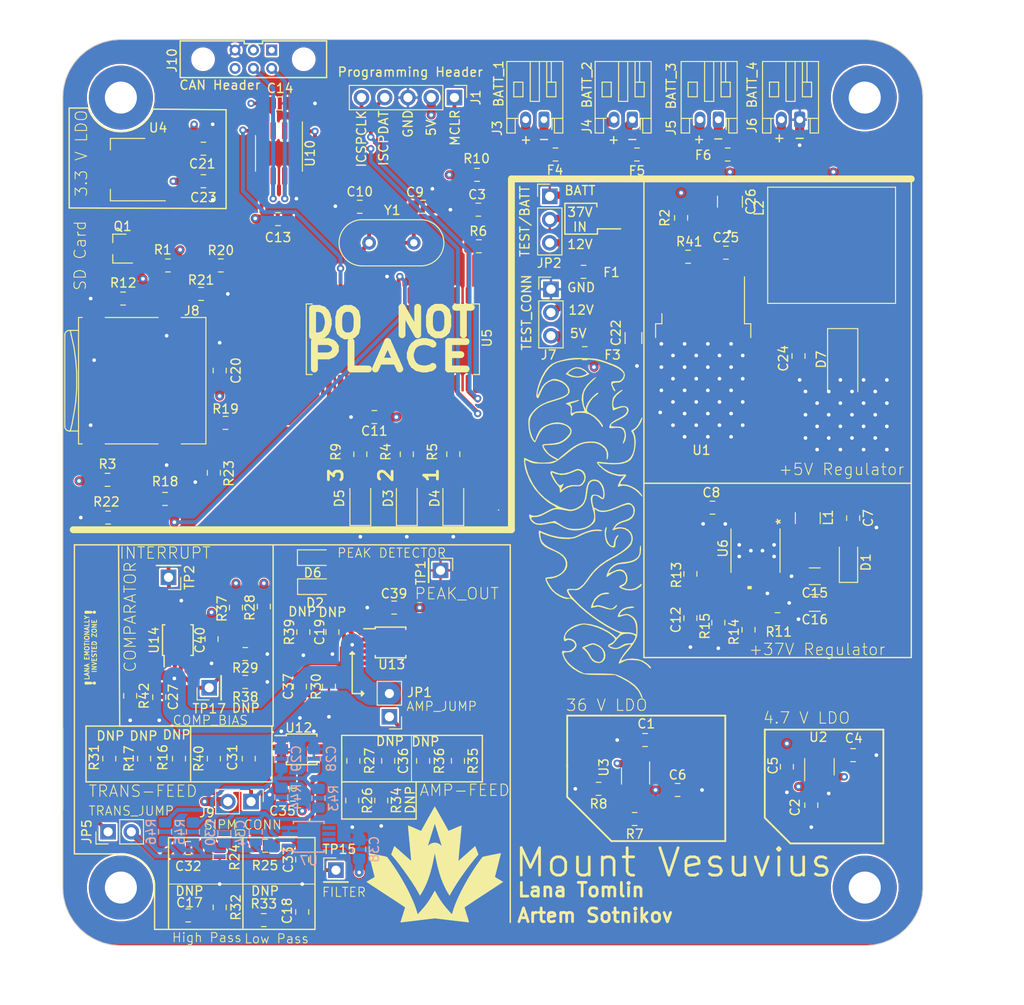
<source format=kicad_pcb>
(kicad_pcb (version 20171130) (host pcbnew "(5.1.9)-1")
  (layers (0 Papa.Cu signal) (1 GND.Cu power) (2 VCC.Cu power hide) (31 Mama.Cu signal) (34 B.Paste user hide) (35 F.Paste user) (36 B.SilkS user) (37 F.SilkS user) (38 B.Mask user hide) (39 F.Mask user hide) (44 Edge.Cuts user))
  (net 0 "")
  (net 1 GND)
  (net 2 +5V)
  (net 3 "/Microcontroller [DO NOT PLACE]/MCLR")
  (net 4 "Net-(C4-Pad1)")
  (net 5 +36V)
  (net 6 "Net-(C7-Pad1)")
  (net 7 "Net-(C8-Pad1)")
  (net 8 "/Microcontroller [DO NOT PLACE]/OSC1")
  (net 9 "/Microcontroller [DO NOT PLACE]/OSC2")
  (net 10 "Net-(C12-Pad1)")
  (net 11 "Net-(C17-Pad1)")
  (net 12 "Net-(C18-Pad2)")
  (net 13 "Net-(C19-Pad1)")
  (net 14 +3V3)
  (net 15 "Net-(C31-Pad1)")
  (net 16 "Net-(C32-Pad1)")
  (net 17 "Net-(C36-Pad2)")
  (net 18 "Net-(C36-Pad1)")
  (net 19 "Net-(D1-Pad2)")
  (net 20 "Net-(D2-Pad2)")
  (net 21 "Net-(D3-Pad2)")
  (net 22 "Net-(D4-Pad2)")
  (net 23 "Net-(D5-Pad2)")
  (net 24 "Net-(F1-Pad2)")
  (net 25 +12V)
  (net 26 "Net-(F3-Pad2)")
  (net 27 "Net-(F4-Pad2)")
  (net 28 "Net-(F4-Pad1)")
  (net 29 "Net-(F5-Pad2)")
  (net 30 "Net-(F5-Pad1)")
  (net 31 "Net-(F6-Pad2)")
  (net 32 "Net-(F6-Pad1)")
  (net 33 "/Microcontroller [DO NOT PLACE]/ICSPCLK")
  (net 34 "/Microcontroller [DO NOT PLACE]/ICSPDAT")
  (net 35 "/Microcontroller [DO NOT PLACE]/CANL")
  (net 36 "/Microcontroller [DO NOT PLACE]/CANH")
  (net 37 "Net-(J8-Pad2)")
  (net 38 "Net-(J8-Pad3)")
  (net 39 "Net-(J8-Pad5)")
  (net 40 "Net-(J8-Pad7)")
  (net 41 "/Microcontroller [DO NOT PLACE]/MISO")
  (net 42 "Net-(R4-Pad1)")
  (net 43 "Net-(R5-Pad1)")
  (net 44 "Net-(R6-Pad1)")
  (net 45 "Net-(R7-Pad2)")
  (net 46 "Net-(R9-Pad1)")
  (net 47 "Net-(R11-Pad1)")
  (net 48 "Net-(R13-Pad2)")
  (net 49 "Net-(R14-Pad2)")
  (net 50 "/Microcontroller [DO NOT PLACE]/CS")
  (net 51 "/Microcontroller [DO NOT PLACE]/SCK")
  (net 52 "Net-(R28-Pad2)")
  (net 53 /DET_ADC)
  (net 54 "/Microcontroller [DO NOT PLACE]/PIC_RX")
  (net 55 "/Microcontroller [DO NOT PLACE]/PIC_TX")
  (net 56 /INTERUPT_OUT)
  (net 57 /SIPM_OUT)
  (net 58 "Net-(C25-Pad1)")
  (net 59 "Net-(R2-Pad2)")
  (net 60 /AMP_OUT)
  (net 61 +BATT)
  (net 62 "Net-(C25-Pad2)")
  (net 63 +37V)
  (net 64 +4.7V)
  (net 65 /Filter_IN)
  (net 66 "Net-(C30-Pad2)")
  (module Payload2020_custom:fire_1_smol (layer Papa.Cu) (at 141.5034 101.5238 90)
    (fp_text reference G*** hide)
    (fp_text value LOGO hide)
  )
  (module Capacitor_SMD:C_1210_3225Metric_Pad1.42x2.65mm_HandSolder (layer Papa.Cu) (at 156.718 65.9855 270)
    (fp_text reference C26 (at 0 -2.28 90) (layer F.SilkS))
    (fp_text value 56u)
    (pad 2 smd roundrect (at 1.4875 0 270) (size 1.425 2.65) (layers Papa.Cu F.Paste F.Mask) (roundrect_rratio 0.175439) (net 1 GND))
    (pad 1 smd roundrect (at -1.4875 0 270) (size 1.425 2.65) (layers Papa.Cu F.Paste F.Mask) (roundrect_rratio 0.175439) (net 2 +5V))
  )
  (module Capacitor_SMD:C_1206_3216Metric_Pad1.42x1.75mm_HandSolder (layer Papa.Cu) (at 146.177 80.899 270)
    (fp_text reference C22 (at -0.5715 1.905 90) (layer F.SilkS))
    (fp_text value 4.7u)
    (pad 2 smd roundrect (at 1.4875 0 270) (size 1.425 1.75) (layers Papa.Cu F.Paste F.Mask) (roundrect_rratio 0.175439) (net 1 GND))
    (pad 1 smd roundrect (at -1.4875 0 270) (size 1.425 1.75) (layers Papa.Cu F.Paste F.Mask) (roundrect_rratio 0.175439) (net 61 +BATT))
  )
  (module Capacitor_SMD:C_1206_3216Metric_Pad1.42x1.75mm_HandSolder (layer Papa.Cu) (at 165.989 109.855 180)
    (fp_text reference C16 (at 0 -1.82) (layer F.SilkS))
    (fp_text value 10u)
    (pad 2 smd roundrect (at 1.4875 0 180) (size 1.425 1.75) (layers Papa.Cu F.Paste F.Mask) (roundrect_rratio 0.175439) (net 1 GND))
    (pad 1 smd roundrect (at -1.4875 0 180) (size 1.425 1.75) (layers Papa.Cu F.Paste F.Mask) (roundrect_rratio 0.175439) (net 63 +37V))
  )
  (module Capacitor_SMD:C_1206_3216Metric_Pad1.42x1.75mm_HandSolder (layer Papa.Cu) (at 165.989 106.934 180)
    (fp_text reference C15 (at 0 -1.82) (layer F.SilkS))
    (fp_text value 10u)
    (pad 2 smd roundrect (at 1.4875 0 180) (size 1.425 1.75) (layers Papa.Cu F.Paste F.Mask) (roundrect_rratio 0.175439) (net 1 GND))
    (pad 1 smd roundrect (at -1.4875 0 180) (size 1.425 1.75) (layers Papa.Cu F.Paste F.Mask) (roundrect_rratio 0.175439) (net 63 +37V))
  )
  (module Team_Logo:Logo_SilkScreen_15mm (layer Papa.Cu) (at 124.46 138.43)
    (fp_text reference G*** hide)
    (fp_text value LOGO hide)
  )
  (module MountingHole:MountingHole_3.5mm_Pad (layer Papa.Cu) (at 90.17 54.61 90)
    (fp_text reference REF** hide)
    (fp_text value MountingHole_3.5mm_Pad)
    (pad 1 thru_hole circle (at 0 0 90) (size 7 7) (drill 3.5) (layers *.Cu *.Mask))
  )
  (module MountingHole:MountingHole_3.5mm_Pad (layer Papa.Cu) (at 171.45 54.61 90)
    (fp_text reference REF** hide)
    (fp_text value MountingHole_3.5mm_Pad)
    (pad 1 thru_hole circle (at 0 0 90) (size 7 7) (drill 3.5) (layers *.Cu *.Mask))
  )
  (module MountingHole:MountingHole_3.5mm_Pad (layer Papa.Cu) (at 171.45 140.97 90)
    (fp_text reference REF** hide)
    (fp_text value MountingHole_3.5mm_Pad)
    (pad 1 thru_hole circle (at 0 0 90) (size 7 7) (drill 3.5) (layers *.Cu *.Mask))
  )
  (module MountingHole:MountingHole_3.5mm_Pad (layer Papa.Cu) (at 90.17 140.97 90)
    (fp_text reference REF** hide)
    (fp_text value MountingHole_3.5mm_Pad)
    (pad 1 thru_hole circle (at 0 0 90) (size 7 7) (drill 3.5) (layers *.Cu *.Mask))
  )
  (module Capacitor_SMD:C_0805_2012Metric_Pad1.15x1.40mm_HandSolder (layer Mama.Cu) (at 116.205 136.788 90)
    (fp_text reference C38 (at 0 1.65 90) (layer B.SilkS) (effects (justify mirror)))
    (fp_text value C)
    (pad 2 smd roundrect (at 1.025 0 90) (size 1.15 1.4) (layers Mama.Cu B.Paste B.Mask) (roundrect_rratio 0.217391) (net 1 GND))
    (pad 1 smd roundrect (at -1.025 0 90) (size 1.15 1.4) (layers Mama.Cu B.Paste B.Mask) (roundrect_rratio 0.217391) (net 64 +4.7V))
  )
  (module Package_SO:MSOP-8_3x3mm_P0.65mm (layer Mama.Cu) (at 110.697 135.422)
    (fp_text reference U7 (at 0 2.6) (layer B.SilkS) (effects (justify mirror)))
    (fp_text value LTC6269)
    (pad 8 smd rect (at 2.2 0.975) (size 1.45 0.45) (layers Mama.Cu B.Paste B.Mask) (net 64 +4.7V))
    (pad 7 smd rect (at 2.2 0.325) (size 1.45 0.45) (layers Mama.Cu B.Paste B.Mask))
    (pad 6 smd rect (at 2.2 -0.325) (size 1.45 0.45) (layers Mama.Cu B.Paste B.Mask))
    (pad 5 smd rect (at 2.2 -0.975) (size 1.45 0.45) (layers Mama.Cu B.Paste B.Mask))
    (pad 4 smd rect (at -2.2 -0.975) (size 1.45 0.45) (layers Mama.Cu B.Paste B.Mask) (net 1 GND))
    (pad 3 smd rect (at -2.2 -0.325) (size 1.45 0.45) (layers Mama.Cu B.Paste B.Mask) (net 1 GND))
    (pad 2 smd rect (at -2.2 0.325) (size 1.45 0.45) (layers Mama.Cu B.Paste B.Mask) (net 66 "Net-(C30-Pad2)"))
    (pad 1 smd rect (at -2.2 0.975) (size 1.45 0.45) (layers Mama.Cu B.Paste B.Mask) (net 65 /Filter_IN))
  )
  (module Resistor_SMD:R_0805_2012Metric_Pad1.15x1.40mm_HandSolder (layer Mama.Cu) (at 94.996 134.865 90)
    (fp_text reference R46 (at 0 -1.524 90) (layer B.SilkS) (effects (justify mirror)))
    (fp_text value 1k)
    (pad 2 smd roundrect (at 1.025 0 90) (size 1.15 1.4) (layers Mama.Cu B.Paste B.Mask) (roundrect_rratio 0.217391) (net 57 /SIPM_OUT))
    (pad 1 smd roundrect (at -1.025 0 90) (size 1.15 1.4) (layers Mama.Cu B.Paste B.Mask) (roundrect_rratio 0.217391) (net 65 /Filter_IN))
  )
  (module Resistor_SMD:R_0805_2012Metric_Pad1.15x1.40mm_HandSolder (layer Mama.Cu) (at 98.044 134.883 90)
    (fp_text reference R45 (at 0.009 -1.397 90) (layer B.SilkS) (effects (justify mirror)))
    (fp_text value DNP)
    (pad 2 smd roundrect (at 1.025 0 90) (size 1.15 1.4) (layers Mama.Cu B.Paste B.Mask) (roundrect_rratio 0.217391) (net 57 /SIPM_OUT))
    (pad 1 smd roundrect (at -1.025 0 90) (size 1.15 1.4) (layers Mama.Cu B.Paste B.Mask) (roundrect_rratio 0.217391) (net 65 /Filter_IN))
  )
  (module Resistor_SMD:R_0805_2012Metric_Pad1.15x1.40mm_HandSolder (layer Mama.Cu) (at 107.696 131.073 90)
    (fp_text reference R44 (at 0 1.65 90) (layer B.SilkS) (effects (justify mirror)))
    (fp_text value 1k)
    (pad 2 smd roundrect (at 1.025 0 90) (size 1.15 1.4) (layers Mama.Cu B.Paste B.Mask) (roundrect_rratio 0.217391) (net 57 /SIPM_OUT))
    (pad 1 smd roundrect (at -1.025 0 90) (size 1.15 1.4) (layers Mama.Cu B.Paste B.Mask) (roundrect_rratio 0.217391) (net 66 "Net-(C30-Pad2)"))
  )
  (module Resistor_SMD:R_0805_2012Metric_Pad1.15x1.40mm_HandSolder (layer Mama.Cu) (at 111.76 131.2 90)
    (fp_text reference R43 (at 0 1.65 90) (layer B.SilkS) (effects (justify mirror)))
    (fp_text value DNP)
    (pad 2 smd roundrect (at 1.025 0 90) (size 1.15 1.4) (layers Mama.Cu B.Paste B.Mask) (roundrect_rratio 0.217391) (net 57 /SIPM_OUT))
    (pad 1 smd roundrect (at -1.025 0 90) (size 1.15 1.4) (layers Mama.Cu B.Paste B.Mask) (roundrect_rratio 0.217391) (net 66 "Net-(C30-Pad2)"))
  )
  (module Capacitor_SMD:C_0805_2012Metric_Pad1.15x1.40mm_HandSolder (layer Mama.Cu) (at 104.902 134.874 90)
    (fp_text reference C34 (at -0.127 -1.651 270) (layer B.SilkS) (effects (justify mirror)))
    (fp_text value 1n)
    (pad 2 smd roundrect (at 1.025 0 90) (size 1.15 1.4) (layers Mama.Cu B.Paste B.Mask) (roundrect_rratio 0.217391) (net 66 "Net-(C30-Pad2)"))
    (pad 1 smd roundrect (at -1.025 0 90) (size 1.15 1.4) (layers Mama.Cu B.Paste B.Mask) (roundrect_rratio 0.217391) (net 65 /Filter_IN))
  )
  (module Capacitor_SMD:C_0805_2012Metric_Pad1.15x1.40mm_HandSolder (layer Mama.Cu) (at 101.473 134.992 90)
    (fp_text reference C30 (at 0 -1.524 270) (layer B.SilkS) (effects (justify mirror)))
    (fp_text value DNP)
    (pad 2 smd roundrect (at 1.025 0 90) (size 1.15 1.4) (layers Mama.Cu B.Paste B.Mask) (roundrect_rratio 0.217391) (net 66 "Net-(C30-Pad2)"))
    (pad 1 smd roundrect (at -1.025 0 90) (size 1.15 1.4) (layers Mama.Cu B.Paste B.Mask) (roundrect_rratio 0.217391) (net 65 /Filter_IN))
  )
  (module Capacitor_SMD:C_0805_2012Metric_Pad1.15x1.40mm_HandSolder (layer Mama.Cu) (at 107.696 126.864 90)
    (fp_text reference C29 (at 0 1.65 90) (layer B.SilkS) (effects (justify mirror)))
    (fp_text value C)
    (pad 2 smd roundrect (at 1.025 0 90) (size 1.15 1.4) (layers Mama.Cu B.Paste B.Mask) (roundrect_rratio 0.217391) (net 1 GND))
    (pad 1 smd roundrect (at -1.025 0 90) (size 1.15 1.4) (layers Mama.Cu B.Paste B.Mask) (roundrect_rratio 0.217391) (net 57 /SIPM_OUT))
  )
  (module Capacitor_SMD:C_0805_2012Metric_Pad1.15x1.40mm_HandSolder (layer Mama.Cu) (at 111.252 126.864 90)
    (fp_text reference C28 (at -0.009 1.905 90) (layer B.SilkS) (effects (justify mirror)))
    (fp_text value C)
    (pad 2 smd roundrect (at 1.025 0 90) (size 1.15 1.4) (layers Mama.Cu B.Paste B.Mask) (roundrect_rratio 0.217391) (net 1 GND))
    (pad 1 smd roundrect (at -1.025 0 90) (size 1.15 1.4) (layers Mama.Cu B.Paste B.Mask) (roundrect_rratio 0.217391) (net 57 /SIPM_OUT))
  )
  (module Capacitor_SMD:C_0805_2012Metric_Pad1.15x1.40mm_HandSolder (layer Papa.Cu) (at 107.3404 67.8942)
    (fp_text reference C13 (at 0 2.0066 180) (layer F.SilkS))
    (fp_text value 0.1uF)
    (pad 2 smd roundrect (at 1.025 0) (size 1.15 1.4) (layers Papa.Cu F.Paste F.Mask) (roundrect_rratio 0.2173904347826087) (net 1 GND))
    (pad 1 smd roundrect (at -1.025 0) (size 1.15 1.4) (layers Papa.Cu F.Paste F.Mask) (roundrect_rratio 0.2173904347826087) (net 2 +5V))
  )
  (module Package_SO:SOIC-8_3.9x4.9mm_P1.27mm (layer Papa.Cu) (at 107.442 60.706 270)
    (fp_text reference U10 (at 0 -3.4 270) (layer F.SilkS))
    (fp_text value MCP2562-E/SN)
    (pad 8 smd roundrect (at 2.475 -1.905 270) (size 1.95 0.6) (layers Papa.Cu F.Paste F.Mask) (net 1 GND))
    (pad 7 smd roundrect (at 2.475 -0.635 270) (size 1.95 0.6) (layers Papa.Cu F.Paste F.Mask) (net 36 "/Microcontroller [DO NOT PLACE]/CANH"))
    (pad 6 smd roundrect (at 2.475 0.635 270) (size 1.95 0.6) (layers Papa.Cu F.Paste F.Mask) (net 35 "/Microcontroller [DO NOT PLACE]/CANL"))
    (pad 5 smd roundrect (at 2.475 1.905 270) (size 1.95 0.6) (layers Papa.Cu F.Paste F.Mask) (net 2 +5V))
    (pad 4 smd roundrect (at -2.475 1.905 270) (size 1.95 0.6) (layers Papa.Cu F.Paste F.Mask) (net 54 "/Microcontroller [DO NOT PLACE]/PIC_RX"))
    (pad 3 smd roundrect (at -2.475 0.635 270) (size 1.95 0.6) (layers Papa.Cu F.Paste F.Mask) (net 2 +5V))
    (pad 2 smd roundrect (at -2.475 -0.635 270) (size 1.95 0.6) (layers Papa.Cu F.Paste F.Mask) (net 1 GND))
    (pad 1 smd roundrect (at -2.475 -1.905 270) (size 1.95 0.6) (layers Papa.Cu F.Paste F.Mask) (net 55 "/Microcontroller [DO NOT PLACE]/PIC_TX"))
  )
  (module canhw_footprints:connector_Harwin_M80-5000642 (layer Papa.Cu) (at 104.648 50.419 180)
    (fp_text reference J10 (at 8.89 -0.127 90) (layer F.SilkS))
    (fp_text value Conn_01x06_Female)
    (pad "" np_thru_hole circle (at -5.5 0 180) (size 2.2 2.2) (drill 2.2) (layers *.Cu *.Mask))
    (pad "" np_thru_hole circle (at 5.5 0 180) (size 2.2 2.2) (drill 2.2) (layers *.Cu *.Mask))
    (pad 4 thru_hole circle (at -2 -1 180) (size 1.2 1.2) (drill 0.68) (layers *.Cu *.Mask) (net 36 "/Microcontroller [DO NOT PLACE]/CANH"))
    (pad 5 thru_hole circle (at 0 -1 180) (size 1.2 1.2) (drill 0.68) (layers *.Cu *.Mask) (net 35 "/Microcontroller [DO NOT PLACE]/CANL"))
    (pad 6 thru_hole circle (at 2 -1 180) (size 1.2 1.2) (drill 0.68) (layers *.Cu *.Mask))
    (pad 3 thru_hole circle (at 2 1 180) (size 1.2 1.2) (drill 0.68) (layers *.Cu *.Mask) (net 1 GND))
    (pad 1 thru_hole rect (at -2 1 180) (size 1.2 1.2) (drill 0.68) (layers *.Cu *.Mask))
    (pad 2 thru_hole circle (at 0 1 180) (size 1.2 1.2) (drill 0.68) (layers *.Cu *.Mask))
  )
  (module Package_TO_SOT_SMD:TSOT-23-5_HandSoldering (layer Papa.Cu) (at 146.431 128.778 270)
    (fp_text reference U3 (at -0.9525 3.4925 90) (layer F.SilkS))
    (fp_text value LT3014IS5#TRMPBF)
    (pad 5 smd rect (at 1.71 -0.95 270) (size 2 0.65) (layers Papa.Cu F.Paste F.Mask) (net 5 +36V))
    (pad 4 smd rect (at 1.71 0.95 270) (size 2 0.65) (layers Papa.Cu F.Paste F.Mask) (net 45 "Net-(R7-Pad2)"))
    (pad 3 smd rect (at -1.71 0.95 270) (size 2 0.65) (layers Papa.Cu F.Paste F.Mask) (net 2 +5V))
    (pad 2 smd rect (at -1.71 0 270) (size 2 0.65) (layers Papa.Cu F.Paste F.Mask) (net 1 GND))
    (pad 1 smd rect (at -1.71 -0.95 270) (size 2 0.65) (layers Papa.Cu F.Paste F.Mask) (net 63 +37V))
  )
  (module Package_TO_SOT_SMD:TO-263-7_TabPin4 (layer Papa.Cu) (at 153.797 82.2865 270)
    (fp_text reference U1 (at 10.868 0.1905 180) (layer F.SilkS))
    (fp_text value LM22678TJ-5.0_NOPB)
    (pad 4 smd rect (at 3.375 0 270) (size 9.4 10.8) (layers Papa.Cu F.Mask) (net 1 GND))
    (pad 7 smd rect (at -5.775 3.81 270) (size 4.6 0.8) (layers Papa.Cu F.Paste F.Mask))
    (pad 6 smd rect (at -5.775 2.54 270) (size 4.6 0.8) (layers Papa.Cu F.Paste F.Mask) (net 59 "Net-(R2-Pad2)"))
    (pad 5 smd rect (at -5.775 1.27 270) (size 4.6 0.8) (layers Papa.Cu F.Paste F.Mask))
    (pad 4 smd rect (at -5.775 0 270) (size 4.6 0.8) (layers Papa.Cu F.Paste F.Mask) (net 1 GND))
    (pad 3 smd rect (at -5.775 -1.27 270) (size 4.6 0.8) (layers Papa.Cu F.Paste F.Mask) (net 62 "Net-(C25-Pad2)"))
    (pad 2 smd rect (at -5.775 -2.54 270) (size 4.6 0.8) (layers Papa.Cu F.Paste F.Mask) (net 61 +BATT))
    (pad 1 smd rect (at -5.775 -3.81 270) (size 4.6 0.8) (layers Papa.Cu F.Paste F.Mask) (net 58 "Net-(C25-Pad1)"))
  )
  (module Crystal:Crystal_HC49-4H_Vertical (layer Papa.Cu) (at 122.174 70.485 180)
    (fp_text reference Y1 (at 2.3495 3.556 180) (layer F.SilkS))
    (fp_text value 12MHz)
    (pad 2 thru_hole circle (at 4.88 0 180) (size 1.5 1.5) (drill 0.8) (layers *.Cu *.Mask) (net 9 "/Microcontroller [DO NOT PLACE]/OSC2"))
    (pad 1 thru_hole circle (at 0 0 180) (size 1.5 1.5) (drill 0.8) (layers *.Cu *.Mask) (net 8 "/Microcontroller [DO NOT PLACE]/OSC1"))
  )
  (module Connector_PinHeader_2.54mm:PinHeader_1x05_P2.54mm_Vertical (layer Papa.Cu) (at 126.619 54.61 270)
    (fp_text reference J1 (at 0 -2.33 270) (layer F.SilkS))
    (fp_text value "Programming Header" (at -2.794 4.826) (layer F.SilkS))
    (pad 1 thru_hole rect (at 0 0 270) (size 1.7 1.7) (drill 1) (layers *.Cu *.Mask) (net 3 "/Microcontroller [DO NOT PLACE]/MCLR"))
    (pad 2 thru_hole oval (at 0 2.54 270) (size 1.7 1.7) (drill 1) (layers *.Cu *.Mask) (net 2 +5V))
    (pad 3 thru_hole oval (at 0 5.08 270) (size 1.7 1.7) (drill 1) (layers *.Cu *.Mask) (net 1 GND))
    (pad 4 thru_hole oval (at 0 7.62 270) (size 1.7 1.7) (drill 1) (layers *.Cu *.Mask) (net 34 "/Microcontroller [DO NOT PLACE]/ICSPDAT"))
    (pad 5 thru_hole oval (at 0 10.16 270) (size 1.7 1.7) (drill 1) (layers *.Cu *.Mask) (net 33 "/Microcontroller [DO NOT PLACE]/ICSPCLK"))
  )
  (module Capacitor_SMD:C_0805_2012Metric_Pad1.15x1.40mm_HandSolder (layer Papa.Cu) (at 170.18 126.492)
    (fp_text reference C4 (at 0.0635 -1.8415) (layer F.SilkS))
    (fp_text value 10n)
    (pad 2 smd roundrect (at 1.025 0) (size 1.15 1.4) (layers Papa.Cu F.Paste F.Mask) (roundrect_rratio 0.2173904347826087) (net 1 GND))
    (pad 1 smd roundrect (at -1.025 0) (size 1.15 1.4) (layers Papa.Cu F.Paste F.Mask) (roundrect_rratio 0.2173904347826087) (net 4 "Net-(C4-Pad1)"))
  )
  (module Connector_PinHeader_2.54mm:PinHeader_1x01_P2.54mm_Vertical (layer Papa.Cu) (at 113.665 139.065)
    (fp_text reference TP15 (at 0.381 -2.286) (layer F.SilkS))
    (fp_text value FILTER (at 0.889 2.413) (layer F.SilkS) (effects (font (thickness 0.1))))
    (pad 1 thru_hole rect (at 0 0) (size 1.7 1.7) (drill 1) (layers *.Cu *.Mask) (net 12 "Net-(C18-Pad2)"))
  )
  (module Resistor_SMD:R_0805_2012Metric_Pad1.15x1.40mm_HandSolder (layer Papa.Cu) (at 115.452 131.454 270)
    (fp_text reference R26 (at 0 -1.65 270) (layer F.SilkS))
    (fp_text value 100)
    (pad 2 smd roundrect (at 1.025 0 270) (size 1.15 1.4) (layers Papa.Cu F.Paste F.Mask) (roundrect_rratio 0.2173904347826087) (net 1 GND))
    (pad 1 smd roundrect (at -1.025 0 270) (size 1.15 1.4) (layers Papa.Cu F.Paste F.Mask) (roundrect_rratio 0.2173904347826087) (net 17 "Net-(C36-Pad2)"))
  )
  (module Resistor_SMD:R_0805_2012Metric_Pad1.15x1.40mm_HandSolder (layer Papa.Cu) (at 118.618 131.445 90)
    (fp_text reference R34 (at 0 1.651 270) (layer F.SilkS))
    (fp_text value DNP (at 0.0635 3.175 270) (layer F.SilkS))
    (pad 2 smd roundrect (at 1.025 0 90) (size 1.15 1.4) (layers Papa.Cu F.Paste F.Mask) (roundrect_rratio 0.2173904347826087) (net 17 "Net-(C36-Pad2)"))
    (pad 1 smd roundrect (at -1.025 0 90) (size 1.15 1.4) (layers Papa.Cu F.Paste F.Mask) (roundrect_rratio 0.2173904347826087) (net 1 GND))
  )
  (module Connector_PinHeader_2.54mm:PinHeader_1x02_P2.54mm_Vertical (layer Papa.Cu) (at 119.507 122.301 180)
    (fp_text reference JP1 (at -3.302 2.667 180) (layer F.SilkS))
    (fp_text value AMP_JUMP (at -5.715 1.143) (layer F.SilkS) (effects (font (thickness 0.1))))
    (pad 2 thru_hole oval (at 0 2.54 180) (size 1.7 1.7) (drill 1) (layers *.Cu *.Mask) (net 60 /AMP_OUT))
    (pad 1 thru_hole rect (at 0 0 180) (size 1.7 1.7) (drill 1) (layers *.Cu *.Mask) (net 18 "Net-(C36-Pad1)"))
  )
  (module Resistor_SMD:R_0805_2012Metric_Pad1.15x1.40mm_HandSolder (layer Papa.Cu) (at 110.109 113.039 270)
    (fp_text reference R39 (at 0 1.524 90) (layer F.SilkS))
    (fp_text value DNP (at -2.2315 0.127 180) (layer F.SilkS))
    (pad 2 smd roundrect (at 1.025 0 270) (size 1.15 1.4) (layers Papa.Cu F.Paste F.Mask) (roundrect_rratio 0.2173904347826087) (net 1 GND))
    (pad 1 smd roundrect (at -1.025 0 270) (size 1.15 1.4) (layers Papa.Cu F.Paste F.Mask) (roundrect_rratio 0.2173904347826087) (net 13 "Net-(C19-Pad1)"))
  )
  (module Capacitor_SMD:C_0805_2012Metric_Pad1.15x1.40mm_HandSolder (layer Papa.Cu) (at 97.527 136.652 180)
    (fp_text reference C32 (at -0.009 -1.9812) (layer F.SilkS))
    (fp_text value 10n)
    (pad 2 smd roundrect (at 1.025 0 180) (size 1.15 1.4) (layers Papa.Cu F.Paste F.Mask) (roundrect_rratio 0.2173904347826087) (net 65 /Filter_IN))
    (pad 1 smd roundrect (at -1.025 0 180) (size 1.15 1.4) (layers Papa.Cu F.Paste F.Mask) (roundrect_rratio 0.2173904347826087) (net 16 "Net-(C32-Pad1)"))
  )
  (module Resistor_SMD:R_0805_2012Metric_Pad1.15x1.40mm_HandSolder (layer Papa.Cu) (at 101.6 90.17)
    (fp_text reference R19 (at 0 -1.524 -180) (layer F.SilkS))
    (fp_text value 34k)
    (pad 2 smd roundrect (at 1.025 0) (size 1.15 1.4) (layers Papa.Cu F.Paste F.Mask) (roundrect_rratio 0.2173904347826087) (net 41 "/Microcontroller [DO NOT PLACE]/MISO"))
    (pad 1 smd roundrect (at -1.025 0) (size 1.15 1.4) (layers Papa.Cu F.Paste F.Mask) (roundrect_rratio 0.2173904347826087) (net 38 "Net-(J8-Pad3)"))
  )
  (module Payload2020_custom:732-3880-1-ND (layer Papa.Cu) (at 168.971 69.4865 180)
    (fp_text reference L2 (at 9.078 2.8115 90) (layer F.SilkS))
    (fp_text value 15u)
    (pad 2 smd rect (at 0.95 3.85 180) (size 5 4.5) (layers Papa.Cu F.Paste F.Mask) (net 2 +5V))
    (pad 1 smd rect (at 0.95 -6.65 180) (size 5 4.5) (layers Papa.Cu F.Paste F.Mask) (net 58 "Net-(C25-Pad1)"))
  )
  (module Capacitor_SMD:C_0805_2012Metric_Pad1.15x1.40mm_HandSolder (layer Papa.Cu) (at 94.361 120.151 270)
    (fp_text reference C27 (at -0.009 -1.524 90) (layer F.SilkS))
    (fp_text value 2.2n)
    (pad 2 smd roundrect (at 1.025 0 270) (size 1.15 1.4) (layers Papa.Cu F.Paste F.Mask) (roundrect_rratio 0.2173904347826087) (net 1 GND))
    (pad 1 smd roundrect (at -1.025 0 270) (size 1.15 1.4) (layers Papa.Cu F.Paste F.Mask) (roundrect_rratio 0.2173904347826087) (net 60 /AMP_OUT))
  )
  (module Package_SO:MSOP-8_3x3mm_P0.65mm (layer Papa.Cu) (at 109.9185 125.857)
    (fp_text reference U12 (at -0.3175 -2.3495) (layer F.SilkS))
    (fp_text value LTC6269)
    (pad 8 smd rect (at 2.2 -0.975) (size 1.45 0.45) (layers Papa.Cu F.Paste F.Mask) (net 64 +4.7V))
    (pad 7 smd rect (at 2.2 -0.325) (size 1.45 0.45) (layers Papa.Cu F.Paste F.Mask) (net 18 "Net-(C36-Pad1)"))
    (pad 6 smd rect (at 2.2 0.325) (size 1.45 0.45) (layers Papa.Cu F.Paste F.Mask) (net 17 "Net-(C36-Pad2)"))
    (pad 5 smd rect (at 2.2 0.975) (size 1.45 0.45) (layers Papa.Cu F.Paste F.Mask) (net 12 "Net-(C18-Pad2)"))
    (pad 4 smd rect (at -2.2 0.975) (size 1.45 0.45) (layers Papa.Cu F.Paste F.Mask) (net 1 GND))
    (pad 3 smd rect (at -2.2 0.325) (size 1.45 0.45) (layers Papa.Cu F.Paste F.Mask) (net 1 GND))
    (pad 2 smd rect (at -2.2 -0.325) (size 1.45 0.45) (layers Papa.Cu F.Paste F.Mask) (net 57 /SIPM_OUT))
    (pad 1 smd rect (at -2.2 -0.975) (size 1.45 0.45) (layers Papa.Cu F.Paste F.Mask) (net 15 "Net-(C31-Pad1)"))
  )
  (module Resistor_SMD:R_0805_2012Metric_Pad1.15x1.40mm_HandSolder (layer Papa.Cu) (at 151.384 67.7545 270)
    (fp_text reference R2 (at 0 1.778 90) (layer F.SilkS))
    (fp_text value 20)
    (pad 2 smd roundrect (at 1.025 0 270) (size 1.15 1.4) (layers Papa.Cu F.Paste F.Mask) (roundrect_rratio 0.2173904347826087) (net 59 "Net-(R2-Pad2)"))
    (pad 1 smd roundrect (at -1.025 0 270) (size 1.15 1.4) (layers Papa.Cu F.Paste F.Mask) (roundrect_rratio 0.2173904347826087) (net 2 +5V))
  )
  (module Capacitor_SMD:C_0805_2012Metric_Pad1.15x1.40mm_HandSolder (layer Papa.Cu) (at 109.728 118.999 270)
    (fp_text reference C37 (at 0 1.27 270) (layer F.SilkS))
    (fp_text value 2.2n)
    (pad 2 smd roundrect (at 1.025 0 270) (size 1.15 1.4) (layers Papa.Cu F.Paste F.Mask) (roundrect_rratio 0.2173904347826087) (net 1 GND))
    (pad 1 smd roundrect (at -1.025 0 270) (size 1.15 1.4) (layers Papa.Cu F.Paste F.Mask) (roundrect_rratio 0.2173904347826087) (net 13 "Net-(C19-Pad1)"))
  )
  (module Resistor_SMD:R_0805_2012Metric_Pad1.15x1.40mm_HandSolder (layer Papa.Cu) (at 91.186 120.006 270)
    (fp_text reference R42 (at 0.009 -1.524 90) (layer F.SilkS))
    (fp_text value 1M)
    (pad 2 smd roundrect (at 1.025 0 270) (size 1.15 1.4) (layers Papa.Cu F.Paste F.Mask) (roundrect_rratio 0.2173904347826087) (net 1 GND))
    (pad 1 smd roundrect (at -1.025 0 270) (size 1.15 1.4) (layers Papa.Cu F.Paste F.Mask) (roundrect_rratio 0.2173904347826087) (net 60 /AMP_OUT))
  )
  (module Capacitor_SMD:C_0805_2012Metric_Pad1.15x1.40mm_HandSolder (layer Papa.Cu) (at 108.975 130.81 180)
    (fp_text reference C35 (at 1.152 -1.778) (layer F.SilkS))
    (fp_text value 0.1u)
    (pad 2 smd roundrect (at 1.025 0 180) (size 1.15 1.4) (layers Papa.Cu F.Paste F.Mask) (roundrect_rratio 0.2173904347826087) (net 1 GND))
    (pad 1 smd roundrect (at -1.025 0 180) (size 1.15 1.4) (layers Papa.Cu F.Paste F.Mask) (roundrect_rratio 0.2173904347826087) (net 64 +4.7V))
  )
  (module Diode_SMD:D_SMA_Handsoldering (layer Papa.Cu) (at 169.037 84.2645 270)
    (fp_text reference D7 (at -1.016 2.3495 90) (layer F.SilkS))
    (fp_text value D)
    (pad 2 smd rect (at 2.5 0 270) (size 3.5 1.8) (layers Papa.Cu F.Paste F.Mask) (net 1 GND))
    (pad 1 smd rect (at -2.5 0 270) (size 3.5 1.8) (layers Papa.Cu F.Paste F.Mask) (net 58 "Net-(C25-Pad1)"))
  )
  (module Connector_JST:JST_PH_S2B-PH-K_1x02_P2.00mm_Horizontal (layer Papa.Cu) (at 164.338 57.023 180)
    (fp_text reference J6 (at 5.207 -0.635 270) (layer F.SilkS))
    (fp_text value BATT_4 (at 5.207 3.81 270) (layer F.SilkS))
    (pad 2 thru_hole oval (at 2 0 180) (size 1.2 1.75) (drill 0.75) (layers *.Cu *.Mask) (net 31 "Net-(F6-Pad2)"))
    (pad 1 thru_hole roundrect (at 0 0 180) (size 1.2 1.75) (drill 0.75) (layers *.Cu *.Mask) (roundrect_rratio 0.2083325) (net 1 GND))
  )
  (module Connector_JST:JST_PH_S2B-PH-K_1x02_P2.00mm_Horizontal (layer Papa.Cu) (at 155.448 57.023 180)
    (fp_text reference J5 (at 5.1562 -0.889 90) (layer F.SilkS))
    (fp_text value BATT_3 (at 5.1562 3.683 270) (layer F.SilkS))
    (pad 2 thru_hole oval (at 2 0 180) (size 1.2 1.75) (drill 0.75) (layers *.Cu *.Mask) (net 29 "Net-(F5-Pad2)"))
    (pad 1 thru_hole roundrect (at 0 0 180) (size 1.2 1.75) (drill 0.75) (layers *.Cu *.Mask) (roundrect_rratio 0.2083325) (net 32 "Net-(F6-Pad1)"))
  )
  (module Connector_JST:JST_PH_S2B-PH-K_1x02_P2.00mm_Horizontal (layer Papa.Cu) (at 146.05 57.023 180)
    (fp_text reference J4 (at 4.953 -0.762 270) (layer F.SilkS))
    (fp_text value BATT_2 (at 4.953 3.81 270) (layer F.SilkS))
    (pad 2 thru_hole oval (at 2 0 180) (size 1.2 1.75) (drill 0.75) (layers *.Cu *.Mask) (net 27 "Net-(F4-Pad2)"))
    (pad 1 thru_hole roundrect (at 0 0 180) (size 1.2 1.75) (drill 0.75) (layers *.Cu *.Mask) (roundrect_rratio 0.2083325) (net 30 "Net-(F5-Pad1)"))
  )
  (module Connector_JST:JST_PH_S2B-PH-K_1x02_P2.00mm_Horizontal (layer Papa.Cu) (at 136.398 57.023 180)
    (fp_text reference J3 (at 5.1054 -0.9398 270) (layer F.SilkS))
    (fp_text value BATT_1 (at 4.953 3.937 270) (layer F.SilkS))
    (pad 2 thru_hole oval (at 2 0 180) (size 1.2 1.75) (drill 0.75) (layers *.Cu *.Mask) (net 61 +BATT))
    (pad 1 thru_hole roundrect (at 0 0 180) (size 1.2 1.75) (drill 0.75) (layers *.Cu *.Mask) (roundrect_rratio 0.2083325) (net 28 "Net-(F4-Pad1)"))
  )
  (module Payload2020_custom:TPS61175_Q1_Footprint (layer Papa.Cu) (at 159.512 104.14 270)
    (fp_text reference U6 (at -0.254 3.556 270) (layer F.SilkS))
    (fp_text value TPS61175QPWPRQ1 hide)
    (fp_poly (pts (xy 0.55 1.23) (xy 0.55 1.33) (xy 0.9 1.33) (xy 0.9 1.23)) (layer Papa.Cu) (width 0.1))
    (fp_poly (pts (xy -0.55 1.23) (xy -0.55 1.33) (xy -0.9 1.33) (xy -0.9 1.23)) (layer Papa.Cu) (width 0.1))
    (fp_poly (pts (xy -0.55 -1.23) (xy -0.55 -1.33) (xy -0.9 -1.33) (xy -0.9 -1.23)) (layer Papa.Cu) (width 0.1))
    (fp_poly (pts (xy 0.55 -1.23) (xy 0.55 -1.33) (xy 0.9 -1.33) (xy 0.9 -1.23)) (layer Papa.Cu) (width 0.1))
    (fp_text user * (at -3.175 -2.794 270) (layer F.SilkS))
    (pad 1 smd rect (at -2.921 -1.950034 270) (size 1.4732 0.3556) (layers Papa.Cu F.Paste F.Mask) (net 19 "Net-(D1-Pad2)"))
    (pad 2 smd rect (at -2.921 -1.300023 270) (size 1.4732 0.3556) (layers Papa.Cu F.Paste F.Mask) (net 19 "Net-(D1-Pad2)"))
    (pad 3 smd rect (at -2.921 -0.650011 270) (size 1.4732 0.3556) (layers Papa.Cu F.Paste F.Mask) (net 6 "Net-(C7-Pad1)"))
    (pad 4 smd rect (at -2.921 0 270) (size 1.4732 0.3556) (layers Papa.Cu F.Paste F.Mask) (net 6 "Net-(C7-Pad1)"))
    (pad 5 smd rect (at -2.921 0.650011 270) (size 1.4732 0.3556) (layers Papa.Cu F.Paste F.Mask) (net 7 "Net-(C8-Pad1)"))
    (pad 6 smd rect (at -2.921 1.300023 270) (size 1.4732 0.3556) (layers Papa.Cu F.Paste F.Mask) (net 1 GND))
    (pad 7 smd rect (at -2.921 1.950034 270) (size 1.4732 0.3556) (layers Papa.Cu F.Paste F.Mask) (net 1 GND))
    (pad 8 smd rect (at 2.921 1.950034 270) (size 1.4732 0.3556) (layers Papa.Cu F.Paste F.Mask) (net 48 "Net-(R13-Pad2)"))
    (pad 9 smd rect (at 2.921 1.300023 270) (size 1.4732 0.3556) (layers Papa.Cu F.Paste F.Mask) (net 49 "Net-(R14-Pad2)"))
    (pad 10 smd rect (at 2.921 0.650011 270) (size 1.4732 0.3556) (layers Papa.Cu F.Paste F.Mask) (net 47 "Net-(R11-Pad1)"))
    (pad 11 smd rect (at 2.921 0 270) (size 1.4732 0.3556) (layers Papa.Cu F.Paste F.Mask))
    (pad 12 smd rect (at 2.921 -0.650011 270) (size 1.4732 0.3556) (layers Papa.Cu F.Paste F.Mask) (net 1 GND))
    (pad 13 smd rect (at 2.921 -1.300023 270) (size 1.4732 0.3556) (layers Papa.Cu F.Paste F.Mask) (net 1 GND))
    (pad 14 smd rect (at 2.921 -1.950034 270) (size 1.4732 0.3556) (layers Papa.Cu F.Paste F.Mask) (net 1 GND))
    (pad 15 smd rect (at 0 0 270) (size 2.31 2.46) (layers Papa.Cu F.Paste F.Mask) (net 1 GND))
  )
  (module Resistor_SMD:R_0805_2012Metric_Pad1.15x1.40mm_HandSolder (layer Papa.Cu) (at 152.146 72.009)
    (fp_text reference R41 (at 0.127 -1.651) (layer F.SilkS))
    (fp_text value 330)
    (pad 2 smd roundrect (at 1.025 0) (size 1.15 1.4) (layers Papa.Cu F.Paste F.Mask) (roundrect_rratio 0.2173904347826087) (net 1 GND))
    (pad 1 smd roundrect (at -1.025 0) (size 1.15 1.4) (layers Papa.Cu F.Paste F.Mask) (roundrect_rratio 0.2173904347826087) (net 59 "Net-(R2-Pad2)"))
  )
  (module Inductor_SMD:L_1210_3225Metric (layer Papa.Cu) (at 165.227 100.584 90)
    (fp_text reference L1 (at 0.0635 2.2225 270) (layer F.SilkS))
    (fp_text value 33u)
    (pad 2 smd roundrect (at 1.4 0 90) (size 1.25 2.65) (layers Papa.Cu F.Paste F.Mask) (roundrect_rratio 0.2) (net 6 "Net-(C7-Pad1)"))
    (pad 1 smd roundrect (at -1.4 0 90) (size 1.25 2.65) (layers Papa.Cu F.Paste F.Mask) (roundrect_rratio 0.2) (net 19 "Net-(D1-Pad2)"))
  )
  (module Capacitor_SMD:C_0805_2012Metric_Pad1.15x1.40mm_HandSolder (layer Papa.Cu) (at 156.2825 71.5645 180)
    (fp_text reference C25 (at 0.009 1.651) (layer F.SilkS))
    (fp_text value 10n)
    (pad 2 smd roundrect (at 1.025 0 180) (size 1.15 1.4) (layers Papa.Cu F.Paste F.Mask) (roundrect_rratio 0.2173904347826087) (net 62 "Net-(C25-Pad2)"))
    (pad 1 smd roundrect (at -1.025 0 180) (size 1.15 1.4) (layers Papa.Cu F.Paste F.Mask) (roundrect_rratio 0.2173904347826087) (net 58 "Net-(C25-Pad1)"))
  )
  (module Capacitor_SMD:C_0805_2012Metric_Pad1.15x1.40mm_HandSolder (layer Papa.Cu) (at 164.211 82.8585 270)
    (fp_text reference C24 (at 0.263 1.651 90) (layer F.SilkS))
    (fp_text value 1u)
    (pad 2 smd roundrect (at 1.025 0 270) (size 1.15 1.4) (layers Papa.Cu F.Paste F.Mask) (roundrect_rratio 0.2173904347826087) (net 1 GND))
    (pad 1 smd roundrect (at -1.025 0 270) (size 1.15 1.4) (layers Papa.Cu F.Paste F.Mask) (roundrect_rratio 0.2173904347826087) (net 61 +BATT))
  )
  (module Connector_PinHeader_2.54mm:PinHeader_1x02_P2.54mm_Vertical (layer Papa.Cu) (at 104.394 131.572 270)
    (fp_text reference J9 (at 1.2065 4.826 180) (layer F.SilkS))
    (fp_text value SIPM_CONN (at 2.54 0.889 180) (layer F.SilkS) (effects (font (thickness 0.1))))
    (pad 2 thru_hole oval (at 0 2.54 270) (size 1.7 1.7) (drill 1) (layers *.Cu *.Mask) (net 5 +36V))
    (pad 1 thru_hole rect (at 0 0 270) (size 1.7 1.7) (drill 1) (layers *.Cu *.Mask) (net 57 /SIPM_OUT))
  )
  (module Connector_PinHeader_2.54mm:PinHeader_1x01_P2.54mm_Vertical (layer Papa.Cu) (at 95.377 107.061 180)
    (fp_text reference TP2 (at -2.286 0 90) (layer F.SilkS))
    (fp_text value INTERRUPT (at 0.381 2.667) (layer F.SilkS) (effects (font (size 1.25 1.25) (thickness 0.1))))
    (pad 1 thru_hole rect (at 0 0 180) (size 1.7 1.7) (drill 1) (layers *.Cu *.Mask) (net 56 /INTERUPT_OUT))
  )
  (module Package_SO:SOIC-28W_7.5x18.7mm_P1.27mm (layer Papa.Cu) (at 119.888 81.026 270)
    (fp_text reference U5 (at -0.127 -10.287 270) (layer F.SilkS))
    (fp_text value PIC18LF26K83)
    (pad 28 smd roundrect (at 4.8 -8.255 270) (size 1.8 0.6) (layers Papa.Cu F.Paste F.Mask) (net 34 "/Microcontroller [DO NOT PLACE]/ICSPDAT"))
    (pad 27 smd roundrect (at 4.8 -6.985 270) (size 1.8 0.6) (layers Papa.Cu F.Paste F.Mask) (net 33 "/Microcontroller [DO NOT PLACE]/ICSPCLK"))
    (pad 26 smd roundrect (at 4.8 -5.715 270) (size 1.8 0.6) (layers Papa.Cu F.Paste F.Mask) (net 53 /DET_ADC))
    (pad 25 smd roundrect (at 4.8 -4.445 270) (size 1.8 0.6) (layers Papa.Cu F.Paste F.Mask) (net 43 "Net-(R5-Pad1)"))
    (pad 24 smd roundrect (at 4.8 -3.175 270) (size 1.8 0.6) (layers Papa.Cu F.Paste F.Mask) (net 42 "Net-(R4-Pad1)"))
    (pad 23 smd roundrect (at 4.8 -1.905 270) (size 1.8 0.6) (layers Papa.Cu F.Paste F.Mask) (net 46 "Net-(R9-Pad1)"))
    (pad 22 smd roundrect (at 4.8 -0.635 270) (size 1.8 0.6) (layers Papa.Cu F.Paste F.Mask))
    (pad 21 smd roundrect (at 4.8 0.635 270) (size 1.8 0.6) (layers Papa.Cu F.Paste F.Mask))
    (pad 20 smd roundrect (at 4.8 1.905 270) (size 1.8 0.6) (layers Papa.Cu F.Paste F.Mask) (net 2 +5V))
    (pad 19 smd roundrect (at 4.8 3.175 270) (size 1.8 0.6) (layers Papa.Cu F.Paste F.Mask) (net 1 GND))
    (pad 18 smd roundrect (at 4.8 4.445 270) (size 1.8 0.6) (layers Papa.Cu F.Paste F.Mask))
    (pad 17 smd roundrect (at 4.8 5.715 270) (size 1.8 0.6) (layers Papa.Cu F.Paste F.Mask))
    (pad 16 smd roundrect (at 4.8 6.985 270) (size 1.8 0.6) (layers Papa.Cu F.Paste F.Mask) (net 56 /INTERUPT_OUT))
    (pad 15 smd roundrect (at 4.8 8.255 270) (size 1.8 0.6) (layers Papa.Cu F.Paste F.Mask) (net 41 "/Microcontroller [DO NOT PLACE]/MISO"))
    (pad 14 smd roundrect (at -4.8 8.255 270) (size 1.8 0.6) (layers Papa.Cu F.Paste F.Mask) (net 51 "/Microcontroller [DO NOT PLACE]/SCK"))
    (pad 13 smd roundrect (at -4.8 6.985 270) (size 1.8 0.6) (layers Papa.Cu F.Paste F.Mask) (net 41 "/Microcontroller [DO NOT PLACE]/MISO"))
    (pad 12 smd roundrect (at -4.8 5.715 270) (size 1.8 0.6) (layers Papa.Cu F.Paste F.Mask) (net 54 "/Microcontroller [DO NOT PLACE]/PIC_RX"))
    (pad 11 smd roundrect (at -4.8 4.445 270) (size 1.8 0.6) (layers Papa.Cu F.Paste F.Mask) (net 55 "/Microcontroller [DO NOT PLACE]/PIC_TX"))
    (pad 10 smd roundrect (at -4.8 3.175 270) (size 1.8 0.6) (layers Papa.Cu F.Paste F.Mask) (net 9 "/Microcontroller [DO NOT PLACE]/OSC2"))
    (pad 9 smd roundrect (at -4.8 1.905 270) (size 1.8 0.6) (layers Papa.Cu F.Paste F.Mask) (net 8 "/Microcontroller [DO NOT PLACE]/OSC1"))
    (pad 8 smd roundrect (at -4.8 0.635 270) (size 1.8 0.6) (layers Papa.Cu F.Paste F.Mask) (net 1 GND))
    (pad 7 smd roundrect (at -4.8 -0.635 270) (size 1.8 0.6) (layers Papa.Cu F.Paste F.Mask) (net 50 "/Microcontroller [DO NOT PLACE]/CS"))
    (pad 6 smd roundrect (at -4.8 -1.905 270) (size 1.8 0.6) (layers Papa.Cu F.Paste F.Mask))
    (pad 5 smd roundrect (at -4.8 -3.175 270) (size 1.8 0.6) (layers Papa.Cu F.Paste F.Mask))
    (pad 4 smd roundrect (at -4.8 -4.445 270) (size 1.8 0.6) (layers Papa.Cu F.Paste F.Mask))
    (pad 3 smd roundrect (at -4.8 -5.715 270) (size 1.8 0.6) (layers Papa.Cu F.Paste F.Mask))
    (pad 2 smd roundrect (at -4.8 -6.985 270) (size 1.8 0.6) (layers Papa.Cu F.Paste F.Mask))
    (pad 1 smd roundrect (at -4.8 -8.255 270) (size 1.8 0.6) (layers Papa.Cu F.Paste F.Mask) (net 44 "Net-(R6-Pad1)"))
  )
  (module Package_TO_SOT_SMD:SOT-223 (layer Papa.Cu) (at 90.932 62.484 180)
    (fp_text reference U4 (at -3.302 4.572 180) (layer F.SilkS))
    (fp_text value AP2114H-3.3TRG1)
    (pad 4 smd rect (at 3.15 0 180) (size 2 3.8) (layers Papa.Cu F.Paste F.Mask) (net 14 +3V3))
    (pad 2 smd rect (at -3.15 0 180) (size 2 1.5) (layers Papa.Cu F.Paste F.Mask) (net 14 +3V3))
    (pad 3 smd rect (at -3.15 2.3 180) (size 2 1.5) (layers Papa.Cu F.Paste F.Mask) (net 2 +5V))
    (pad 1 smd rect (at -3.15 -2.3 180) (size 2 1.5) (layers Papa.Cu F.Paste F.Mask) (net 1 GND))
  )
  (module Package_TO_SOT_SMD:SOT-23-5 (layer Papa.Cu) (at 166.497 127.762 90)
    (fp_text reference U2 (at 3.2385 -0.127) (layer F.SilkS))
    (fp_text value LD3985M47R_SOT23)
    (pad 5 smd rect (at 1.1 -0.95 90) (size 1.06 0.65) (layers Papa.Cu F.Paste F.Mask) (net 64 +4.7V))
    (pad 4 smd rect (at 1.1 0.95 90) (size 1.06 0.65) (layers Papa.Cu F.Paste F.Mask) (net 4 "Net-(C4-Pad1)"))
    (pad 3 smd rect (at -1.1 0.95 90) (size 1.06 0.65) (layers Papa.Cu F.Paste F.Mask) (net 2 +5V))
    (pad 2 smd rect (at -1.1 0 90) (size 1.06 0.65) (layers Papa.Cu F.Paste F.Mask) (net 1 GND))
    (pad 1 smd rect (at -1.1 -0.95 90) (size 1.06 0.65) (layers Papa.Cu F.Paste F.Mask) (net 2 +5V))
  )
  (module Connector_PinHeader_2.54mm:PinHeader_1x03_P2.54mm_Vertical (layer Papa.Cu) (at 137.033 65.405)
    (fp_text reference JP2 (at -0.0635 7.3025 180) (layer F.SilkS))
    (fp_text value TEST/BATT (at -2.7305 2.7305 270) (layer F.SilkS))
    (pad 3 thru_hole oval (at 0 5.08) (size 1.7 1.7) (drill 1) (layers *.Cu *.Mask) (net 25 +12V))
    (pad 2 thru_hole oval (at 0 2.54) (size 1.7 1.7) (drill 1) (layers *.Cu *.Mask) (net 6 "Net-(C7-Pad1)"))
    (pad 1 thru_hole rect (at 0 0) (size 1.7 1.7) (drill 1) (layers *.Cu *.Mask) (net 61 +BATT))
  )
  (module Connector_PinHeader_2.54mm:PinHeader_1x03_P2.54mm_Vertical (layer Papa.Cu) (at 137.16 75.565)
    (fp_text reference J7 (at -0.254 7.1755 180) (layer F.SilkS))
    (fp_text value TEST_CONN (at -2.667 2.54 90) (layer F.SilkS))
    (pad 3 thru_hole oval (at 0 5.08) (size 1.7 1.7) (drill 1) (layers *.Cu *.Mask) (net 26 "Net-(F3-Pad2)"))
    (pad 2 thru_hole oval (at 0 2.54) (size 1.7 1.7) (drill 1) (layers *.Cu *.Mask) (net 24 "Net-(F1-Pad2)"))
    (pad 1 thru_hole rect (at 0 0) (size 1.7 1.7) (drill 1) (layers *.Cu *.Mask) (net 1 GND))
  )
  (module Diode_SMD:D_1206_3216Metric_Pad1.42x1.75mm_HandSolder (layer Papa.Cu) (at 116.332 98.933 90)
    (fp_text reference D5 (at 0.508 -2.286 90) (layer F.SilkS))
    (fp_text value QBLP650-IW hide)
    (pad 2 smd roundrect (at 1.4875 0 90) (size 1.425 1.75) (layers Papa.Cu F.Paste F.Mask) (roundrect_rratio 0.1754385964912281) (net 23 "Net-(D5-Pad2)"))
    (pad 1 smd roundrect (at -1.4875 0 90) (size 1.425 1.75) (layers Papa.Cu F.Paste F.Mask) (roundrect_rratio 0.1754385964912281) (net 1 GND))
  )
  (module Diode_SMD:D_1206_3216Metric_Pad1.42x1.75mm_HandSolder (layer Papa.Cu) (at 126.492 98.933 90)
    (fp_text reference D4 (at 0.508 -2.032 90) (layer F.SilkS))
    (fp_text value 150120BS75000 hide)
    (pad 2 smd roundrect (at 1.4875 0 90) (size 1.425 1.75) (layers Papa.Cu F.Paste F.Mask) (roundrect_rratio 0.1754385964912281) (net 22 "Net-(D4-Pad2)"))
    (pad 1 smd roundrect (at -1.4875 0 90) (size 1.425 1.75) (layers Papa.Cu F.Paste F.Mask) (roundrect_rratio 0.1754385964912281) (net 1 GND))
  )
  (module Diode_SMD:D_1206_3216Metric_Pad1.42x1.75mm_HandSolder (layer Papa.Cu) (at 121.412 98.933 90)
    (fp_text reference D3 (at 0.508 -2.032 90) (layer F.SilkS))
    (fp_text value 156120RS75000 hide)
    (pad 2 smd roundrect (at 1.4875 0 90) (size 1.425 1.75) (layers Papa.Cu F.Paste F.Mask) (roundrect_rratio 0.1754385964912281) (net 21 "Net-(D3-Pad2)"))
    (pad 1 smd roundrect (at -1.4875 0 90) (size 1.425 1.75) (layers Papa.Cu F.Paste F.Mask) (roundrect_rratio 0.1754385964912281) (net 1 GND))
  )
  (module Diode_SMD:D_SOD-323_HandSoldering (layer Papa.Cu) (at 111.379 108.077)
    (fp_text reference D2 (at 0 1.778) (layer F.SilkS))
    (fp_text value CUS08F30H3FCT-ND)
    (pad 2 smd rect (at 1.25 0) (size 1 1) (layers Papa.Cu F.Paste F.Mask) (net 20 "Net-(D2-Pad2)"))
    (pad 1 smd rect (at -1.25 0) (size 1 1) (layers Papa.Cu F.Paste F.Mask) (net 13 "Net-(C19-Pad1)"))
  )
  (module Diode_SMD:D_SOD-123F (layer Papa.Cu) (at 169.672 105.41 90)
    (fp_text reference D1 (at 0 1.905 90) (layer F.SilkS))
    (fp_text value "570mV 1a")
    (pad 1 smd rect (at -1.4 0 90) (size 1.1 1.1) (layers Papa.Cu F.Paste F.Mask) (net 63 +37V))
    (pad 2 smd rect (at 1.4 0 90) (size 1.1 1.1) (layers Papa.Cu F.Paste F.Mask) (net 19 "Net-(D1-Pad2)"))
  )
  (module Connector_PinHeader_2.54mm:PinHeader_1x01_P2.54mm_Vertical (layer Papa.Cu) (at 99.822 119.126 90)
    (fp_text reference TP17 (at -2.286 0 180) (layer F.SilkS))
    (fp_text value COMP_BIAS (at -3.556 0.127 180) (layer F.SilkS) (effects (font (thickness 0.1))))
    (pad 1 thru_hole rect (at 0 0 90) (size 1.7 1.7) (drill 1) (layers *.Cu *.Mask) (net 52 "Net-(R28-Pad2)"))
  )
  (module Connector_PinHeader_2.54mm:PinHeader_1x01_P2.54mm_Vertical (layer Papa.Cu) (at 125.095 106.299 270)
    (fp_text reference TP1 (at 0.254 2.159 90) (layer F.SilkS))
    (fp_text value PEAK_OUT (at 2.54 -1.778 180) (layer F.SilkS) (effects (font (size 1.25 1.25) (thickness 0.1))))
    (pad 1 thru_hole rect (at 0 0 270) (size 1.7 1.7) (drill 1) (layers *.Cu *.Mask) (net 53 /DET_ADC))
  )
  (module Connector_PinHeader_2.54mm:PinHeader_1x02_P2.54mm_Vertical (layer Papa.Cu) (at 88.773 134.874 90)
    (fp_text reference JP5 (at 0 -2.33 90) (layer F.SilkS))
    (fp_text value TRANS_JUMP (at 2.286 2.54) (layer F.SilkS) (effects (font (thickness 0.1))))
    (pad 2 thru_hole oval (at 0 2.54 90) (size 1.7 1.7) (drill 1) (layers *.Cu *.Mask) (net 65 /Filter_IN))
    (pad 1 thru_hole rect (at 0 0 90) (size 1.7 1.7) (drill 1) (layers *.Cu *.Mask) (net 15 "Net-(C31-Pad1)"))
  )
  (module Package_SO:MSOP-8_3x3mm_P0.65mm (layer Papa.Cu) (at 96.393 113.919 90)
    (fp_text reference U14 (at 0 -2.6 90) (layer F.SilkS))
    (fp_text value LT1711xMS8)
    (pad 8 smd rect (at 2.2 -0.975 90) (size 1.45 0.45) (layers Papa.Cu F.Paste F.Mask) (net 56 /INTERUPT_OUT))
    (pad 7 smd rect (at 2.2 -0.325 90) (size 1.45 0.45) (layers Papa.Cu F.Paste F.Mask))
    (pad 6 smd rect (at 2.2 0.325 90) (size 1.45 0.45) (layers Papa.Cu F.Paste F.Mask) (net 1 GND))
    (pad 5 smd rect (at 2.2 0.975 90) (size 1.45 0.45) (layers Papa.Cu F.Paste F.Mask) (net 64 +4.7V))
    (pad 4 smd rect (at -2.2 0.975 90) (size 1.45 0.45) (layers Papa.Cu F.Paste F.Mask) (net 1 GND))
    (pad 3 smd rect (at -2.2 0.325 90) (size 1.45 0.45) (layers Papa.Cu F.Paste F.Mask) (net 52 "Net-(R28-Pad2)"))
    (pad 2 smd rect (at -2.2 -0.325 90) (size 1.45 0.45) (layers Papa.Cu F.Paste F.Mask) (net 60 /AMP_OUT))
    (pad 1 smd rect (at -2.2 -0.975 90) (size 1.45 0.45) (layers Papa.Cu F.Paste F.Mask) (net 64 +4.7V))
  )
  (module Package_SO:MSOP-8_3x3mm_P0.65mm (layer Papa.Cu) (at 119.634 114.173)
    (fp_text reference U13 (at 0.127 2.413 180) (layer F.SilkS))
    (fp_text value LTC6269)
    (pad 8 smd rect (at 2.2 -0.975) (size 1.45 0.45) (layers Papa.Cu F.Paste F.Mask) (net 64 +4.7V))
    (pad 7 smd rect (at 2.2 -0.325) (size 1.45 0.45) (layers Papa.Cu F.Paste F.Mask) (net 53 /DET_ADC))
    (pad 6 smd rect (at 2.2 0.325) (size 1.45 0.45) (layers Papa.Cu F.Paste F.Mask) (net 53 /DET_ADC))
    (pad 5 smd rect (at 2.2 0.975) (size 1.45 0.45) (layers Papa.Cu F.Paste F.Mask) (net 13 "Net-(C19-Pad1)"))
    (pad 4 smd rect (at -2.2 0.975) (size 1.45 0.45) (layers Papa.Cu F.Paste F.Mask) (net 1 GND))
    (pad 3 smd rect (at -2.2 0.325) (size 1.45 0.45) (layers Papa.Cu F.Paste F.Mask) (net 60 /AMP_OUT))
    (pad 2 smd rect (at -2.2 -0.325) (size 1.45 0.45) (layers Papa.Cu F.Paste F.Mask) (net 13 "Net-(C19-Pad1)"))
    (pad 1 smd rect (at -2.2 -0.975) (size 1.45 0.45) (layers Papa.Cu F.Paste F.Mask) (net 20 "Net-(D2-Pad2)"))
  )
  (module Resistor_SMD:R_0805_2012Metric_Pad1.15x1.40mm_HandSolder (layer Papa.Cu) (at 100.33 126.873 270)
    (fp_text reference R40 (at 0 1.651 270) (layer F.SilkS))
    (fp_text value 150)
    (pad 2 smd roundrect (at 1.025 0 270) (size 1.15 1.4) (layers Papa.Cu F.Paste F.Mask) (roundrect_rratio 0.2173904347826087) (net 57 /SIPM_OUT))
    (pad 1 smd roundrect (at -1.025 0 270) (size 1.15 1.4) (layers Papa.Cu F.Paste F.Mask) (roundrect_rratio 0.2173904347826087) (net 15 "Net-(C31-Pad1)"))
  )
  (module Resistor_SMD:R_0805_2012Metric_Pad1.15x1.40mm_HandSolder (layer Papa.Cu) (at 103.759 118.491)
    (fp_text reference R38 (at 0 1.651 180) (layer F.SilkS))
    (fp_text value DNP (at 0.0635 2.8575 180) (layer F.SilkS))
    (pad 2 smd roundrect (at 1.025 0) (size 1.15 1.4) (layers Papa.Cu F.Paste F.Mask) (roundrect_rratio 0.2173904347826087) (net 1 GND))
    (pad 1 smd roundrect (at -1.025 0) (size 1.15 1.4) (layers Papa.Cu F.Paste F.Mask) (roundrect_rratio 0.2173904347826087) (net 52 "Net-(R28-Pad2)"))
  )
  (module Resistor_SMD:R_0805_2012Metric_Pad1.15x1.40mm_HandSolder (layer Papa.Cu) (at 102.743 110.363 270)
    (fp_text reference R37 (at 0.127 1.524 270) (layer F.SilkS))
    (fp_text value DNP)
    (pad 2 smd roundrect (at 1.025 0 270) (size 1.15 1.4) (layers Papa.Cu F.Paste F.Mask) (roundrect_rratio 0.2173904347826087) (net 52 "Net-(R28-Pad2)"))
    (pad 1 smd roundrect (at -1.025 0 270) (size 1.15 1.4) (layers Papa.Cu F.Paste F.Mask) (roundrect_rratio 0.2173904347826087) (net 64 +4.7V))
  )
  (module Resistor_SMD:R_0805_2012Metric_Pad1.15x1.40mm_HandSolder (layer Papa.Cu) (at 123.19 127.118 270)
    (fp_text reference R36 (at 0.009 -1.778 270) (layer F.SilkS))
    (fp_text value DNP (at -2.15 3.6195) (layer F.SilkS))
    (pad 2 smd roundrect (at 1.025 0 270) (size 1.15 1.4) (layers Papa.Cu F.Paste F.Mask) (roundrect_rratio 0.2173904347826087) (net 17 "Net-(C36-Pad2)"))
    (pad 1 smd roundrect (at -1.025 0 270) (size 1.15 1.4) (layers Papa.Cu F.Paste F.Mask) (roundrect_rratio 0.2173904347826087) (net 18 "Net-(C36-Pad1)"))
  )
  (module Resistor_SMD:R_0805_2012Metric_Pad1.15x1.40mm_HandSolder (layer Papa.Cu) (at 127 127.118 270)
    (fp_text reference R35 (at 0 -1.65 270) (layer F.SilkS))
    (fp_text value DNP (at -2.0865 3.556) (layer F.SilkS))
    (pad 2 smd roundrect (at 1.025 0 270) (size 1.15 1.4) (layers Papa.Cu F.Paste F.Mask) (roundrect_rratio 0.2173904347826087) (net 17 "Net-(C36-Pad2)"))
    (pad 1 smd roundrect (at -1.025 0 270) (size 1.15 1.4) (layers Papa.Cu F.Paste F.Mask) (roundrect_rratio 0.2173904347826087) (net 18 "Net-(C36-Pad1)"))
  )
  (module Resistor_SMD:R_0805_2012Metric_Pad1.15x1.40mm_HandSolder (layer Papa.Cu) (at 105.782 144.526 180)
    (fp_text reference R33 (at -0.009 1.778) (layer F.SilkS))
    (fp_text value DNP (at -0.136 3.175) (layer F.SilkS))
    (pad 1 smd roundrect (at -1.025 0 180) (size 1.15 1.4) (layers Papa.Cu F.Paste F.Mask) (roundrect_rratio 0.2173904347826087) (net 12 "Net-(C18-Pad2)"))
    (pad 2 smd roundrect (at 1.025 0 180) (size 1.15 1.4) (layers Papa.Cu F.Paste F.Mask) (roundrect_rratio 0.2173904347826087) (net 11 "Net-(C17-Pad1)"))
  )
  (module Resistor_SMD:R_0805_2012Metric_Pad1.15x1.40mm_HandSolder (layer Papa.Cu) (at 100.965 143.129 90)
    (fp_text reference R32 (at 0 1.778 270) (layer F.SilkS))
    (fp_text value DNP)
    (pad 2 smd roundrect (at 1.025 0 90) (size 1.15 1.4) (layers Papa.Cu F.Paste F.Mask) (roundrect_rratio 0.2173904347826087) (net 1 GND))
    (pad 1 smd roundrect (at -1.025 0 90) (size 1.15 1.4) (layers Papa.Cu F.Paste F.Mask) (roundrect_rratio 0.2173904347826087) (net 11 "Net-(C17-Pad1)"))
  )
  (module Resistor_SMD:R_0805_2012Metric_Pad1.15x1.40mm_HandSolder (layer Papa.Cu) (at 88.9 126.873 270)
    (fp_text reference R31 (at -0.127 1.651 270) (layer F.SilkS))
    (fp_text value DNP (at -2.4765 -0.127) (layer F.SilkS))
    (pad 2 smd roundrect (at 1.025 0 270) (size 1.15 1.4) (layers Papa.Cu F.Paste F.Mask) (roundrect_rratio 0.2173904347826087) (net 57 /SIPM_OUT))
    (pad 1 smd roundrect (at -1.025 0 270) (size 1.15 1.4) (layers Papa.Cu F.Paste F.Mask) (roundrect_rratio 0.2173904347826087) (net 15 "Net-(C31-Pad1)"))
  )
  (module Resistor_SMD:R_0805_2012Metric_Pad1.15x1.40mm_HandSolder (layer Papa.Cu) (at 112.903 118.999 270)
    (fp_text reference R30 (at 0 1.397 270) (layer F.SilkS))
    (fp_text value 1M)
    (pad 2 smd roundrect (at 1.025 0 270) (size 1.15 1.4) (layers Papa.Cu F.Paste F.Mask) (roundrect_rratio 0.2173904347826087) (net 1 GND))
    (pad 1 smd roundrect (at -1.025 0 270) (size 1.15 1.4) (layers Papa.Cu F.Paste F.Mask) (roundrect_rratio 0.2173904347826087) (net 13 "Net-(C19-Pad1)"))
  )
  (module Resistor_SMD:R_0805_2012Metric_Pad1.15x1.40mm_HandSolder (layer Papa.Cu) (at 103.759 115.443)
    (fp_text reference R29 (at 0 1.524 180) (layer F.SilkS))
    (fp_text value 15k)
    (pad 2 smd roundrect (at 1.025 0) (size 1.15 1.4) (layers Papa.Cu F.Paste F.Mask) (roundrect_rratio 0.2173904347826087) (net 1 GND))
    (pad 1 smd roundrect (at -1.025 0) (size 1.15 1.4) (layers Papa.Cu F.Paste F.Mask) (roundrect_rratio 0.2173904347826087) (net 52 "Net-(R28-Pad2)"))
  )
  (module Resistor_SMD:R_0805_2012Metric_Pad1.15x1.40mm_HandSolder (layer Papa.Cu) (at 105.791 110.245 270)
    (fp_text reference R28 (at 0.118 1.524 270) (layer F.SilkS))
    (fp_text value 100k)
    (pad 2 smd roundrect (at 1.025 0 270) (size 1.15 1.4) (layers Papa.Cu F.Paste F.Mask) (roundrect_rratio 0.2173904347826087) (net 52 "Net-(R28-Pad2)"))
    (pad 1 smd roundrect (at -1.025 0 270) (size 1.15 1.4) (layers Papa.Cu F.Paste F.Mask) (roundrect_rratio 0.2173904347826087) (net 64 +4.7V))
  )
  (module Resistor_SMD:R_0805_2012Metric_Pad1.15x1.40mm_HandSolder (layer Papa.Cu) (at 115.57 127.118 270)
    (fp_text reference R27 (at 0 -1.778 270) (layer F.SilkS))
    (fp_text value 330)
    (pad 2 smd roundrect (at 1.025 0 270) (size 1.15 1.4) (layers Papa.Cu F.Paste F.Mask) (roundrect_rratio 0.2173904347826087) (net 17 "Net-(C36-Pad2)"))
    (pad 1 smd roundrect (at -1.025 0 270) (size 1.15 1.4) (layers Papa.Cu F.Paste F.Mask) (roundrect_rratio 0.2173904347826087) (net 18 "Net-(C36-Pad1)"))
  )
  (module Resistor_SMD:R_0805_2012Metric_Pad1.15x1.40mm_HandSolder (layer Papa.Cu) (at 105.927 136.398 180)
    (fp_text reference R25 (at 0.009 -2.159) (layer F.SilkS))
    (fp_text value 150)
    (pad 2 smd roundrect (at 1.025 0 180) (size 1.15 1.4) (layers Papa.Cu F.Paste F.Mask) (roundrect_rratio 0.2173904347826087) (net 16 "Net-(C32-Pad1)"))
    (pad 1 smd roundrect (at -1.025 0 180) (size 1.15 1.4) (layers Papa.Cu F.Paste F.Mask) (roundrect_rratio 0.2173904347826087) (net 12 "Net-(C18-Pad2)"))
  )
  (module Resistor_SMD:R_0805_2012Metric_Pad1.15x1.40mm_HandSolder (layer Papa.Cu) (at 100.965 137.659 270)
    (fp_text reference R24 (at 0.009 -1.651 270) (layer F.SilkS))
    (fp_text value 100)
    (pad 2 smd roundrect (at 1.025 0 270) (size 1.15 1.4) (layers Papa.Cu F.Paste F.Mask) (roundrect_rratio 0.2173904347826087) (net 1 GND))
    (pad 1 smd roundrect (at -1.025 0 270) (size 1.15 1.4) (layers Papa.Cu F.Paste F.Mask) (roundrect_rratio 0.2173904347826087) (net 16 "Net-(C32-Pad1)"))
  )
  (module Resistor_SMD:R_0805_2012Metric_Pad1.15x1.40mm_HandSolder (layer Papa.Cu) (at 100.33 95.631 270)
    (fp_text reference R23 (at 0.0635 -1.651 270) (layer F.SilkS))
    (fp_text value 66k)
    (pad 1 smd roundrect (at -1.025 0 270) (size 1.15 1.4) (layers Papa.Cu F.Paste F.Mask) (roundrect_rratio 0.2173904347826087) (net 38 "Net-(J8-Pad3)"))
    (pad 2 smd roundrect (at 1.025 0 270) (size 1.15 1.4) (layers Papa.Cu F.Paste F.Mask) (roundrect_rratio 0.2173904347826087) (net 1 GND))
  )
  (module Resistor_SMD:R_0805_2012Metric_Pad1.15x1.40mm_HandSolder (layer Papa.Cu) (at 88.773 100.5205 180)
    (fp_text reference R22 (at 0.1905 1.7145) (layer F.SilkS))
    (fp_text value 66k)
    (pad 1 smd roundrect (at -1.025 0 180) (size 1.15 1.4) (layers Papa.Cu F.Paste F.Mask) (roundrect_rratio 0.2173904347826087) (net 37 "Net-(J8-Pad2)"))
    (pad 2 smd roundrect (at 1.025 0 180) (size 1.15 1.4) (layers Papa.Cu F.Paste F.Mask) (roundrect_rratio 0.2173904347826087) (net 1 GND))
  )
  (module Resistor_SMD:R_0805_2012Metric_Pad1.15x1.40mm_HandSolder (layer Papa.Cu) (at 98.933 76.073)
    (fp_text reference R21 (at 0 -1.524 180) (layer F.SilkS))
    (fp_text value 66k)
    (pad 2 smd roundrect (at 1.025 0) (size 1.15 1.4) (layers Papa.Cu F.Paste F.Mask) (roundrect_rratio 0.2173904347826087) (net 1 GND))
    (pad 1 smd roundrect (at -1.025 0) (size 1.15 1.4) (layers Papa.Cu F.Paste F.Mask) (roundrect_rratio 0.2173904347826087) (net 39 "Net-(J8-Pad5)"))
  )
  (module Resistor_SMD:R_0805_2012Metric_Pad1.15x1.40mm_HandSolder (layer Papa.Cu) (at 101.092 72.9615)
    (fp_text reference R20 (at 0 -1.65) (layer F.SilkS))
    (fp_text value 34k)
    (pad 2 smd roundrect (at 1.025 0) (size 1.15 1.4) (layers Papa.Cu F.Paste F.Mask) (roundrect_rratio 0.2173904347826087) (net 51 "/Microcontroller [DO NOT PLACE]/SCK"))
    (pad 1 smd roundrect (at -1.025 0) (size 1.15 1.4) (layers Papa.Cu F.Paste F.Mask) (roundrect_rratio 0.2173904347826087) (net 39 "Net-(J8-Pad5)"))
  )
  (module Resistor_SMD:R_0805_2012Metric_Pad1.15x1.40mm_HandSolder (layer Papa.Cu) (at 94.996 98.4885)
    (fp_text reference R18 (at 0.009 -1.905) (layer F.SilkS))
    (fp_text value 34k)
    (pad 2 smd roundrect (at 1.025 0) (size 1.15 1.4) (layers Papa.Cu F.Paste F.Mask) (roundrect_rratio 0.2173904347826087) (net 50 "/Microcontroller [DO NOT PLACE]/CS"))
    (pad 1 smd roundrect (at -1.025 0) (size 1.15 1.4) (layers Papa.Cu F.Paste F.Mask) (roundrect_rratio 0.2173904347826087) (net 37 "Net-(J8-Pad2)"))
  )
  (module Resistor_SMD:R_0805_2012Metric_Pad1.15x1.40mm_HandSolder (layer Papa.Cu) (at 92.71 126.873 270)
    (fp_text reference R17 (at 0 1.651 270) (layer F.SilkS))
    (fp_text value DNP (at -2.4765 0.0635 180) (layer F.SilkS))
    (pad 2 smd roundrect (at 1.025 0 270) (size 1.15 1.4) (layers Papa.Cu F.Paste F.Mask) (roundrect_rratio 0.2173904347826087) (net 57 /SIPM_OUT))
    (pad 1 smd roundrect (at -1.025 0 270) (size 1.15 1.4) (layers Papa.Cu F.Paste F.Mask) (roundrect_rratio 0.2173904347826087) (net 15 "Net-(C31-Pad1)"))
  )
  (module Resistor_SMD:R_0805_2012Metric_Pad1.15x1.40mm_HandSolder (layer Papa.Cu) (at 96.52 126.873 270)
    (fp_text reference R16 (at -0.127 1.778 270) (layer F.SilkS))
    (fp_text value DNP (at -2.6035 0.254) (layer F.SilkS))
    (pad 2 smd roundrect (at 1.025 0 270) (size 1.15 1.4) (layers Papa.Cu F.Paste F.Mask) (roundrect_rratio 0.2173904347826087) (net 57 /SIPM_OUT))
    (pad 1 smd roundrect (at -1.025 0 270) (size 1.15 1.4) (layers Papa.Cu F.Paste F.Mask) (roundrect_rratio 0.2173904347826087) (net 15 "Net-(C31-Pad1)"))
  )
  (module Resistor_SMD:R_0805_2012Metric_Pad1.15x1.40mm_HandSolder (layer Papa.Cu) (at 155.448 112.014 270)
    (fp_text reference R15 (at 0.381 1.4605 270) (layer F.SilkS))
    (fp_text value 16.2k)
    (pad 2 smd roundrect (at 1.025 0 270) (size 1.15 1.4) (layers Papa.Cu F.Paste F.Mask) (roundrect_rratio 0.2173904347826087) (net 1 GND))
    (pad 1 smd roundrect (at -1.025 0 270) (size 1.15 1.4) (layers Papa.Cu F.Paste F.Mask) (roundrect_rratio 0.2173904347826087) (net 49 "Net-(R14-Pad2)"))
  )
  (module Resistor_SMD:R_0805_2012Metric_Pad1.15x1.40mm_HandSolder (layer Papa.Cu) (at 158.75 112.785 90)
    (fp_text reference R14 (at -0.245 -1.5875 270) (layer F.SilkS))
    (fp_text value 470k)
    (pad 2 smd roundrect (at 1.025 0 90) (size 1.15 1.4) (layers Papa.Cu F.Paste F.Mask) (roundrect_rratio 0.2173904347826087) (net 49 "Net-(R14-Pad2)"))
    (pad 1 smd roundrect (at -1.025 0 90) (size 1.15 1.4) (layers Papa.Cu F.Paste F.Mask) (roundrect_rratio 0.2173904347826087) (net 63 +37V))
  )
  (module Resistor_SMD:R_0805_2012Metric_Pad1.15x1.40mm_HandSolder (layer Papa.Cu) (at 152.4 106.68 90)
    (fp_text reference R13 (at -0.127 -1.524 270) (layer F.SilkS))
    (fp_text value 18.2k)
    (pad 2 smd roundrect (at 1.025 0 90) (size 1.15 1.4) (layers Papa.Cu F.Paste F.Mask) (roundrect_rratio 0.2173904347826087) (net 48 "Net-(R13-Pad2)"))
    (pad 1 smd roundrect (at -1.025 0 90) (size 1.15 1.4) (layers Papa.Cu F.Paste F.Mask) (roundrect_rratio 0.2173904347826087) (net 10 "Net-(C12-Pad1)"))
  )
  (module Resistor_SMD:R_0805_2012Metric_Pad1.15x1.40mm_HandSolder (layer Papa.Cu) (at 90.415 76.581 180)
    (fp_text reference R12 (at -0.009 1.7145 180) (layer F.SilkS))
    (fp_text value 10k)
    (pad 1 smd roundrect (at -1.025 0 180) (size 1.15 1.4) (layers Papa.Cu F.Paste F.Mask) (roundrect_rratio 0.2173904347826087) (net 14 +3V3))
    (pad 2 smd roundrect (at 1.025 0 180) (size 1.15 1.4) (layers Papa.Cu F.Paste F.Mask) (roundrect_rratio 0.2173904347826087) (net 40 "Net-(J8-Pad7)"))
  )
  (module Resistor_SMD:R_0805_2012Metric_Pad1.15x1.40mm_HandSolder (layer Papa.Cu) (at 161.925 111.633)
    (fp_text reference R11 (at 0.127 1.397) (layer F.SilkS))
    (fp_text value 85.4k)
    (pad 1 smd roundrect (at -1.025 0) (size 1.15 1.4) (layers Papa.Cu F.Paste F.Mask) (roundrect_rratio 0.2173904347826087) (net 47 "Net-(R11-Pad1)"))
    (pad 2 smd roundrect (at 1.025 0) (size 1.15 1.4) (layers Papa.Cu F.Paste F.Mask) (roundrect_rratio 0.2173904347826087) (net 1 GND))
  )
  (module Resistor_SMD:R_0805_2012Metric_Pad1.15x1.40mm_HandSolder (layer Papa.Cu) (at 129.0955 63.0555)
    (fp_text reference R10 (at -0.0635 -1.778) (layer F.SilkS))
    (fp_text value 10k)
    (pad 2 smd roundrect (at 1.025 0) (size 1.15 1.4) (layers Papa.Cu F.Paste F.Mask) (roundrect_rratio 0.2173904347826087) (net 3 "/Microcontroller [DO NOT PLACE]/MCLR"))
    (pad 1 smd roundrect (at -1.025 0) (size 1.15 1.4) (layers Papa.Cu F.Paste F.Mask) (roundrect_rratio 0.2173904347826087) (net 2 +5V))
  )
  (module Resistor_SMD:R_0805_2012Metric_Pad1.15x1.40mm_HandSolder (layer Papa.Cu) (at 116.332 93.599 270)
    (fp_text reference R9 (at -0.254 2.667 270) (layer F.SilkS))
    (fp_text value 330)
    (pad 2 smd roundrect (at 1.025 0 270) (size 1.15 1.4) (layers Papa.Cu F.Paste F.Mask) (roundrect_rratio 0.2173904347826087) (net 23 "Net-(D5-Pad2)"))
    (pad 1 smd roundrect (at -1.025 0 270) (size 1.15 1.4) (layers Papa.Cu F.Paste F.Mask) (roundrect_rratio 0.2173904347826087) (net 46 "Net-(R9-Pad1)"))
  )
  (module Resistor_SMD:R_0805_2012Metric_Pad1.15x1.40mm_HandSolder (layer Papa.Cu) (at 142.367 130.175 180)
    (fp_text reference R8 (at 0 -1.65) (layer F.SilkS))
    (fp_text value 3.5k)
    (pad 2 smd roundrect (at 1.025 0 180) (size 1.15 1.4) (layers Papa.Cu F.Paste F.Mask) (roundrect_rratio 0.2173904347826087) (net 1 GND))
    (pad 1 smd roundrect (at -1.025 0 180) (size 1.15 1.4) (layers Papa.Cu F.Paste F.Mask) (roundrect_rratio 0.2173904347826087) (net 45 "Net-(R7-Pad2)"))
  )
  (module Resistor_SMD:R_0805_2012Metric_Pad1.15x1.40mm_HandSolder (layer Papa.Cu) (at 146.304 133.477 180)
    (fp_text reference R7 (at 0 -1.651) (layer F.SilkS))
    (fp_text value 100k)
    (pad 2 smd roundrect (at 1.025 0 180) (size 1.15 1.4) (layers Papa.Cu F.Paste F.Mask) (roundrect_rratio 0.2173904347826087) (net 45 "Net-(R7-Pad2)"))
    (pad 1 smd roundrect (at -1.025 0 180) (size 1.15 1.4) (layers Papa.Cu F.Paste F.Mask) (roundrect_rratio 0.2173904347826087) (net 5 +36V))
  )
  (module Resistor_SMD:R_0805_2012Metric_Pad1.15x1.40mm_HandSolder (layer Papa.Cu) (at 129.286 70.866)
    (fp_text reference R6 (at -0.0635 -1.651 180) (layer F.SilkS))
    (fp_text value 100)
    (pad 2 smd roundrect (at 1.025 0) (size 1.15 1.4) (layers Papa.Cu F.Paste F.Mask) (roundrect_rratio 0.2173904347826087) (net 3 "/Microcontroller [DO NOT PLACE]/MCLR"))
    (pad 1 smd roundrect (at -1.025 0) (size 1.15 1.4) (layers Papa.Cu F.Paste F.Mask) (roundrect_rratio 0.2173904347826087) (net 44 "Net-(R6-Pad1)"))
  )
  (module Resistor_SMD:R_0805_2012Metric_Pad1.15x1.40mm_HandSolder (layer Papa.Cu) (at 126.492 93.599 270)
    (fp_text reference R5 (at -0.254 2.287 270) (layer F.SilkS))
    (fp_text value 330)
    (pad 2 smd roundrect (at 1.025 0 270) (size 1.15 1.4) (layers Papa.Cu F.Paste F.Mask) (roundrect_rratio 0.2173904347826087) (net 22 "Net-(D4-Pad2)"))
    (pad 1 smd roundrect (at -1.025 0 270) (size 1.15 1.4) (layers Papa.Cu F.Paste F.Mask) (roundrect_rratio 0.2173904347826087) (net 43 "Net-(R5-Pad1)"))
  )
  (module Resistor_SMD:R_0805_2012Metric_Pad1.15x1.40mm_HandSolder (layer Papa.Cu) (at 121.412 93.599 270)
    (fp_text reference R4 (at -0.254 2.287 270) (layer F.SilkS))
    (fp_text value 330)
    (pad 2 smd roundrect (at 1.025 0 270) (size 1.15 1.4) (layers Papa.Cu F.Paste F.Mask) (roundrect_rratio 0.2173904347826087) (net 21 "Net-(D3-Pad2)"))
    (pad 1 smd roundrect (at -1.025 0 270) (size 1.15 1.4) (layers Papa.Cu F.Paste F.Mask) (roundrect_rratio 0.2173904347826087) (net 42 "Net-(R4-Pad1)"))
  )
  (module Resistor_SMD:R_0805_2012Metric_Pad1.15x1.40mm_HandSolder (layer Papa.Cu) (at 88.7095 96.393)
    (fp_text reference R3 (at 0 -1.7145 180) (layer F.SilkS))
    (fp_text value 10k)
    (pad 1 smd roundrect (at -1.025 0) (size 1.15 1.4) (layers Papa.Cu F.Paste F.Mask) (roundrect_rratio 0.2173904347826087) (net 14 +3V3))
    (pad 2 smd roundrect (at 1.025 0) (size 1.15 1.4) (layers Papa.Cu F.Paste F.Mask) (roundrect_rratio 0.2173904347826087) (net 37 "Net-(J8-Pad2)"))
  )
  (module Resistor_SMD:R_0805_2012Metric_Pad1.15x1.40mm_HandSolder (layer Papa.Cu) (at 95.3135 72.9615 180)
    (fp_text reference R1 (at 0.5715 1.7145) (layer F.SilkS))
    (fp_text value 10k)
    (pad 1 smd roundrect (at -1.025 0 180) (size 1.15 1.4) (layers Papa.Cu F.Paste F.Mask) (roundrect_rratio 0.2173904347826087) (net 2 +5V))
    (pad 2 smd roundrect (at 1.025 0 180) (size 1.15 1.4) (layers Papa.Cu F.Paste F.Mask) (roundrect_rratio 0.2173904347826087) (net 41 "/Microcontroller [DO NOT PLACE]/MISO"))
  )
  (module Package_TO_SOT_SMD:SOT-23 (layer Papa.Cu) (at 90.043 71.12 180)
    (fp_text reference Q1 (at -0.3175 2.4384) (layer F.SilkS))
    (fp_text value BSS138)
    (pad 1 smd rect (at -1 -0.95 180) (size 0.9 0.8) (layers Papa.Cu F.Paste F.Mask) (net 14 +3V3))
    (pad 2 smd rect (at -1 0.95 180) (size 0.9 0.8) (layers Papa.Cu F.Paste F.Mask) (net 41 "/Microcontroller [DO NOT PLACE]/MISO"))
    (pad 3 smd rect (at 1 0 180) (size 0.9 0.8) (layers Papa.Cu F.Paste F.Mask) (net 40 "Net-(J8-Pad7)"))
  )
  (module canhw_footprints:microSD_Molex_WM6698CT-ND (layer Papa.Cu) (at 87.1855 78.6765 270)
    (fp_text reference J8 (at -0.762 -10.7315) (layer F.SilkS))
    (fp_text value 693072010801)
    (pad 9 smd rect (at 0 0 90) (size 1.45 2) (layers Papa.Cu F.Paste F.Mask) (net 1 GND))
    (pad 9 smd rect (at 13.75 0 90) (size 1.45 2) (layers Papa.Cu F.Paste F.Mask) (net 1 GND))
    (pad 9 smd rect (at 13.75 -8.3 90) (size 1.45 2) (layers Papa.Cu F.Paste F.Mask) (net 1 GND))
    (pad 9 smd rect (at 0 -8.3 90) (size 1.45 2) (layers Papa.Cu F.Paste F.Mask) (net 1 GND))
    (pad 8 smd rect (at 2.38 -2.6 90) (size 0.8 1.5) (layers Papa.Cu F.Paste F.Mask))
    (pad 7 smd rect (at 3.48 -2.6 90) (size 0.8 1.5) (layers Papa.Cu F.Paste F.Mask) (net 40 "Net-(J8-Pad7)"))
    (pad 6 smd rect (at 4.58 -2.6 90) (size 0.8 1.5) (layers Papa.Cu F.Paste F.Mask) (net 1 GND))
    (pad 5 smd rect (at 5.68 -2.61 90) (size 0.8 1.5) (layers Papa.Cu F.Paste F.Mask) (net 39 "Net-(J8-Pad5)"))
    (pad 4 smd rect (at 6.78 -2.6 90) (size 0.8 1.5) (layers Papa.Cu F.Paste F.Mask) (net 14 +3V3))
    (pad 3 smd rect (at 7.87 -2.6 90) (size 0.8 1.5) (layers Papa.Cu F.Paste F.Mask) (net 38 "Net-(J8-Pad3)"))
    (pad 2 smd rect (at 8.98 -2.6 90) (size 0.8 1.5) (layers Papa.Cu F.Paste F.Mask) (net 37 "Net-(J8-Pad2)"))
    (pad 1 smd rect (at 10.08 -2.6 90) (size 0.8 1.5) (layers Papa.Cu F.Paste F.Mask))
  )
  (module Fuse:Fuse_0805_2012Metric_Pad1.15x1.40mm_HandSolder (layer Papa.Cu) (at 156.473 60.833)
    (fp_text reference F6 (at -2.676 0.0635) (layer F.SilkS))
    (fp_text value 400ma)
    (pad 2 smd roundrect (at 1.025 0) (size 1.15 1.4) (layers Papa.Cu F.Paste F.Mask) (roundrect_rratio 0.2173904347826087) (net 31 "Net-(F6-Pad2)"))
    (pad 1 smd roundrect (at -1.025 0) (size 1.15 1.4) (layers Papa.Cu F.Paste F.Mask) (roundrect_rratio 0.2173904347826087) (net 32 "Net-(F6-Pad1)"))
  )
  (module Fuse:Fuse_0805_2012Metric_Pad1.15x1.40mm_HandSolder (layer Papa.Cu) (at 146.558 60.833)
    (fp_text reference F5 (at 0 1.778) (layer F.SilkS))
    (fp_text value 400ma)
    (pad 2 smd roundrect (at 1.025 0) (size 1.15 1.4) (layers Papa.Cu F.Paste F.Mask) (roundrect_rratio 0.2173904347826087) (net 29 "Net-(F5-Pad2)"))
    (pad 1 smd roundrect (at -1.025 0) (size 1.15 1.4) (layers Papa.Cu F.Paste F.Mask) (roundrect_rratio 0.2173904347826087) (net 30 "Net-(F5-Pad1)"))
  )
  (module Fuse:Fuse_0805_2012Metric_Pad1.15x1.40mm_HandSolder (layer Papa.Cu) (at 137.659 60.833)
    (fp_text reference F4 (at -0.0545 1.7145) (layer F.SilkS))
    (fp_text value 400ma)
    (pad 2 smd roundrect (at 1.025 0) (size 1.15 1.4) (layers Papa.Cu F.Paste F.Mask) (roundrect_rratio 0.2173904347826087) (net 27 "Net-(F4-Pad2)"))
    (pad 1 smd roundrect (at -1.025 0) (size 1.15 1.4) (layers Papa.Cu F.Paste F.Mask) (roundrect_rratio 0.2173904347826087) (net 28 "Net-(F4-Pad1)"))
  )
  (module Fuse:Fuse_0805_2012Metric_Pad1.15x1.40mm_HandSolder (layer Papa.Cu) (at 140.852 82.55 180)
    (fp_text reference F3 (at -3.039 -0.1905) (layer F.SilkS))
    (fp_text value 400ma hide)
    (pad 2 smd roundrect (at 1.025 0 180) (size 1.15 1.4) (layers Papa.Cu F.Paste F.Mask) (roundrect_rratio 0.2173904347826087) (net 26 "Net-(F3-Pad2)"))
    (pad 1 smd roundrect (at -1.025 0 180) (size 1.15 1.4) (layers Papa.Cu F.Paste F.Mask) (roundrect_rratio 0.2173904347826087) (net 2 +5V))
  )
  (module Fuse:Fuse_0805_2012Metric_Pad1.15x1.40mm_HandSolder (layer Papa.Cu) (at 140.716 73.66 180)
    (fp_text reference F1 (at -3.057 -0.0635) (layer F.SilkS))
    (fp_text value 400ma)
    (pad 2 smd roundrect (at 1.025 0 180) (size 1.15 1.4) (layers Papa.Cu F.Paste F.Mask) (roundrect_rratio 0.2173904347826087) (net 24 "Net-(F1-Pad2)"))
    (pad 1 smd roundrect (at -1.025 0 180) (size 1.15 1.4) (layers Papa.Cu F.Paste F.Mask) (roundrect_rratio 0.2173904347826087) (net 25 +12V))
  )
  (module Diode_SMD:D_SOD-323_HandSoldering (layer Papa.Cu) (at 111.359 104.902)
    (fp_text reference D6 (at -0.234 1.651) (layer F.SilkS))
    (fp_text value CUS08F30H3FCT-ND)
    (pad 2 smd rect (at 1.25 0) (size 1 1) (layers Papa.Cu F.Paste F.Mask) (net 20 "Net-(D2-Pad2)"))
    (pad 1 smd rect (at -1.25 0) (size 1 1) (layers Papa.Cu F.Paste F.Mask) (net 13 "Net-(C19-Pad1)"))
  )
  (module Capacitor_SMD:C_0805_2012Metric_Pad1.15x1.40mm_HandSolder (layer Papa.Cu) (at 100.076 113.801 270)
    (fp_text reference C40 (at 0.118 1.27 90) (layer F.SilkS))
    (fp_text value 0.1u)
    (pad 2 smd roundrect (at 1.025 0 270) (size 1.15 1.4) (layers Papa.Cu F.Paste F.Mask) (roundrect_rratio 0.2173904347826087) (net 1 GND))
    (pad 1 smd roundrect (at -1.025 0 270) (size 1.15 1.4) (layers Papa.Cu F.Paste F.Mask) (roundrect_rratio 0.2173904347826087) (net 64 +4.7V))
  )
  (module Capacitor_SMD:C_0805_2012Metric_Pad1.15x1.40mm_HandSolder (layer Papa.Cu) (at 120.024 110.363 180)
    (fp_text reference C39 (at 0.009 1.524 180) (layer F.SilkS))
    (fp_text value 0.1u)
    (pad 2 smd roundrect (at 1.025 0 180) (size 1.15 1.4) (layers Papa.Cu F.Paste F.Mask) (roundrect_rratio 0.2173904347826087) (net 1 GND))
    (pad 1 smd roundrect (at -1.025 0 180) (size 1.15 1.4) (layers Papa.Cu F.Paste F.Mask) (roundrect_rratio 0.2173904347826087) (net 64 +4.7V))
  )
  (module Capacitor_SMD:C_0805_2012Metric_Pad1.15x1.40mm_HandSolder (layer Papa.Cu) (at 119.38 127.118 270)
    (fp_text reference C36 (at 0 -1.65 270) (layer F.SilkS))
    (fp_text value 470p)
    (pad 2 smd roundrect (at 1.025 0 270) (size 1.15 1.4) (layers Papa.Cu F.Paste F.Mask) (roundrect_rratio 0.2173904347826087) (net 17 "Net-(C36-Pad2)"))
    (pad 1 smd roundrect (at -1.025 0 270) (size 1.15 1.4) (layers Papa.Cu F.Paste F.Mask) (roundrect_rratio 0.2173904347826087) (net 18 "Net-(C36-Pad1)"))
  )
  (module Capacitor_SMD:C_0805_2012Metric_Pad1.15x1.40mm_HandSolder (layer Papa.Cu) (at 109.982 137.913 90)
    (fp_text reference C33 (at -0.009 -1.524 270) (layer F.SilkS))
    (fp_text value 1n)
    (pad 2 smd roundrect (at 1.025 0 90) (size 1.15 1.4) (layers Papa.Cu F.Paste F.Mask) (roundrect_rratio 0.2173904347826087) (net 12 "Net-(C18-Pad2)"))
    (pad 1 smd roundrect (at -1.025 0 90) (size 1.15 1.4) (layers Papa.Cu F.Paste F.Mask) (roundrect_rratio 0.2173904347826087) (net 1 GND))
  )
  (module Capacitor_SMD:C_0805_2012Metric_Pad1.15x1.40mm_HandSolder (layer Papa.Cu) (at 104.14 126.873 270)
    (fp_text reference C31 (at -0.127 1.778 270) (layer F.SilkS))
    (fp_text value 1n)
    (pad 2 smd roundrect (at 1.025 0 270) (size 1.15 1.4) (layers Papa.Cu F.Paste F.Mask) (roundrect_rratio 0.2173904347826087) (net 57 /SIPM_OUT))
    (pad 1 smd roundrect (at -1.025 0 270) (size 1.15 1.4) (layers Papa.Cu F.Paste F.Mask) (roundrect_rratio 0.2173904347826087) (net 15 "Net-(C31-Pad1)"))
  )
  (module Capacitor_SMD:C_0805_2012Metric_Pad1.15x1.40mm_HandSolder (layer Papa.Cu) (at 99.187 63.754)
    (fp_text reference C23 (at 0 1.778 -180) (layer F.SilkS))
    (fp_text value 1u)
    (pad 1 smd roundrect (at -1.025 0) (size 1.15 1.4) (layers Papa.Cu F.Paste F.Mask) (roundrect_rratio 0.2173904347826087) (net 14 +3V3))
    (pad 2 smd roundrect (at 1.025 0) (size 1.15 1.4) (layers Papa.Cu F.Paste F.Mask) (roundrect_rratio 0.2173904347826087) (net 1 GND))
  )
  (module Capacitor_SMD:C_0805_2012Metric_Pad1.15x1.40mm_HandSolder (layer Papa.Cu) (at 99.187 60.198 180)
    (fp_text reference C21 (at 0.127 -1.651 180) (layer F.SilkS))
    (fp_text value 1u)
    (pad 1 smd roundrect (at -1.025 0 180) (size 1.15 1.4) (layers Papa.Cu F.Paste F.Mask) (roundrect_rratio 0.2173904347826087) (net 1 GND))
    (pad 2 smd roundrect (at 1.025 0 180) (size 1.15 1.4) (layers Papa.Cu F.Paste F.Mask) (roundrect_rratio 0.2173904347826087) (net 2 +5V))
  )
  (module Capacitor_SMD:C_0805_2012Metric_Pad1.15x1.40mm_HandSolder (layer Papa.Cu) (at 100.965 84.455 90)
    (fp_text reference C20 (at 0 1.778 90) (layer F.SilkS))
    (fp_text value 4.7uF)
    (pad 1 smd roundrect (at -1.025 0 90) (size 1.15 1.4) (layers Papa.Cu F.Paste F.Mask) (roundrect_rratio 0.2173904347826087) (net 14 +3V3))
    (pad 2 smd roundrect (at 1.025 0 90) (size 1.15 1.4) (layers Papa.Cu F.Paste F.Mask) (roundrect_rratio 0.2173904347826087) (net 1 GND))
  )
  (module Capacitor_SMD:C_0805_2012Metric_Pad1.15x1.40mm_HandSolder (layer Papa.Cu) (at 113.284 113.039 270)
    (fp_text reference C19 (at 0 1.397 90) (layer F.SilkS))
    (fp_text value DNP (at -2.168 0 180) (layer F.SilkS))
    (pad 2 smd roundrect (at 1.025 0 270) (size 1.15 1.4) (layers Papa.Cu F.Paste F.Mask) (roundrect_rratio 0.2173904347826087) (net 1 GND))
    (pad 1 smd roundrect (at -1.025 0 270) (size 1.15 1.4) (layers Papa.Cu F.Paste F.Mask) (roundrect_rratio 0.2173904347826087) (net 13 "Net-(C19-Pad1)"))
  )
  (module Capacitor_SMD:C_0805_2012Metric_Pad1.15x1.40mm_HandSolder (layer Papa.Cu) (at 109.982 143.637 270)
    (fp_text reference C18 (at -0.127 1.651 90) (layer F.SilkS))
    (fp_text value DNP)
    (pad 1 smd roundrect (at -1.025 0 270) (size 1.15 1.4) (layers Papa.Cu F.Paste F.Mask) (roundrect_rratio 0.2173904347826087) (net 1 GND))
    (pad 2 smd roundrect (at 1.025 0 270) (size 1.15 1.4) (layers Papa.Cu F.Paste F.Mask) (roundrect_rratio 0.2173904347826087) (net 12 "Net-(C18-Pad2)"))
  )
  (module Capacitor_SMD:C_0805_2012Metric_Pad1.15x1.40mm_HandSolder (layer Papa.Cu) (at 97.527 144.018 180)
    (fp_text reference C17 (at -0.136 1.397) (layer F.SilkS))
    (fp_text value DNP (at -0.136 2.667) (layer F.SilkS))
    (pad 2 smd roundrect (at 1.025 0 180) (size 1.15 1.4) (layers Papa.Cu F.Paste F.Mask) (roundrect_rratio 0.2173904347826087) (net 65 /Filter_IN))
    (pad 1 smd roundrect (at -1.025 0 180) (size 1.15 1.4) (layers Papa.Cu F.Paste F.Mask) (roundrect_rratio 0.2173904347826087) (net 11 "Net-(C17-Pad1)"))
  )
  (module Capacitor_SMD:C_0805_2012Metric_Pad1.15x1.40mm_HandSolder (layer Papa.Cu) (at 107.569 55.245)
    (fp_text reference C14 (at 0 -1.65 180) (layer F.SilkS))
    (fp_text value 0.1uF)
    (pad 2 smd roundrect (at 1.025 0) (size 1.15 1.4) (layers Papa.Cu F.Paste F.Mask) (roundrect_rratio 0.2173904347826087) (net 1 GND))
    (pad 1 smd roundrect (at -1.025 0) (size 1.15 1.4) (layers Papa.Cu F.Paste F.Mask) (roundrect_rratio 0.2173904347826087) (net 2 +5V))
  )
  (module Capacitor_SMD:C_0805_2012Metric_Pad1.15x1.40mm_HandSolder (layer Papa.Cu) (at 152.4 111.515 270)
    (fp_text reference C12 (at 0.1815 1.5875 270) (layer F.SilkS))
    (fp_text value 1.5n)
    (pad 2 smd roundrect (at 1.025 0 270) (size 1.15 1.4) (layers Papa.Cu F.Paste F.Mask) (roundrect_rratio 0.2173904347826087) (net 1 GND))
    (pad 1 smd roundrect (at -1.025 0 270) (size 1.15 1.4) (layers Papa.Cu F.Paste F.Mask) (roundrect_rratio 0.2173904347826087) (net 10 "Net-(C12-Pad1)"))
  )
  (module Capacitor_SMD:C_0805_2012Metric_Pad1.15x1.40mm_HandSolder (layer Papa.Cu) (at 117.865 89.535)
    (fp_text reference C11 (at 0 1.524) (layer F.SilkS))
    (fp_text value 0.1uF)
    (pad 2 smd roundrect (at 1.025 0) (size 1.15 1.4) (layers Papa.Cu F.Paste F.Mask) (roundrect_rratio 0.2173904347826087) (net 2 +5V))
    (pad 1 smd roundrect (at -1.025 0) (size 1.15 1.4) (layers Papa.Cu F.Paste F.Mask) (roundrect_rratio 0.2173904347826087) (net 1 GND))
  )
  (module Capacitor_SMD:C_0805_2012Metric_Pad1.15x1.40mm_HandSolder (layer Papa.Cu) (at 116.2685 66.548 180)
    (fp_text reference C10 (at 0 1.651) (layer F.SilkS))
    (fp_text value 26pF)
    (pad 2 smd roundrect (at 1.025 0 180) (size 1.15 1.4) (layers Papa.Cu F.Paste F.Mask) (roundrect_rratio 0.2173904347826087) (net 1 GND))
    (pad 1 smd roundrect (at -1.025 0 180) (size 1.15 1.4) (layers Papa.Cu F.Paste F.Mask) (roundrect_rratio 0.2173904347826087) (net 9 "/Microcontroller [DO NOT PLACE]/OSC2"))
  )
  (module Capacitor_SMD:C_0805_2012Metric_Pad1.15x1.40mm_HandSolder (layer Papa.Cu) (at 123.19 66.548)
    (fp_text reference C9 (at -0.889 -1.5875) (layer F.SilkS))
    (fp_text value 26pF)
    (pad 2 smd roundrect (at 1.025 0) (size 1.15 1.4) (layers Papa.Cu F.Paste F.Mask) (roundrect_rratio 0.2173904347826087) (net 1 GND))
    (pad 1 smd roundrect (at -1.025 0) (size 1.15 1.4) (layers Papa.Cu F.Paste F.Mask) (roundrect_rratio 0.2173904347826087) (net 8 "/Microcontroller [DO NOT PLACE]/OSC1"))
  )
  (module Capacitor_SMD:C_0805_2012Metric_Pad1.15x1.40mm_HandSolder (layer Papa.Cu) (at 154.813 99.441 180)
    (fp_text reference C8 (at 0.127 1.651) (layer F.SilkS))
    (fp_text value 47n)
    (pad 2 smd roundrect (at 1.025 0 180) (size 1.15 1.4) (layers Papa.Cu F.Paste F.Mask) (roundrect_rratio 0.2173904347826087) (net 1 GND))
    (pad 1 smd roundrect (at -1.025 0 180) (size 1.15 1.4) (layers Papa.Cu F.Paste F.Mask) (roundrect_rratio 0.2173904347826087) (net 7 "Net-(C8-Pad1)"))
  )
  (module Capacitor_SMD:C_0805_2012Metric_Pad1.15x1.40mm_HandSolder (layer Papa.Cu) (at 170.18 100.584 270)
    (fp_text reference C7 (at 0 -1.65 270) (layer F.SilkS))
    (fp_text value 10u)
    (pad 2 smd roundrect (at 1.025 0 270) (size 1.15 1.4) (layers Papa.Cu F.Paste F.Mask) (roundrect_rratio 0.2173904347826087) (net 1 GND))
    (pad 1 smd roundrect (at -1.025 0 270) (size 1.15 1.4) (layers Papa.Cu F.Paste F.Mask) (roundrect_rratio 0.2173904347826087) (net 6 "Net-(C7-Pad1)"))
  )
  (module Capacitor_SMD:C_0805_2012Metric_Pad1.15x1.40mm_HandSolder (layer Papa.Cu) (at 151.003 130.302)
    (fp_text reference C6 (at 0 -1.65) (layer F.SilkS))
    (fp_text value 0.5u)
    (pad 2 smd roundrect (at 1.025 0) (size 1.15 1.4) (layers Papa.Cu F.Paste F.Mask) (roundrect_rratio 0.2173904347826087) (net 1 GND))
    (pad 1 smd roundrect (at -1.025 0) (size 1.15 1.4) (layers Papa.Cu F.Paste F.Mask) (roundrect_rratio 0.2173904347826087) (net 5 +36V))
  )
  (module Capacitor_SMD:C_0805_2012Metric_Pad1.15x1.40mm_HandSolder (layer Papa.Cu) (at 162.941 127.762 270)
    (fp_text reference C5 (at -0.127 1.524 270) (layer F.SilkS))
    (fp_text value 1u)
    (pad 2 smd roundrect (at 1.025 0 270) (size 1.15 1.4) (layers Papa.Cu F.Paste F.Mask) (roundrect_rratio 0.2173904347826087) (net 1 GND))
    (pad 1 smd roundrect (at -1.025 0 270) (size 1.15 1.4) (layers Papa.Cu F.Paste F.Mask) (roundrect_rratio 0.2173904347826087) (net 64 +4.7V))
  )
  (module Capacitor_SMD:C_0805_2012Metric_Pad1.15x1.40mm_HandSolder (layer Papa.Cu) (at 129.2315 66.8655 180)
    (fp_text reference C3 (at 0.136 1.651 180) (layer F.SilkS))
    (fp_text value 0.1u)
    (pad 2 smd roundrect (at 1.025 0 180) (size 1.15 1.4) (layers Papa.Cu F.Paste F.Mask) (roundrect_rratio 0.2173904347826087) (net 1 GND))
    (pad 1 smd roundrect (at -1.025 0 180) (size 1.15 1.4) (layers Papa.Cu F.Paste F.Mask) (roundrect_rratio 0.2173904347826087) (net 3 "/Microcontroller [DO NOT PLACE]/MCLR"))
  )
  (module Capacitor_SMD:C_0805_2012Metric_Pad1.15x1.40mm_HandSolder (layer Papa.Cu) (at 165.608 131.962 270)
    (fp_text reference C2 (at 0.245 1.778 90) (layer F.SilkS))
    (fp_text value 1u)
    (pad 2 smd roundrect (at 1.025 0 270) (size 1.15 1.4) (layers Papa.Cu F.Paste F.Mask) (roundrect_rratio 0.2173904347826087) (net 1 GND))
    (pad 1 smd roundrect (at -1.025 0 270) (size 1.15 1.4) (layers Papa.Cu F.Paste F.Mask) (roundrect_rratio 0.2173904347826087) (net 2 +5V))
  )
  (module Capacitor_SMD:C_0805_2012Metric_Pad1.15x1.40mm_HandSolder (layer Papa.Cu) (at 147.447 124.841 180)
    (fp_text reference C1 (at -0.127 1.778 180) (layer F.SilkS))
    (fp_text value 1u)
    (pad 2 smd roundrect (at 1.025 0 180) (size 1.15 1.4) (layers Papa.Cu F.Paste F.Mask) (roundrect_rratio 0.2173904347826087) (net 1 GND))
    (pad 1 smd roundrect (at -1.025 0 180) (size 1.15 1.4) (layers Papa.Cu F.Paste F.Mask) (roundrect_rratio 0.2173904347826087) (net 63 +37V))
  )
  (gr_line (start 131.445 99.695) (end 131.445 99.695) (layer F.SilkS) (width 0.15))
  (gr_text ICSPCLK (at 116.459 59.1185 90) (layer F.SilkS) (effects (font (size 1 1))))
  (gr_text ISCPDAT (at 118.872 59.055 90) (layer F.SilkS) (effects (font (size 1 1))))
  (gr_text GND (at 121.539 57.4675 90) (layer F.SilkS) (effects (font (size 1 1))))
  (gr_text 5V (at 124.079 57.912 90) (layer F.SilkS) (effects (font (size 1 1))))
  (gr_text MCLR (at 126.6825 57.912 90) (layer F.SilkS) (effects (font (size 1 1))))
  (gr_text - (at 136.398 59.1185) (layer F.SilkS) (effects (font (size 1 1))))
  (gr_text - (at 146.05 59.1185) (layer F.SilkS) (effects (font (size 1 1))))
  (gr_text - (at 155.448 59.055) (layer F.SilkS) (effects (font (size 1 1))))
  (gr_text - (at 164.338 58.9915) (layer F.SilkS) (effects (font (size 1 1))))
  (gr_text "+\n" (at 162.1155 58.9915) (layer F.SilkS) (effects (font (size 1 1))))
  (gr_text "+\n" (at 153.3525 59.1185) (layer F.SilkS) (effects (font (size 1 1))))
  (gr_text "+\n" (at 144.018 59.182) (layer F.SilkS) (effects (font (size 1 1))))
  (gr_text "+\n" (at 134.4295 59.182) (layer F.SilkS) (effects (font (size 1 1))))
  (gr_line (start 142.24 68.961) (end 144.78 68.961) (layer F.SilkS) (width 0.15))
  (gr_line (start 142.24 69.5325) (end 142.24 68.961) (layer F.SilkS) (width 0.15))
  (gr_line (start 138.684 69.5325) (end 142.24 69.5325) (layer F.SilkS) (width 0.15))
  (gr_line (start 138.684 66.167) (end 138.684 69.5325) (layer F.SilkS) (width 0.15))
  (gr_line (start 142.1765 66.167) (end 138.684 66.167) (layer F.SilkS) (width 0.15))
  (gr_line (start 142.18 66.548) (end 142.1765 66.167) (layer F.SilkS) (width 0.15))
  (gr_text "37V\nIN" (at 140.335 67.945) (layer F.SilkS) (effects (font (size 1 1))))
  (gr_text "BATT\n" (at 140.335 64.77) (layer F.SilkS) (effects (font (size 1 1))))
  (gr_text "\n12V" (at 140.335 69.85) (layer F.SilkS) (effects (font (size 1 1))))
  (gr_text 5V (at 140.1445 80.391) (layer F.SilkS) (effects (font (size 1 1))))
  (gr_text "\n12V" (at 140.462 77.0255) (layer F.SilkS) (effects (font (size 1 1))))
  (gr_text GND (at 140.462 75.3745) (layer F.SilkS) (effects (font (size 1 1))))
  (gr_line (start 93.853 140.589) (end 93.853 145.542) (layer F.SilkS) (width 0.15))
  (gr_line (start 90.043075 137.289188) (end 85.09 137.287) (layer F.SilkS) (width 0.15))
  (gr_arc (start 90.17 140.97) (end 93.853 140.589) (angle -86.06877685) (layer F.SilkS) (width 0.15))
  (gr_line (start 111.379 145.542) (end 111.379 144.78) (layer F.SilkS) (width 0.15))
  (gr_line (start 93.853 145.542) (end 111.379 145.542) (layer F.SilkS) (width 0.15))
  (gr_line (start 101.6635 55.9435) (end 93.686171 55.870204) (layer F.SilkS) (width 0.15))
  (gr_line (start 101.6635 66.7385) (end 101.6635 55.9435) (layer F.SilkS) (width 0.15))
  (gr_line (start 84.5185 55.753) (end 84.5185 58.039) (layer F.SilkS) (width 0.15))
  (gr_line (start 86.614001 55.752999) (end 84.5185 55.753) (layer F.SilkS) (width 0.15))
  (gr_arc (start 90.17 54.61) (end 86.614001 55.752999) (angle -142.4633193) (layer F.SilkS) (width 0.15))
  (gr_text PLACE (at 119.507 82.931) (layer F.SilkS) (effects (font (size 3 4) (thickness 0.75))))
  (gr_text NOT (at 124.46 79.1845) (layer F.SilkS) (effects (font (size 3 3) (thickness 0.75))))
  (gr_text DO (at 113.4745 79.3115) (layer F.SilkS) (effects (font (size 3 3) (thickness 0.75))))
  (gr_line (start 147.32 63.5) (end 132.842 63.5) (layer F.SilkS) (width 0.75))
  (gr_line (start 132.842 101.854) (end 132.842 63.5) (layer F.SilkS) (width 0.75))
  (gr_line (start 84.963 101.854) (end 132.842 101.854) (layer F.SilkS) (width 0.75))
  (gr_text "Artem Sotnikov" (at 141.986 144.018) (layer F.SilkS) (effects (font (size 1.5 1.5) (thickness 0.3))))
  (gr_text "Lana Tomlin" (at 140.462 141.224) (layer F.SilkS) (effects (font (size 1.5 1.5) (thickness 0.3))))
  (gr_text "Mount Vesuvius" (at 150.5585 138.2395) (layer F.SilkS) (effects (font (size 3 3) (thickness 0.3))))
  (gr_text "CAN Header" (at 100.9904 53.2384) (layer F.SilkS) (effects (font (size 1 1))))
  (gr_text "PEAK DETECTOR" (at 119.761 104.394) (layer F.SilkS) (effects (font (size 1 1) (thickness 0.1))))
  (gr_line (start 106.807 105.283) (end 106.807 103.505) (layer F.SilkS) (width 0.15))
  (gr_line (start 176.53 115.824) (end 176.53 63.5) (layer F.SilkS) (width 0.15))
  (gr_line (start 147.32 63.5) (end 147.32 115.824) (layer F.SilkS) (width 0.15))
  (gr_line (start 176.53 63.5) (end 147.32 63.5) (layer F.SilkS) (width 0.75))
  (gr_arc (start 90.17 140.97) (end 83.82 140.97) (angle -90) (layer Edge.Cuts) (width 0.1))
  (gr_arc (start 90.17 54.61) (end 90.17 48.26) (angle -90) (layer Edge.Cuts) (width 0.1))
  (gr_arc (start 171.45 54.61) (end 177.8 54.61) (angle -90) (layer Edge.Cuts) (width 0.1))
  (gr_arc (start 171.45 140.97) (end 171.45 147.32) (angle -90) (layer Edge.Cuts) (width 0.1))
  (gr_line (start 83.82 140.97) (end 83.82 54.61) (layer Edge.Cuts) (width 0.1))
  (gr_line (start 171.45 147.32) (end 90.17 147.32) (layer Edge.Cuts) (width 0.1))
  (gr_line (start 177.8 54.61) (end 177.8 140.97) (layer Edge.Cuts) (width 0.1))
  (gr_line (start 90.17 48.26) (end 171.45 48.26) (layer Edge.Cuts) (width 0.1))
  (gr_text "+5V Regulator" (at 168.91 95.25) (layer F.SilkS) (effects (font (size 1.25 1.25) (thickness 0.1))))
  (gr_text AMP-FEED (at 127.7366 130.3274) (layer F.SilkS) (effects (font (size 1.25 1.25) (thickness 0.1))))
  (gr_line (start 95.377 135.509) (end 95.377 136.144) (layer F.SilkS) (width 0.15))
  (gr_line (start 111.379 135.509) (end 95.377 135.509) (layer F.SilkS) (width 0.15))
  (gr_line (start 103.505 140.589) (end 95.377 140.589) (layer F.SilkS) (width 0.1))
  (gr_text "Low Pass" (at 107.188 146.558) (layer F.SilkS) (effects (font (size 1 1) (thickness 0.1))))
  (gr_text "High Pass" (at 99.568 146.431) (layer F.SilkS) (effects (font (size 1 1) (thickness 0.1))))
  (gr_line (start 115.697 115.443) (end 115.443 115.189) (layer F.SilkS) (width 0.15))
  (gr_line (start 115.189 115.443) (end 115.697 115.443) (layer F.SilkS) (width 0.15))
  (gr_line (start 115.443 115.189) (end 115.189 115.443) (layer F.SilkS) (width 0.15))
  (gr_line (start 116.459 119.507) (end 116.459 120.015) (layer F.SilkS) (width 0.15))
  (gr_line (start 116.459 120.015) (end 116.713 119.761) (layer F.SilkS) (width 0.15))
  (gr_line (start 116.459 119.507) (end 116.713 119.761) (layer F.SilkS) (width 0.15))
  (gr_line (start 116.713 119.761) (end 116.459 119.507) (layer F.SilkS) (width 0.15))
  (gr_line (start 115.443 119.761) (end 116.713 119.761) (layer F.SilkS) (width 0.15))
  (gr_line (start 115.443 115.189) (end 115.443 119.761) (layer F.SilkS) (width 0.15))
  (gr_line (start 129.667 129.413) (end 129.667 124.333) (layer F.SilkS) (width 0.15))
  (gr_line (start 114.3 129.413) (end 114.3 133.477) (layer F.SilkS) (width 0.15))
  (gr_text "4.7 V LDO" (at 165.1 122.428) (layer F.SilkS) (effects (font (size 1.25 1.25) (thickness 0.1))))
  (gr_line (start 160.528 123.698) (end 160.528 124.206) (layer F.SilkS) (width 0.2))
  (gr_line (start 173.482 123.698) (end 160.528 123.698) (layer F.SilkS) (width 0.2))
  (gr_line (start 173.482 136.144) (end 173.482 123.698) (layer F.SilkS) (width 0.2))
  (gr_line (start 163.322 136.144) (end 173.482 136.144) (layer F.SilkS) (width 0.2))
  (gr_line (start 160.528 133.35) (end 163.322 136.144) (layer F.SilkS) (width 0.2))
  (gr_line (start 160.528 124.206) (end 160.528 133.35) (layer F.SilkS) (width 0.2))
  (gr_text "36 V LDO\n" (at 143.256 121.031) (layer F.SilkS) (effects (font (size 1.25 1.25) (thickness 0.1))))
  (gr_line (start 138.938 122.174) (end 138.938 127.762) (layer F.SilkS) (width 0.2))
  (gr_line (start 143.51 122.174) (end 138.938 122.174) (layer F.SilkS) (width 0.2))
  (gr_line (start 156.21 122.174) (end 143.51 122.174) (layer F.SilkS) (width 0.2))
  (gr_line (start 156.21 135.89) (end 156.21 122.174) (layer F.SilkS) (width 0.2))
  (gr_line (start 143.764 135.89) (end 156.21 135.89) (layer F.SilkS) (width 0.2))
  (gr_line (start 138.938 131.064) (end 143.764 135.89) (layer F.SilkS) (width 0.2))
  (gr_line (start 138.938 127.508) (end 138.938 131.064) (layer F.SilkS) (width 0.2))
  (gr_text ! (at 86.868 110.871 90) (layer F.SilkS) (effects (font (size 1 1) (thickness 0.25))))
  (gr_text ! (at 86.868 118.618 90) (layer F.SilkS) (effects (font (size 1 1) (thickness 0.25))))
  (gr_text "LANA EMOTIONALLY \nINVESTED ZONE" (at 86.868 114.554 90) (layer F.SilkS) (effects (font (size 0.5 0.5) (thickness 0.1))))
  (gr_line (start 85.09 103.505) (end 85.09 137.287) (layer F.SilkS) (width 0.15))
  (gr_line (start 132.715 103.505) (end 85.09 103.505) (layer F.SilkS) (width 0.15))
  (gr_line (start 132.715 144.78) (end 132.715 103.505) (layer F.SilkS) (width 0.15))
  (gr_line (start 114.3 133.477) (end 122.428 133.477) (layer F.SilkS) (width 0.15))
  (gr_line (start 122.428 133.477) (end 122.428 129.413) (layer F.SilkS) (width 0.15))
  (gr_text COMPARATOR (at 91.186 111.379 90) (layer F.SilkS) (effects (font (size 1.25 1.25) (thickness 0.1))))
  (gr_line (start 106.807 123.317) (end 90.043 123.317) (layer F.SilkS) (width 0.15))
  (gr_line (start 106.807 105.283) (end 106.807 123.317) (layer F.SilkS) (width 0.15))
  (gr_line (start 90.043 123.317) (end 89.916 103.505) (layer F.SilkS) (width 0.15))
  (gr_text TRANS-FEED (at 92.583 130.429) (layer F.SilkS) (effects (font (size 1.25 1.25) (thickness 0.1))))
  (gr_text 3 (at 113.665 95.885 90) (layer F.SilkS) (effects (font (size 1.5 1.5) (thickness 0.3))))
  (gr_text 2 (at 119.126 95.885 90) (layer F.SilkS) (effects (font (size 1.5 1.5) (thickness 0.3))))
  (gr_text 1 (at 124.079 95.885 90) (layer F.SilkS) (effects (font (size 1.5 1.5) (thickness 0.3))))
  (gr_line (start 147.32 115.824) (end 176.53 115.824) (layer F.SilkS) (width 0.15))
  (gr_line (start 84.963 101.854) (end 104.013 101.854) (layer F.SilkS) (width 0.15))
  (gr_line (start 111.379 140.589) (end 103.505 140.589) (layer F.SilkS) (width 0.1))
  (gr_line (start 103.505 135.509) (end 103.505 145.415) (layer F.SilkS) (width 0.15))
  (gr_line (start 95.377 145.542) (end 95.377 136.017) (layer F.SilkS) (width 0.15))
  (gr_line (start 111.379 135.509) (end 111.379 144.78) (layer F.SilkS) (width 0.15))
  (gr_line (start 97.79 123.317) (end 97.79 129.286) (layer F.SilkS) (width 0.15))
  (gr_line (start 121.92 124.333) (end 121.92 129.413) (layer F.SilkS) (width 0.1))
  (gr_line (start 129.667 124.333) (end 114.3 124.333) (layer F.SilkS) (width 0.15))
  (gr_line (start 114.3 129.413) (end 129.667 129.413) (layer F.SilkS) (width 0.15))
  (gr_line (start 114.3 124.333) (end 114.3 129.413) (layer F.SilkS) (width 0.15))
  (gr_line (start 106.68 123.317) (end 86.36 123.317) (layer F.SilkS) (width 0.15))
  (gr_line (start 106.68 129.413) (end 106.68 123.3805) (layer F.SilkS) (width 0.15))
  (gr_line (start 86.36 129.413) (end 106.68 129.413) (layer F.SilkS) (width 0.15))
  (gr_line (start 86.36 123.317) (end 86.36 129.413) (layer F.SilkS) (width 0.15))
  (gr_text "+37V Regulator" (at 166.243 114.935) (layer F.SilkS) (effects (font (size 1.25 1.25) (thickness 0.1))))
  (gr_line (start 147.32 96.774) (end 176.53 96.774) (layer F.SilkS) (width 0.15))
  (gr_text "\nSD Card" (at 84.709 71.882 90) (layer F.SilkS) (effects (font (size 1.25 1.25) (thickness 0.1))))
  (gr_text "3.3 V LDO" (at 85.852 60.706 90) (layer F.SilkS) (effects (font (size 1.25 1.25) (thickness 0.1))))
  (gr_line (start 84.5185 66.675) (end 84.5185 58.039) (layer F.SilkS) (width 0.15))
  (gr_line (start 101.6635 66.7385) (end 84.5185 66.675) (layer F.SilkS) (width 0.15))
  (via (at 106.172 115.443) (size 0.8) (drill 0.4) (layers Papa.Cu Mama.Cu) (net 1))
  (via (at 149.098 89.027) (size 0.8) (drill 0.4) (layers Papa.Cu Mama.Cu) (net 1))
  (via (at 156.6545 69.2785) (size 0.8) (drill 0.4) (layers Papa.Cu Mama.Cu) (net 1))
  (via (at 91.186 122.682) (size 0.8) (drill 0.4) (layers Papa.Cu Mama.Cu) (net 1))
  (via (at 164.338 85.471) (size 0.8) (drill 0.4) (layers Papa.Cu Mama.Cu) (net 1))
  (via (at 171.323 85.471) (size 0.8) (drill 0.4) (layers Papa.Cu Mama.Cu) (net 1))
  (via (at 173.863 85.471) (size 0.8) (drill 0.4) (layers Papa.Cu Mama.Cu) (net 1))
  (via (at 164.973 86.741) (size 0.8) (drill 0.4) (layers Papa.Cu Mama.Cu) (net 1))
  (via (at 172.593 86.741) (size 0.8) (drill 0.4) (layers Papa.Cu Mama.Cu) (net 1))
  (via (at 166.243 88.011) (size 0.8) (drill 0.4) (layers Papa.Cu Mama.Cu) (net 1))
  (via (at 171.323 88.011) (size 0.8) (drill 0.4) (layers Papa.Cu Mama.Cu) (net 1))
  (via (at 173.863 88.011) (size 0.8) (drill 0.4) (layers Papa.Cu Mama.Cu) (net 1))
  (via (at 164.973 89.281) (size 0.8) (drill 0.4) (layers Papa.Cu Mama.Cu) (net 1))
  (via (at 172.593 89.281) (size 0.8) (drill 0.4) (layers Papa.Cu Mama.Cu) (net 1))
  (via (at 166.243 90.551) (size 0.8) (drill 0.4) (layers Papa.Cu Mama.Cu) (net 1))
  (via (at 168.783 90.551) (size 0.8) (drill 0.4) (layers Papa.Cu Mama.Cu) (net 1))
  (via (at 171.323 90.551) (size 0.8) (drill 0.4) (layers Papa.Cu Mama.Cu) (net 1))
  (via (at 173.863 90.551) (size 0.8) (drill 0.4) (layers Papa.Cu Mama.Cu) (net 1))
  (via (at 164.973 91.821) (size 0.8) (drill 0.4) (layers Papa.Cu Mama.Cu) (net 1))
  (via (at 167.513 91.821) (size 0.8) (drill 0.4) (layers Papa.Cu Mama.Cu) (net 1))
  (via (at 170.053 91.821) (size 0.8) (drill 0.4) (layers Papa.Cu Mama.Cu) (net 1))
  (via (at 172.593 91.821) (size 0.8) (drill 0.4) (layers Papa.Cu Mama.Cu) (net 1))
  (via (at 166.243 93.091) (size 0.8) (drill 0.4) (layers Papa.Cu Mama.Cu) (net 1))
  (via (at 168.783 93.091) (size 0.8) (drill 0.4) (layers Papa.Cu Mama.Cu) (net 1))
  (via (at 171.323 93.091) (size 0.8) (drill 0.4) (layers Papa.Cu Mama.Cu) (net 1))
  (via (at 173.863 93.091) (size 0.8) (drill 0.4) (layers Papa.Cu Mama.Cu) (net 1))
  (segment (start 169.037 86.7645) (end 169.03101 86.7645) (width 0.25) (layer Papa.Cu) (net 1))
  (segment (start 164.093 83.7655) (end 164.211 83.8835) (width 0.25) (layer Papa.Cu) (net 1))
  (via (at 153.035 90.424) (size 0.8) (drill 0.4) (layers Papa.Cu Mama.Cu) (net 1))
  (via (at 155.575 90.424) (size 0.8) (drill 0.4) (layers Papa.Cu Mama.Cu) (net 1))
  (via (at 158.115 90.424) (size 0.8) (drill 0.4) (layers Papa.Cu Mama.Cu) (net 1))
  (via (at 151.765 91.694) (size 0.8) (drill 0.4) (layers Papa.Cu Mama.Cu) (net 1))
  (via (at 154.305 91.694) (size 0.8) (drill 0.4) (layers Papa.Cu Mama.Cu) (net 1))
  (via (at 156.845 91.694) (size 0.8) (drill 0.4) (layers Papa.Cu Mama.Cu) (net 1))
  (segment (start 153.552 76.2665) (end 153.797 76.5115) (width 0.25) (layer Papa.Cu) (net 1))
  (via (at 170.053 89.281) (size 0.8) (drill 0.4) (layers Papa.Cu Mama.Cu) (net 1))
  (via (at 167.513 89.281) (size 0.8) (drill 0.4) (layers Papa.Cu Mama.Cu) (net 1))
  (via (at 167.513 86.741) (size 0.8) (drill 0.4) (layers Papa.Cu Mama.Cu) (net 1))
  (via (at 168.783 88.011) (size 0.8) (drill 0.4) (layers Papa.Cu Mama.Cu) (net 1))
  (via (at 168.783 85.471) (size 0.8) (drill 0.4) (layers Papa.Cu Mama.Cu) (net 1))
  (via (at 170.053 86.741) (size 0.8) (drill 0.4) (layers Papa.Cu Mama.Cu) (net 1))
  (via (at 96.774 109.601) (size 0.8) (drill 0.4) (layers Papa.Cu Mama.Cu) (net 1))
  (segment (start 112.649 120.024) (end 113.021 120.024) (width 0.42) (layer Papa.Cu) (net 1))
  (via (at 100.076 116.459) (size 0.8) (drill 0.4) (layers Papa.Cu Mama.Cu) (net 1))
  (via (at 109.982 140.589) (size 0.8) (drill 0.4) (layers Papa.Cu Mama.Cu) (net 1))
  (via (at 100.965 140.589) (size 0.8) (drill 0.4) (layers Papa.Cu Mama.Cu) (net 1))
  (via (at 106.172 118.491) (size 0.8) (drill 0.4) (layers Papa.Cu Mama.Cu) (net 1))
  (segment (start 161.462034 107.061) (end 161.462034 105.582034) (width 0.42) (layer Papa.Cu) (net 1))
  (segment (start 160.812023 107.061) (end 160.812023 105.567023) (width 0.42) (layer Papa.Cu) (net 1))
  (segment (start 160.162011 107.061) (end 160.162011 105.679011) (width 0.42) (layer Papa.Cu) (net 1))
  (via (at 163.195 109.855) (size 0.8) (drill 0.4) (layers Papa.Cu Mama.Cu) (net 1))
  (segment (start 157.561966 101.219) (end 157.561966 102.915034) (width 0.42) (layer Papa.Cu) (net 1))
  (segment (start 158.211977 101.219) (end 158.211977 102.900023) (width 0.42) (layer Papa.Cu) (net 1))
  (segment (start 157.561966 101.219) (end 157.561966 100.248034) (width 0.42) (layer Papa.Cu) (net 1))
  (segment (start 157.561966 100.248034) (end 157.734 100.076) (width 0.42) (layer Papa.Cu) (net 1))
  (segment (start 157.734 100.076) (end 158.115 100.076) (width 0.42) (layer Papa.Cu) (net 1))
  (segment (start 158.211977 100.172977) (end 158.211977 101.219) (width 0.42) (layer Papa.Cu) (net 1))
  (segment (start 158.115 100.076) (end 158.211977 100.172977) (width 0.42) (layer Papa.Cu) (net 1))
  (via (at 106.426 130.81) (size 0.8) (drill 0.4) (layers Papa.Cu Mama.Cu) (net 1))
  (via (at 100.203 57.531) (size 0.8) (drill 0.4) (layers Papa.Cu Mama.Cu) (net 1))
  (segment (start 117.434 115.148) (end 117.262 115.148) (width 0.42) (layer Papa.Cu) (net 1))
  (via (at 164.338 59.817) (size 0.8) (drill 0.4) (layers Papa.Cu Mama.Cu) (net 1))
  (segment (start 164.596258 109.487258) (end 164.964 109.855) (width 0.42) (layer Papa.Cu) (net 1))
  (segment (start 100.076 114.826) (end 100.058 114.826) (width 0.8) (layer Papa.Cu) (net 1))
  (segment (start 100.076 114.826) (end 99.931 114.826) (width 0.8) (layer Papa.Cu) (net 1))
  (segment (start 97.629001 116.205) (end 97.543001 116.119) (width 0.8) (layer Papa.Cu) (net 1))
  (segment (start 98.552 116.205) (end 97.629001 116.205) (width 0.8) (layer Papa.Cu) (net 1))
  (via (at 117.094 110.363) (size 0.8) (drill 0.4) (layers Papa.Cu Mama.Cu) (net 1))
  (segment (start 146.431 124.85) (end 146.422 124.841) (width 0.42) (layer Papa.Cu) (net 1))
  (segment (start 146.431 127.428) (end 146.431 124.85) (width 0.42) (layer Papa.Cu) (net 1))
  (via (at 153.67 130.302) (size 0.8) (drill 0.4) (layers Papa.Cu Mama.Cu) (net 1))
  (segment (start 152.028 130.302) (end 153.67 130.302) (width 1) (layer Papa.Cu) (net 1))
  (via (at 139.827 130.175) (size 0.8) (drill 0.4) (layers Papa.Cu Mama.Cu) (net 1))
  (segment (start 141.342 130.175) (end 139.827 130.175) (width 1) (layer Papa.Cu) (net 1))
  (via (at 144.399 124.841) (size 0.8) (drill 0.4) (layers Papa.Cu Mama.Cu) (net 1))
  (via (at 98.298 96.647) (size 0.8) (drill 0.4) (layers Papa.Cu Mama.Cu) (net 1))
  (via (at 100.965 81.407) (size 0.8) (drill 0.4) (layers Papa.Cu Mama.Cu) (net 1))
  (via (at 101.854 76.073) (size 0.8) (drill 0.4) (layers Papa.Cu Mama.Cu) (net 1))
  (via (at 86.868 76.581) (size 0.8) (drill 0.4) (layers Papa.Cu Mama.Cu) (net 1))
  (via (at 86.868 90.424) (size 0.8) (drill 0.4) (layers Papa.Cu Mama.Cu) (net 1))
  (via (at 111.379 55.245) (size 0.8) (drill 0.4) (layers Papa.Cu Mama.Cu) (net 1))
  (via (at 113.6015 66.4845) (size 0.8) (drill 0.4) (layers Papa.Cu Mama.Cu) (net 1))
  (via (at 151.765 86.614) (size 0.8) (drill 0.4) (layers Papa.Cu Mama.Cu) (net 1))
  (via (at 150.495 87.884) (size 0.8) (drill 0.4) (layers Papa.Cu Mama.Cu) (net 1))
  (via (at 151.765 84.074) (size 0.8) (drill 0.4) (layers Papa.Cu Mama.Cu) (net 1))
  (via (at 153.035 82.804) (size 0.8) (drill 0.4) (layers Papa.Cu Mama.Cu) (net 1))
  (via (at 155.575 82.804) (size 0.8) (drill 0.4) (layers Papa.Cu Mama.Cu) (net 1))
  (via (at 154.305 84.074) (size 0.8) (drill 0.4) (layers Papa.Cu Mama.Cu) (net 1))
  (via (at 151.765 81.534) (size 0.8) (drill 0.4) (layers Papa.Cu Mama.Cu) (net 1))
  (via (at 149.225 84.074) (size 0.8) (drill 0.4) (layers Papa.Cu Mama.Cu) (net 1))
  (via (at 156.845 81.534) (size 0.8) (drill 0.4) (layers Papa.Cu Mama.Cu) (net 1))
  (via (at 154.305 81.534) (size 0.8) (drill 0.4) (layers Papa.Cu Mama.Cu) (net 1))
  (via (at 150.495 82.804) (size 0.8) (drill 0.4) (layers Papa.Cu Mama.Cu) (net 1))
  (via (at 149.225 81.534) (size 0.8) (drill 0.4) (layers Papa.Cu Mama.Cu) (net 1))
  (via (at 150.495 85.344) (size 0.8) (drill 0.4) (layers Papa.Cu Mama.Cu) (net 1))
  (via (at 153.035 85.344) (size 0.8) (drill 0.4) (layers Papa.Cu Mama.Cu) (net 1))
  (segment (start 149.987 82.042) (end 149.987 82.042) (width 0.25) (layer Papa.Cu) (net 1))
  (segment (start 153.797 85.6615) (end 153.035 85.6615) (width 0.25) (layer Papa.Cu) (net 1))
  (via (at 156.845 86.614) (size 0.8) (drill 0.4) (layers Papa.Cu Mama.Cu) (net 1))
  (via (at 154.305 89.154) (size 0.8) (drill 0.4) (layers Papa.Cu Mama.Cu) (net 1))
  (via (at 158.115 85.344) (size 0.8) (drill 0.4) (layers Papa.Cu Mama.Cu) (net 1))
  (via (at 149.225 86.614) (size 0.8) (drill 0.4) (layers Papa.Cu Mama.Cu) (net 1))
  (via (at 156.845 84.074) (size 0.8) (drill 0.4) (layers Papa.Cu Mama.Cu) (net 1))
  (via (at 155.575 87.884) (size 0.8) (drill 0.4) (layers Papa.Cu Mama.Cu) (net 1))
  (via (at 150.495 90.424) (size 0.8) (drill 0.4) (layers Papa.Cu Mama.Cu) (net 1))
  (via (at 153.035 87.884) (size 0.8) (drill 0.4) (layers Papa.Cu Mama.Cu) (net 1))
  (via (at 151.765 89.154) (size 0.8) (drill 0.4) (layers Papa.Cu Mama.Cu) (net 1))
  (via (at 156.845 89.154) (size 0.8) (drill 0.4) (layers Papa.Cu Mama.Cu) (net 1))
  (via (at 155.575 85.344) (size 0.8) (drill 0.4) (layers Papa.Cu Mama.Cu) (net 1))
  (via (at 158.115 87.884) (size 0.8) (drill 0.4) (layers Papa.Cu Mama.Cu) (net 1))
  (via (at 154.305 86.614) (size 0.8) (drill 0.4) (layers Papa.Cu Mama.Cu) (net 1))
  (via (at 158.115 82.804) (size 0.8) (drill 0.4) (layers Papa.Cu Mama.Cu) (net 1))
  (via (at 121.412 102.616) (size 0.8) (drill 0.4) (layers Papa.Cu Mama.Cu) (net 1))
  (via (at 116.332 102.616) (size 0.8) (drill 0.4) (layers Papa.Cu Mama.Cu) (net 1))
  (segment (start 116.332 100.4205) (end 116.332 102.108) (width 1) (layer Papa.Cu) (net 1))
  (via (at 119.253 74.168) (size 0.8) (drill 0.4) (layers Papa.Cu Mama.Cu) (net 1))
  (segment (start 119.253 76.226) (end 119.253 74.168) (width 0.42) (layer Papa.Cu) (net 1))
  (via (at 126.1745 66.8655) (size 0.8) (drill 0.4) (layers Papa.Cu Mama.Cu) (net 1))
  (via (at 94.361 122.682) (size 0.8) (drill 0.4) (layers Papa.Cu Mama.Cu) (net 1))
  (segment (start 96.718 109.657) (end 96.718 111.719) (width 0.42) (layer Papa.Cu) (net 1))
  (segment (start 96.774 109.601) (end 96.718 109.657) (width 0.42) (layer Papa.Cu) (net 1))
  (segment (start 107.95 130.81) (end 106.426 130.81) (width 1) (layer Papa.Cu) (net 1))
  (segment (start 107.95 130.81) (end 107.823 130.81) (width 0.8) (layer Papa.Cu) (net 1))
  (segment (start 119.126 110.49) (end 118.999 110.363) (width 0.8) (layer Papa.Cu) (net 1))
  (segment (start 118.999 110.363) (end 117.094 110.363) (width 1) (layer Papa.Cu) (net 1))
  (segment (start 117.085 89.526) (end 116.713 89.154) (width 0.42) (layer Papa.Cu) (net 1))
  (segment (start 116.713 89.408) (end 116.84 89.535) (width 0.42) (layer Papa.Cu) (net 1))
  (segment (start 116.713 85.826) (end 116.713 89.408) (width 0.42) (layer Papa.Cu) (net 1))
  (segment (start 116.84 89.535) (end 115.316 89.535) (width 1) (layer Papa.Cu) (net 1))
  (segment (start 115.316 89.535) (end 115.316 89.535) (width 0.42) (layer Papa.Cu) (net 1))
  (via (at 115.316 89.535) (size 0.8) (drill 0.4) (layers Papa.Cu Mama.Cu) (net 1))
  (via (at 159.004 104.14) (size 0.8) (drill 0.4) (layers Papa.Cu Mama.Cu) (net 1))
  (via (at 157.734 104.775) (size 0.8) (drill 0.4) (layers Papa.Cu Mama.Cu) (net 1))
  (via (at 160.274 104.14) (size 0.8) (drill 0.4) (layers Papa.Cu Mama.Cu) (net 1))
  (segment (start 100.965 138.684) (end 100.965 142.104) (width 1) (layer Papa.Cu) (net 1))
  (segment (start 109.982 138.938) (end 109.982 142.612) (width 1) (layer Papa.Cu) (net 1))
  (segment (start 104.784 115.443) (end 106.172 115.443) (width 1) (layer Papa.Cu) (net 1))
  (segment (start 104.784 118.491) (end 106.172 118.491) (width 1) (layer Papa.Cu) (net 1))
  (segment (start 160.812023 107.061) (end 160.812023 108.808977) (width 1) (layer Papa.Cu) (net 1))
  (segment (start 160.812023 108.808977) (end 160.812023 108.808977) (width 1) (layer Papa.Cu) (net 1))
  (via (at 160.812023 108.808977) (size 0.8) (drill 0.4) (layers Papa.Cu Mama.Cu) (net 1))
  (segment (start 164.964 106.934) (end 163.449 106.934) (width 1) (layer Papa.Cu) (net 1))
  (via (at 163.449 106.934) (size 0.8) (drill 0.4) (layers Papa.Cu Mama.Cu) (net 1))
  (segment (start 164.964 109.855) (end 163.195 109.855) (width 1) (layer Papa.Cu) (net 1))
  (segment (start 153.788 99.441) (end 153.788 101.21) (width 1) (layer Papa.Cu) (net 1))
  (segment (start 157.561966 101.219) (end 156.21 101.219) (width 1) (layer Papa.Cu) (net 1))
  (segment (start 153.788 101.21) (end 153.788 101.21) (width 1) (layer Papa.Cu) (net 1))
  (segment (start 156.21 101.219) (end 156.21 101.219) (width 1) (layer Papa.Cu) (net 1))
  (via (at 161.544 103.505) (size 0.8) (drill 0.4) (layers Papa.Cu Mama.Cu) (net 1))
  (via (at 161.544 104.775) (size 0.8) (drill 0.4) (layers Papa.Cu Mama.Cu) (net 1))
  (segment (start 160.162011 105.679011) (end 160.162011 105.679011) (width 0.42) (layer Papa.Cu) (net 1))
  (via (at 157.734 103.505) (size 0.8) (drill 0.4) (layers Papa.Cu Mama.Cu) (net 1))
  (segment (start 157.561966 102.915034) (end 157.561966 102.915034) (width 0.42) (layer Papa.Cu) (net 1))
  (segment (start 164.211 85.344) (end 164.338 85.471) (width 1) (layer Papa.Cu) (net 1))
  (segment (start 164.211 83.8835) (end 164.211 85.344) (width 1) (layer Papa.Cu) (net 1))
  (segment (start 155.693 83.7655) (end 153.797 85.6615) (width 1) (layer Papa.Cu) (net 1))
  (via (at 87.249 83.312) (size 0.8) (drill 0.4) (layers Papa.Cu Mama.Cu) (net 1))
  (via (at 162.941 130.556) (size 0.8) (drill 0.4) (layers Papa.Cu Mama.Cu) (net 1))
  (via (at 172.72 126.492) (size 0.8) (drill 0.4) (layers Papa.Cu Mama.Cu) (net 1))
  (segment (start 166.497 130.117602) (end 166.878 130.498602) (width 0.42) (layer Papa.Cu) (net 1))
  (segment (start 166.497 128.862) (end 166.497 130.117602) (width 0.42) (layer Papa.Cu) (net 1))
  (segment (start 166.878 131.717) (end 165.608 132.987) (width 0.42) (layer Papa.Cu) (net 1))
  (segment (start 166.878 130.498602) (end 166.878 131.717) (width 0.42) (layer Papa.Cu) (net 1))
  (segment (start 144.399 124.841) (end 146.422 124.841) (width 1) (layer Papa.Cu) (net 1))
  (segment (start 121.412 100.4205) (end 121.412 102.235) (width 1) (layer Papa.Cu) (net 1))
  (via (at 126.492 102.616) (size 0.8) (drill 0.4) (layers Papa.Cu Mama.Cu) (net 1))
  (via (at 164.211 111.633) (size 0.8) (drill 0.4) (layers Papa.Cu Mama.Cu) (net 1))
  (segment (start 162.95 111.633) (end 164.211 111.633) (width 1) (layer Papa.Cu) (net 1))
  (via (at 167.513 130.683) (size 0.8) (drill 0.4) (layers Papa.Cu Mama.Cu) (net 1))
  (via (at 165.608 134.366) (size 0.8) (drill 0.4) (layers Papa.Cu Mama.Cu) (net 1))
  (segment (start 162.941 130.556) (end 162.941 128.787) (width 1) (layer Papa.Cu) (net 1))
  (segment (start 165.608 134.366) (end 165.608 132.987) (width 1) (layer Papa.Cu) (net 1))
  (segment (start 167.328602 130.498602) (end 167.513 130.683) (width 0.42) (layer Papa.Cu) (net 1))
  (segment (start 166.878 130.498602) (end 167.328602 130.498602) (width 0.42) (layer Papa.Cu) (net 1))
  (segment (start 160.812023 107.061) (end 160.162011 107.061) (width 0.25) (layer Papa.Cu) (net 1))
  (via (at 156.21 101.219) (size 0.8) (drill 0.4) (layers Papa.Cu Mama.Cu) (net 1))
  (via (at 153.788 101.21) (size 0.8) (drill 0.4) (layers Papa.Cu Mama.Cu) (net 1))
  (segment (start 156.201 101.21) (end 156.21 101.219) (width 0.8) (layer Papa.Cu) (net 1))
  (segment (start 100.965 83.43) (end 100.965 81.407) (width 1) (layer Papa.Cu) (net 1))
  (via (at 95.168 80.645) (size 0.8) (drill 0.4) (layers Papa.Cu Mama.Cu) (net 1))
  (segment (start 99.958 76.073) (end 101.854 76.073) (width 1) (layer Papa.Cu) (net 1))
  (segment (start 86.868 78.74) (end 86.868 76.581) (width 1) (layer Papa.Cu) (net 1))
  (segment (start 95.168 92.49) (end 95.168 94.787) (width 1) (layer Papa.Cu) (net 1))
  (segment (start 95.168 94.787) (end 95.168 94.787) (width 1) (layer Papa.Cu) (net 1))
  (via (at 95.168 94.787) (size 0.8) (drill 0.4) (layers Papa.Cu Mama.Cu) (net 1))
  (segment (start 115.452 132.479) (end 115.452 134.23) (width 1) (layer Papa.Cu) (net 1))
  (segment (start 118.618 132.47) (end 118.618 134.239) (width 1) (layer Papa.Cu) (net 1))
  (segment (start 118.618 134.239) (end 118.618 134.239) (width 1) (layer Papa.Cu) (net 1))
  (via (at 118.618 134.239) (size 0.8) (drill 0.4) (layers Papa.Cu Mama.Cu) (net 1))
  (segment (start 115.452 134.357) (end 115.452 134.357) (width 1) (layer Papa.Cu) (net 1))
  (segment (start 110.109 114.064) (end 110.109 115.57) (width 1) (layer Papa.Cu) (net 1))
  (segment (start 113.284 114.064) (end 113.284 115.443) (width 1) (layer Papa.Cu) (net 1))
  (segment (start 109.728 120.024) (end 109.728 122.428) (width 1) (layer Papa.Cu) (net 1))
  (segment (start 109.728 122.428) (end 109.728 122.428) (width 1) (layer Papa.Cu) (net 1))
  (via (at 109.728 122.428) (size 0.8) (drill 0.4) (layers Papa.Cu Mama.Cu) (net 1))
  (segment (start 112.903 120.024) (end 112.903 122.301) (width 1) (layer Papa.Cu) (net 1))
  (segment (start 112.903 122.301) (end 112.903 122.301) (width 1) (layer Papa.Cu) (net 1))
  (via (at 112.903 122.301) (size 0.8) (drill 0.4) (layers Papa.Cu Mama.Cu) (net 1))
  (segment (start 110.109 115.57) (end 110.109 115.57) (width 1) (layer Papa.Cu) (net 1))
  (via (at 110.109 115.57) (size 0.8) (drill 0.4) (layers Papa.Cu Mama.Cu) (net 1))
  (segment (start 113.284 115.443) (end 113.284 115.443) (width 1) (layer Papa.Cu) (net 1))
  (via (at 113.284 115.443) (size 0.8) (drill 0.4) (layers Papa.Cu Mama.Cu) (net 1))
  (segment (start 155.448 113.039) (end 155.448 114.554) (width 1) (layer Papa.Cu) (net 1))
  (segment (start 155.448 114.554) (end 155.448 114.554) (width 1) (layer Papa.Cu) (net 1))
  (via (at 155.448 114.808) (size 0.8) (drill 0.4) (layers Papa.Cu Mama.Cu) (net 1))
  (via (at 152.4 114.681) (size 0.8) (drill 0.4) (layers Papa.Cu Mama.Cu) (net 1))
  (segment (start 91.186 121.031) (end 91.186 122.682) (width 1) (layer Papa.Cu) (net 1))
  (segment (start 94.361 121.176) (end 94.361 122.682) (width 1) (layer Papa.Cu) (net 1))
  (segment (start 100.076 114.826) (end 100.076 116.459) (width 1) (layer Papa.Cu) (net 1))
  (segment (start 170.18 101.609) (end 172.729 101.609) (width 1) (layer Papa.Cu) (net 1))
  (segment (start 172.729 101.609) (end 172.729 101.609) (width 1) (layer Papa.Cu) (net 1))
  (via (at 172.729 101.609) (size 0.8) (drill 0.4) (layers Papa.Cu Mama.Cu) (net 1))
  (segment (start 171.205 126.492) (end 172.72 126.492) (width 1) (layer Papa.Cu) (net 1))
  (segment (start 87.748 100.5205) (end 85.7885 100.5205) (width 1) (layer Papa.Cu) (net 1))
  (via (at 124.206 64.5795) (size 0.8) (drill 0.4) (layers Papa.Cu Mama.Cu) (net 1))
  (via (at 109.347 65.659) (size 0.8) (drill 0.4) (layers Papa.Cu Mama.Cu) (net 1))
  (segment (start 164.338 57.023) (end 164.338 59.817) (width 1) (layer Papa.Cu) (net 1))
  (via (at 146.558 83.947) (size 0.8) (drill 0.4) (layers Papa.Cu Mama.Cu) (net 1))
  (segment (start 146.558 81.924) (end 146.558 83.947) (width 1) (layer Papa.Cu) (net 1))
  (segment (start 126.1745 66.8655) (end 128.2065 66.8655) (width 1) (layer Papa.Cu) (net 1))
  (segment (start 124.215 64.5885) (end 124.206 64.5795) (width 1) (layer Papa.Cu) (net 1))
  (segment (start 124.215 66.548) (end 124.215 64.5885) (width 1) (layer Papa.Cu) (net 1))
  (via (at 100.203 65.786) (size 0.8) (drill 0.4) (layers Papa.Cu Mama.Cu) (net 1))
  (segment (start 100.212 57.667) (end 100.203 57.658) (width 1) (layer Papa.Cu) (net 1))
  (segment (start 100.212 60.198) (end 100.212 57.667) (width 1) (layer Papa.Cu) (net 1))
  (segment (start 108.594 55.245) (end 111.379 55.245) (width 1) (layer Papa.Cu) (net 1))
  (segment (start 85.7885 100.5205) (end 85.7885 100.5205) (width 1) (layer Papa.Cu) (net 1))
  (via (at 85.7885 100.5205) (size 0.8) (drill 0.4) (layers Papa.Cu Mama.Cu) (net 1))
  (segment (start 86.868 92.49) (end 86.868 90.424) (width 1) (layer Papa.Cu) (net 1))
  (segment (start 87.257 83.32) (end 87.249 83.312) (width 1) (layer Papa.Cu) (net 1))
  (segment (start 89.468 83.32) (end 87.257 83.32) (width 1) (layer Papa.Cu) (net 1))
  (segment (start 95.168 78.74) (end 95.168 80.645) (width 1) (layer Papa.Cu) (net 1))
  (segment (start 126.492 102.616) (end 126.492 100.4205) (width 1) (layer Papa.Cu) (net 1))
  (segment (start 152.4 114.681) (end 152.4 112.54) (width 1) (layer Papa.Cu) (net 1))
  (segment (start 98.307 96.656) (end 98.298 96.647) (width 1) (layer Papa.Cu) (net 1))
  (segment (start 100.33 96.656) (end 98.307 96.656) (width 1) (layer Papa.Cu) (net 1))
  (segment (start 100.212 65.777) (end 100.203 65.786) (width 1) (layer Papa.Cu) (net 1))
  (segment (start 100.212 63.754) (end 100.212 65.777) (width 1) (layer Papa.Cu) (net 1))
  (segment (start 115.452 134.23) (end 115.452 134.357) (width 1) (layer Papa.Cu) (net 1))
  (via (at 115.452 134.366) (size 0.8) (drill 0.4) (layers Papa.Cu Mama.Cu) (net 1))
  (segment (start 116.205 135.119) (end 115.452 134.366) (width 1) (layer Mama.Cu) (net 1))
  (segment (start 116.205 135.763) (end 116.205 135.119) (width 1) (layer Mama.Cu) (net 1))
  (segment (start 116.205 135.763) (end 115.062 135.763) (width 0.42) (layer Mama.Cu) (net 1))
  (segment (start 110.345826 134.447) (end 108.497 134.447) (width 0.42) (layer Mama.Cu) (net 1))
  (segment (start 110.980827 133.811999) (end 110.345826 134.447) (width 0.42) (layer Mama.Cu) (net 1))
  (segment (start 113.950001 133.811999) (end 110.980827 133.811999) (width 0.42) (layer Mama.Cu) (net 1))
  (segment (start 115.062 134.923998) (end 113.950001 133.811999) (width 0.42) (layer Mama.Cu) (net 1))
  (segment (start 115.062 135.763) (end 115.062 134.923998) (width 0.42) (layer Mama.Cu) (net 1))
  (segment (start 109.695826 135.097) (end 110.345826 134.447) (width 0.42) (layer Mama.Cu) (net 1))
  (segment (start 108.497 135.097) (end 109.695826 135.097) (width 0.42) (layer Mama.Cu) (net 1))
  (segment (start 107.696 125.3945) (end 107.696 124.0155) (width 1) (layer Mama.Cu) (net 1))
  (segment (start 111.252 124.206) (end 111.252 124.206) (width 1) (layer Mama.Cu) (net 1))
  (via (at 111.252 123.8885) (size 0.8) (drill 0.4) (layers Papa.Cu Mama.Cu) (net 1))
  (segment (start 107.696 124.46) (end 107.696 124.46) (width 1) (layer Mama.Cu) (net 1))
  (via (at 107.696 123.8885) (size 0.8) (drill 0.4) (layers Papa.Cu Mama.Cu) (net 1))
  (segment (start 113.665 66.548) (end 113.6015 66.4845) (width 1) (layer Papa.Cu) (net 1))
  (segment (start 115.2435 66.548) (end 113.665 66.548) (width 1) (layer Papa.Cu) (net 1))
  (segment (start 107.7185 130.5785) (end 107.95 130.81) (width 1) (layer Papa.Cu) (net 1))
  (segment (start 107.7185 126.832) (end 107.7185 130.5785) (width 1) (layer Papa.Cu) (net 1))
  (segment (start 107.7185 126.832) (end 107.7185 126.457001) (width 1) (layer Papa.Cu) (net 1))
  (segment (start 111.252 125.839) (end 111.252 123.8885) (width 1) (layer Mama.Cu) (net 1))
  (segment (start 156.718 69.215) (end 156.6545 69.2785) (width 1) (layer Papa.Cu) (net 1))
  (segment (start 156.718 67.473) (end 156.718 69.215) (width 1) (layer Papa.Cu) (net 1))
  (via (at 96.647 71.247) (size 0.8) (drill 0.4) (layers Papa.Cu Mama.Cu) (net 2))
  (via (at 98.171 57.531) (size 0.8) (drill 0.4) (layers Papa.Cu Mama.Cu) (net 2))
  (segment (start 168.021 65.6365) (end 167.6625 65.6365) (width 1) (layer Papa.Cu) (net 2))
  (via (at 141.859 84.074) (size 0.8) (drill 0.4) (layers Papa.Cu Mama.Cu) (net 2))
  (segment (start 98.162 57.54) (end 98.171 57.531) (width 0.42) (layer Papa.Cu) (net 2))
  (segment (start 98.162 59.944) (end 98.162 57.54) (width 0.8) (layer Papa.Cu) (net 2))
  (via (at 104.8512 67.818) (size 0.8) (drill 0.4) (layers Papa.Cu Mama.Cu) (net 2))
  (via (at 144.399 127.381) (size 0.8) (drill 0.4) (layers Papa.Cu Mama.Cu) (net 2))
  (via (at 124.079 56.515) (size 0.8) (drill 0.4) (layers Papa.Cu Mama.Cu) (net 2))
  (via (at 126.0475 63.0555) (size 0.8) (drill 0.4) (layers Papa.Cu Mama.Cu) (net 2))
  (segment (start 117.983 85.826) (end 117.983 88.628) (width 0.42) (layer Papa.Cu) (net 2))
  (segment (start 120.396 89.535) (end 120.396 89.535) (width 0.42) (layer Papa.Cu) (net 2))
  (via (at 120.269 89.535) (size 0.8) (drill 0.4) (layers Papa.Cu Mama.Cu) (net 2))
  (segment (start 141.877 82.55) (end 141.877 84.092) (width 1) (layer Papa.Cu) (net 2))
  (segment (start 98.148 60.184) (end 98.162 60.198) (width 0.8) (layer Papa.Cu) (net 2))
  (segment (start 94.082 60.184) (end 98.148 60.184) (width 0.8) (layer Papa.Cu) (net 2))
  (via (at 164.211 129.921) (size 0.8) (drill 0.4) (layers Papa.Cu Mama.Cu) (net 2))
  (segment (start 165.547 130.876) (end 165.608 130.937) (width 0.42) (layer Papa.Cu) (net 2))
  (segment (start 165.547 128.862) (end 165.547 130.876) (width 0.6) (layer Papa.Cu) (net 2))
  (segment (start 144.446 127.428) (end 144.399 127.381) (width 0.8) (layer Papa.Cu) (net 2))
  (segment (start 145.481 127.428) (end 144.446 127.428) (width 0.8) (layer Papa.Cu) (net 2))
  (segment (start 120.396 89.535) (end 118.89 89.535) (width 0.8) (layer Papa.Cu) (net 2))
  (segment (start 117.983 88.628) (end 118.89 89.535) (width 0.42) (layer Papa.Cu) (net 2))
  (segment (start 167.447 128.862) (end 169.207 128.862) (width 0.8) (layer Papa.Cu) (net 2))
  (segment (start 169.207 128.862) (end 169.207 128.862) (width 0.8) (layer Papa.Cu) (net 2))
  (via (at 169.207 128.862) (size 0.8) (drill 0.4) (layers Papa.Cu Mama.Cu) (net 2))
  (via (at 104.394 55.245) (size 0.8) (drill 0.4) (layers Papa.Cu Mama.Cu) (net 2))
  (segment (start 164.592 129.921) (end 165.608 130.937) (width 1) (layer Papa.Cu) (net 2))
  (segment (start 164.211 129.921) (end 164.592 129.921) (width 1) (layer Papa.Cu) (net 2))
  (segment (start 128.0705 63.0555) (end 126.0475 63.0555) (width 1) (layer Papa.Cu) (net 2))
  (segment (start 124.079 54.61) (end 124.079 56.515) (width 1) (layer Papa.Cu) (net 2))
  (segment (start 120.307854 89.535) (end 120.351927 89.490927) (width 1) (layer Papa.Cu) (net 2))
  (segment (start 118.89 89.535) (end 120.307854 89.535) (width 1) (layer Papa.Cu) (net 2))
  (segment (start 106.544 55.245) (end 104.394 55.245) (width 0.42) (layer Papa.Cu) (net 2))
  (segment (start 106.544 55.245) (end 106.544 56.125) (width 0.42) (layer Papa.Cu) (net 2))
  (segment (start 106.807 56.388) (end 106.807 58.231) (width 0.42) (layer Papa.Cu) (net 2))
  (segment (start 106.544 56.125) (end 106.807 56.388) (width 0.42) (layer Papa.Cu) (net 2))
  (segment (start 96.3385 71.5555) (end 96.647 71.247) (width 1) (layer Papa.Cu) (net 2))
  (segment (start 96.3385 72.9615) (end 96.3385 71.5555) (width 1) (layer Papa.Cu) (net 2))
  (segment (start 104.9274 67.8942) (end 104.8512 67.818) (width 1) (layer Papa.Cu) (net 2))
  (segment (start 106.3154 67.8942) (end 104.9274 67.8942) (width 1) (layer Papa.Cu) (net 2))
  (segment (start 105.537 67.1158) (end 106.3154 67.8942) (width 0.42) (layer Papa.Cu) (net 2))
  (segment (start 105.537 63.181) (end 105.537 67.1158) (width 0.42) (layer Papa.Cu) (net 2))
  (via (at 151.384 65.024) (size 0.8) (drill 0.4) (layers Papa.Cu Mama.Cu) (net 2))
  (via (at 156.718 62.738) (size 0.8) (drill 0.4) (layers Papa.Cu Mama.Cu) (net 2))
  (segment (start 151.384 66.7295) (end 151.384 65.024) (width 1) (layer Papa.Cu) (net 2))
  (via (at 168.021 62.738) (size 0.8) (drill 0.4) (layers Papa.Cu Mama.Cu) (net 2))
  (segment (start 168.021 62.738) (end 168.021 63.68899) (width 1) (layer Papa.Cu) (net 2))
  (segment (start 156.718 64.498) (end 156.718 62.738) (width 1) (layer Papa.Cu) (net 2))
  (segment (start 130.311 70.866) (end 130.683 70.866) (width 0.42) (layer Papa.Cu) (net 3))
  (segment (start 130.683 70.866) (end 131.572 69.977) (width 0.42) (layer Papa.Cu) (net 3))
  (segment (start 131.572 69.986) (end 131.572 65.786) (width 0.42) (layer Papa.Cu) (net 3))
  (segment (start 126.619 58.175) (end 126.737 58.293) (width 0.42) (layer Papa.Cu) (net 3))
  (segment (start 126.619 54.61) (end 126.619 58.175) (width 0.42) (layer Papa.Cu) (net 3))
  (segment (start 131.4495 63.0055) (end 126.737 58.293) (width 0.42) (layer Papa.Cu) (net 3))
  (segment (start 131.572 65.768) (end 131.572 63.119) (width 0.42) (layer Papa.Cu) (net 3))
  (segment (start 131.5085 63.0555) (end 131.572 63.119) (width 0.42) (layer Papa.Cu) (net 3))
  (segment (start 130.1205 63.0555) (end 131.5085 63.0555) (width 0.42) (layer Papa.Cu) (net 3))
  (segment (start 130.4745 66.8655) (end 131.572 65.768) (width 0.42) (layer Papa.Cu) (net 3))
  (segment (start 130.2565 66.8655) (end 130.4745 66.8655) (width 0.42) (layer Papa.Cu) (net 3))
  (segment (start 169.155 126.492) (end 169.155 125.467) (width 0.42) (layer Papa.Cu) (net 4))
  (segment (start 169.155 125.467) (end 168.91 125.222) (width 0.42) (layer Papa.Cu) (net 4))
  (segment (start 168.91 125.222) (end 167.767 125.222) (width 0.42) (layer Papa.Cu) (net 4))
  (segment (start 167.447 125.542) (end 167.447 126.662) (width 0.42) (layer Papa.Cu) (net 4))
  (segment (start 167.767 125.222) (end 167.447 125.542) (width 0.42) (layer Papa.Cu) (net 4))
  (via (at 99.314 131.572) (size 0.8) (drill 0.4) (layers Papa.Cu Mama.Cu) (net 5))
  (segment (start 101.854 131.572) (end 99.314 131.572) (width 1) (layer Papa.Cu) (net 5))
  (segment (start 147.555 130.302) (end 147.381 130.128) (width 0.42) (layer Papa.Cu) (net 5))
  (segment (start 149.978 130.302) (end 148.59 130.302) (width 1) (layer Papa.Cu) (net 5))
  (segment (start 148.59 130.302) (end 147.555 130.302) (width 1) (layer Papa.Cu) (net 5))
  (via (at 148.59 130.302) (size 0.8) (drill 0.4) (layers Papa.Cu Mama.Cu) (net 5))
  (segment (start 147.329 133.477) (end 147.329 132.8965) (width 0.25) (layer Papa.Cu) (net 5))
  (segment (start 148.59 130.302) (end 148.59 131.318) (width 0.42) (layer Papa.Cu) (net 5))
  (segment (start 147.329 132.579) (end 147.329 133.477) (width 0.42) (layer Papa.Cu) (net 5))
  (segment (start 148.59 131.318) (end 147.329 132.579) (width 0.42) (layer Papa.Cu) (net 5))
  (segment (start 159.512 99.822) (end 159.512 100.965) (width 0.42) (layer Papa.Cu) (net 6))
  (segment (start 160.656411 99.314) (end 160.02 99.314) (width 0.42) (layer Papa.Cu) (net 6))
  (segment (start 160.02 99.314) (end 159.512 99.822) (width 0.42) (layer Papa.Cu) (net 6))
  (segment (start 160.162011 100.965) (end 160.162011 100.187989) (width 0.42) (layer Papa.Cu) (net 6))
  (segment (start 160.162011 100.187989) (end 160.656411 99.693589) (width 0.42) (layer Papa.Cu) (net 6))
  (segment (start 160.656411 99.693589) (end 161.036 99.314) (width 0.42) (layer Papa.Cu) (net 6))
  (segment (start 161.036 99.314) (end 160.656411 99.314) (width 0.42) (layer Papa.Cu) (net 6))
  (segment (start 137.16 67.818) (end 137.033 67.945) (width 0.8) (layer Papa.Cu) (net 6))
  (segment (start 144.78 67.818) (end 137.16 67.818) (width 0.8) (layer Papa.Cu) (net 6))
  (segment (start 144.960001 67.998001) (end 144.78 67.818) (width 0.8) (layer Papa.Cu) (net 6))
  (segment (start 156.513 99.441) (end 155.838 99.441) (width 0.42) (layer Papa.Cu) (net 7))
  (segment (start 158.369 99.441) (end 156.513 99.441) (width 0.42) (layer Papa.Cu) (net 7))
  (segment (start 158.861989 101.219) (end 158.861989 99.933989) (width 0.42) (layer Papa.Cu) (net 7))
  (segment (start 158.861989 99.933989) (end 158.369 99.441) (width 0.42) (layer Papa.Cu) (net 7))
  (segment (start 122.174 70.485) (end 122.174 66.557) (width 0.42) (layer Papa.Cu) (net 8))
  (segment (start 117.983 76.226) (end 117.983 74.676) (width 0.42) (layer Papa.Cu) (net 8))
  (segment (start 122.174 70.485) (end 120.269 70.485) (width 0.42) (layer Papa.Cu) (net 8))
  (segment (start 117.983 72.771) (end 117.983 74.676) (width 0.42) (layer Papa.Cu) (net 8))
  (segment (start 120.269 70.485) (end 117.983 72.771) (width 0.42) (layer Papa.Cu) (net 8))
  (segment (start 116.713 71.066) (end 117.294 70.485) (width 0.42) (layer Papa.Cu) (net 9))
  (segment (start 116.713 76.226) (end 116.713 71.066) (width 0.42) (layer Papa.Cu) (net 9))
  (segment (start 117.294 66.611) (end 117.348 66.557) (width 0.42) (layer Papa.Cu) (net 9))
  (segment (start 117.294 70.485) (end 117.294 66.611) (width 0.42) (layer Papa.Cu) (net 9))
  (segment (start 153.661 107.705) (end 152.4 107.705) (width 0.42) (layer Papa.Cu) (net 10))
  (segment (start 153.67 107.696) (end 153.661 107.705) (width 0.42) (layer Papa.Cu) (net 10))
  (segment (start 154.178 108.204) (end 153.67 107.696) (width 0.42) (layer Papa.Cu) (net 10))
  (segment (start 154.178 109.728) (end 154.178 108.204) (width 0.42) (layer Papa.Cu) (net 10))
  (segment (start 153.416 110.49) (end 154.178 109.728) (width 0.42) (layer Papa.Cu) (net 10))
  (segment (start 152.4 110.49) (end 153.416 110.49) (width 0.42) (layer Papa.Cu) (net 10))
  (segment (start 98.552 144.018) (end 99.822 145.288) (width 0.42) (layer Papa.Cu) (net 11))
  (segment (start 103.995 145.288) (end 104.757 144.526) (width 0.42) (layer Papa.Cu) (net 11))
  (segment (start 101.972 145.288) (end 101.092 144.408) (width 0.42) (layer Papa.Cu) (net 11))
  (segment (start 102.108 145.288) (end 101.972 145.288) (width 0.42) (layer Papa.Cu) (net 11))
  (segment (start 102.108 145.288) (end 103.995 145.288) (width 0.42) (layer Papa.Cu) (net 11))
  (segment (start 99.822 145.288) (end 102.108 145.288) (width 0.42) (layer Papa.Cu) (net 11))
  (segment (start 106.952 136.398) (end 106.952 136.253) (width 0.42) (layer Papa.Cu) (net 12))
  (segment (start 106.952 136.253) (end 107.442 135.763) (width 0.42) (layer Papa.Cu) (net 12))
  (segment (start 108.857 135.763) (end 109.982 136.888) (width 0.42) (layer Papa.Cu) (net 12))
  (segment (start 107.442 135.763) (end 108.857 135.763) (width 0.42) (layer Papa.Cu) (net 12))
  (segment (start 111.09201 137.99801) (end 111.09201 137.95499) (width 0.42) (layer Papa.Cu) (net 12))
  (segment (start 111.09201 137.99801) (end 111.09201 139.28601) (width 0.42) (layer Papa.Cu) (net 12))
  (segment (start 111.09201 145.06699) (end 111.09201 143.55199) (width 0.42) (layer Papa.Cu) (net 12))
  (segment (start 111.09201 140.36799) (end 111.09201 140.843) (width 0.42) (layer Papa.Cu) (net 12))
  (segment (start 112.395 139.065) (end 111.09201 140.36799) (width 0.42) (layer Papa.Cu) (net 12))
  (segment (start 113.665 139.065) (end 112.395 139.065) (width 0.42) (layer Papa.Cu) (net 12))
  (segment (start 111.09201 139.28601) (end 111.09201 140.843) (width 0.42) (layer Papa.Cu) (net 12))
  (segment (start 111.09201 140.843) (end 111.09201 143.55199) (width 0.42) (layer Papa.Cu) (net 12))
  (segment (start 110.605372 145.285372) (end 109.982 144.662) (width 0.42) (layer Papa.Cu) (net 12))
  (segment (start 110.873628 145.285372) (end 110.605372 145.285372) (width 0.42) (layer Papa.Cu) (net 12))
  (segment (start 111.09201 145.06699) (end 110.873628 145.285372) (width 0.42) (layer Papa.Cu) (net 12))
  (segment (start 106.807 145.288) (end 106.807 144.526) (width 0.42) (layer Papa.Cu) (net 12))
  (segment (start 107.442 145.923) (end 106.807 145.288) (width 0.42) (layer Papa.Cu) (net 12))
  (segment (start 111.09201 145.06699) (end 110.236 145.923) (width 0.42) (layer Papa.Cu) (net 12))
  (segment (start 110.236 145.923) (end 107.442 145.923) (width 0.42) (layer Papa.Cu) (net 12))
  (segment (start 110.80502 135.763) (end 111.09201 135.47601) (width 0.42) (layer Papa.Cu) (net 12))
  (segment (start 111.09201 135.47601) (end 111.09201 129.44599) (width 0.42) (layer Papa.Cu) (net 12))
  (segment (start 108.857 135.763) (end 110.80502 135.763) (width 0.42) (layer Papa.Cu) (net 12))
  (segment (start 111.09201 139.14101) (end 111.09201 135.47601) (width 0.42) (layer Papa.Cu) (net 12))
  (segment (start 112.1185 128.4195) (end 111.09201 129.44599) (width 0.42) (layer Papa.Cu) (net 12))
  (segment (start 112.1185 126.832) (end 112.1185 128.4195) (width 0.42) (layer Papa.Cu) (net 12))
  (segment (start 110.109 108.077) (end 108.839 106.807) (width 0.42) (layer Papa.Cu) (net 13))
  (segment (start 110.109 110.744) (end 108.839 109.474) (width 0.42) (layer Papa.Cu) (net 13))
  (segment (start 111.887 110.744) (end 110.109 110.744) (width 0.42) (layer Papa.Cu) (net 13))
  (segment (start 113.284 112.014) (end 112.014 110.744) (width 0.42) (layer Papa.Cu) (net 13))
  (segment (start 111.887 110.744) (end 112.014 110.744) (width 0.42) (layer Papa.Cu) (net 13))
  (segment (start 108.839 106.172) (end 110.109 104.902) (width 0.42) (layer Papa.Cu) (net 13))
  (segment (start 108.839 110.744) (end 108.839 106.172) (width 0.42) (layer Papa.Cu) (net 13))
  (segment (start 110.109 112.014) (end 108.839 110.744) (width 0.42) (layer Papa.Cu) (net 13))
  (segment (start 112.903 117.856) (end 112.903 117.974) (width 0.42) (layer Papa.Cu) (net 13))
  (segment (start 114.3 116.459) (end 112.903 117.856) (width 0.42) (layer Papa.Cu) (net 13))
  (segment (start 121.031 116.459) (end 114.3 116.459) (width 0.42) (layer Papa.Cu) (net 13))
  (segment (start 121.834 115.656) (end 121.031 116.459) (width 0.42) (layer Papa.Cu) (net 13))
  (segment (start 121.834 115.148) (end 121.834 115.656) (width 0.42) (layer Papa.Cu) (net 13))
  (segment (start 110.608 116.586) (end 109.728 117.466) (width 0.42) (layer Papa.Cu) (net 13))
  (segment (start 110.735 116.459) (end 110.608 116.586) (width 0.42) (layer Papa.Cu) (net 13))
  (segment (start 114.3 116.459) (end 110.735 116.459) (width 0.42) (layer Papa.Cu) (net 13))
  (segment (start 115.991192 113.755992) (end 114.5794 112.3442) (width 0.42) (layer Papa.Cu) (net 13))
  (segment (start 116.146174 113.848) (end 117.434 113.848) (width 0.42) (layer Papa.Cu) (net 13))
  (segment (start 116.054166 113.755992) (end 116.146174 113.848) (width 0.42) (layer Papa.Cu) (net 13))
  (segment (start 115.991192 113.755992) (end 116.054166 113.755992) (width 0.42) (layer Papa.Cu) (net 13))
  (segment (start 114.3 114.756398) (end 114.3 116.459) (width 0.42) (layer Papa.Cu) (net 13))
  (segment (start 114.53495 114.521448) (end 114.3 114.756398) (width 0.42) (layer Papa.Cu) (net 13))
  (segment (start 114.53495 111.10595) (end 114.53495 114.521448) (width 0.42) (layer Papa.Cu) (net 13))
  (segment (start 114.173 110.744) (end 114.53495 111.10595) (width 0.42) (layer Papa.Cu) (net 13))
  (segment (start 112.014 110.744) (end 114.173 110.744) (width 0.42) (layer Papa.Cu) (net 13))
  (via (at 92.583 74.422) (size 0.8) (drill 0.4) (layers Papa.Cu Mama.Cu) (net 14))
  (segment (start 94.082 62.484) (end 91.059 62.484) (width 1) (layer Papa.Cu) (net 14))
  (segment (start 91.059 62.484) (end 87.782 62.484) (width 1) (layer Papa.Cu) (net 14))
  (segment (start 96.892 62.484) (end 94.082 62.484) (width 1) (layer Papa.Cu) (net 14))
  (segment (start 98.162 63.754) (end 96.892 62.484) (width 1) (layer Papa.Cu) (net 14))
  (via (at 85.598 96.52) (size 0.8) (drill 0.4) (layers Papa.Cu Mama.Cu) (net 14))
  (via (at 100.965 87.249) (size 0.8) (drill 0.4) (layers Papa.Cu Mama.Cu) (net 14))
  (segment (start 100.956 87.24) (end 100.965 87.249) (width 0.42) (layer Papa.Cu) (net 14))
  (segment (start 91.297 76.597) (end 91.186 76.708) (width 0.42) (layer Papa.Cu) (net 14))
  (via (at 95.885 63.754) (size 0.8) (drill 0.4) (layers Papa.Cu Mama.Cu) (net 14))
  (segment (start 100.925 85.52) (end 100.965 85.48) (width 0.8) (layer Papa.Cu) (net 14))
  (segment (start 89.468 85.52) (end 100.925 85.52) (width 0.8) (layer Papa.Cu) (net 14))
  (segment (start 100.965 85.48) (end 100.965 87.249) (width 1) (layer Papa.Cu) (net 14))
  (segment (start 85.607 96.511) (end 85.598 96.52) (width 1) (layer Papa.Cu) (net 14))
  (segment (start 87.757 96.511) (end 85.607 96.511) (width 1) (layer Papa.Cu) (net 14))
  (segment (start 91.043 72.882) (end 91.043 72.24841) (width 1) (layer Papa.Cu) (net 14))
  (segment (start 92.583 74.422) (end 91.043 72.882) (width 1) (layer Papa.Cu) (net 14))
  (segment (start 92.583 75.438) (end 91.44 76.581) (width 1) (layer Papa.Cu) (net 14))
  (segment (start 92.583 74.422) (end 92.583 75.438) (width 1) (layer Papa.Cu) (net 14))
  (segment (start 98.162 63.754) (end 95.885 63.754) (width 0.8) (layer Papa.Cu) (net 14))
  (segment (start 104.14 125.848) (end 104.403 125.848) (width 0.25) (layer Papa.Cu) (net 15))
  (segment (start 86.487 130.683) (end 86.487 131.191) (width 0.42) (layer Papa.Cu) (net 15))
  (segment (start 86.487 132.588) (end 88.773 134.874) (width 0.42) (layer Papa.Cu) (net 15))
  (segment (start 86.487 132.334) (end 86.487 132.588) (width 0.42) (layer Papa.Cu) (net 15))
  (segment (start 86.487 130.683) (end 86.487 132.334) (width 0.42) (layer Papa.Cu) (net 15))
  (segment (start 86.487 126.5555) (end 86.487 130.683) (width 0.42) (layer Papa.Cu) (net 15))
  (segment (start 107.655 124.882) (end 107.614 124.841) (width 0.42) (layer Papa.Cu) (net 15))
  (segment (start 107.7185 124.882) (end 107.655 124.882) (width 0.42) (layer Papa.Cu) (net 15))
  (segment (start 92.71 125.848) (end 92.719 125.848) (width 0.25) (layer Papa.Cu) (net 15))
  (segment (start 92.719 125.848) (end 93.726 124.841) (width 0.42) (layer Papa.Cu) (net 15))
  (segment (start 104.403 125.848) (end 105.41 124.841) (width 0.42) (layer Papa.Cu) (net 15))
  (segment (start 100.33 125.848) (end 100.339 125.848) (width 0.25) (layer Papa.Cu) (net 15))
  (segment (start 100.339 125.848) (end 101.346 124.841) (width 0.42) (layer Papa.Cu) (net 15))
  (segment (start 96.529 125.848) (end 97.536 124.841) (width 0.42) (layer Papa.Cu) (net 15))
  (segment (start 96.52 125.848) (end 96.529 125.848) (width 0.25) (layer Papa.Cu) (net 15))
  (segment (start 88.9 125.848) (end 88.9 125.222) (width 0.42) (layer Papa.Cu) (net 15))
  (segment (start 88.9 125.222) (end 89.4715 124.6505) (width 0.42) (layer Papa.Cu) (net 15))
  (segment (start 101.092 136.507) (end 100.965 136.634) (width 0.42) (layer Papa.Cu) (net 16))
  (segment (start 98.552 136.652) (end 98.552 136.398) (width 0.42) (layer Papa.Cu) (net 16))
  (segment (start 103.632 135.128) (end 104.902 136.398) (width 0.42) (layer Papa.Cu) (net 16))
  (segment (start 99.822 135.491) (end 100.965 136.634) (width 0.42) (layer Papa.Cu) (net 16))
  (segment (start 98.552 136.398) (end 99.822 135.128) (width 0.42) (layer Papa.Cu) (net 16))
  (segment (start 99.822 135.128) (end 103.632 135.128) (width 0.42) (layer Papa.Cu) (net 16))
  (segment (start 99.822 135.491) (end 99.822 135.128) (width 0.42) (layer Papa.Cu) (net 16))
  (segment (start 125.984 129.159) (end 127 128.143) (width 0.42) (layer Papa.Cu) (net 17))
  (segment (start 122.682 128.651) (end 123.19 128.143) (width 0.25) (layer Papa.Cu) (net 17))
  (segment (start 122.682 129.159) (end 122.682 128.651) (width 0.42) (layer Papa.Cu) (net 17))
  (segment (start 122.682 129.159) (end 125.984 129.159) (width 0.42) (layer Papa.Cu) (net 17))
  (segment (start 115.57 129.159) (end 119.126 129.159) (width 0.42) (layer Papa.Cu) (net 17))
  (segment (start 119.126 129.159) (end 122.682 129.159) (width 0.42) (layer Papa.Cu) (net 17))
  (segment (start 118.364 129.159) (end 119.38 128.143) (width 0.42) (layer Papa.Cu) (net 17))
  (segment (start 119.126 129.159) (end 118.364 129.159) (width 0.42) (layer Papa.Cu) (net 17))
  (segment (start 115.57 128.143) (end 114.554 129.159) (width 0.42) (layer Papa.Cu) (net 17))
  (segment (start 114.554 129.159) (end 115.57 129.159) (width 0.42) (layer Papa.Cu) (net 17))
  (segment (start 116.609002 129.271998) (end 115.452 130.429) (width 0.42) (layer Papa.Cu) (net 17))
  (segment (start 118.237 130.429) (end 119.507 129.159) (width 0.42) (layer Papa.Cu) (net 17))
  (segment (start 114.0968 128.7018) (end 114.554 129.159) (width 0.42) (layer Papa.Cu) (net 17))
  (segment (start 114.0968 127.4572) (end 114.0968 128.7018) (width 0.42) (layer Papa.Cu) (net 17))
  (segment (start 114.0968 127.122298) (end 114.0968 127.4572) (width 0.42) (layer Papa.Cu) (net 17))
  (segment (start 113.156502 126.182) (end 114.0968 127.122298) (width 0.42) (layer Papa.Cu) (net 17))
  (segment (start 112.1185 126.182) (end 113.156502 126.182) (width 0.42) (layer Papa.Cu) (net 17))
  (segment (start 125.875 124.968) (end 127 126.093) (width 0.42) (layer Papa.Cu) (net 18))
  (segment (start 119.38 126.093) (end 119.362 126.093) (width 0.42) (layer Papa.Cu) (net 18))
  (segment (start 119.362 126.093) (end 118.237 124.968) (width 0.42) (layer Papa.Cu) (net 18))
  (segment (start 123.172 126.093) (end 122.047 124.968) (width 0.42) (layer Papa.Cu) (net 18))
  (segment (start 123.19 126.093) (end 123.172 126.093) (width 0.42) (layer Papa.Cu) (net 18))
  (segment (start 122.047 124.968) (end 125.875 124.968) (width 0.42) (layer Papa.Cu) (net 18))
  (segment (start 118.237 124.968) (end 122.047 124.968) (width 0.42) (layer Papa.Cu) (net 18))
  (segment (start 122.047 124.841) (end 119.507 122.301) (width 0.42) (layer Papa.Cu) (net 18))
  (segment (start 122.047 124.968) (end 122.047 124.841) (width 0.42) (layer Papa.Cu) (net 18))
  (segment (start 115.1075 126.093) (end 114.427 125.4125) (width 0.42) (layer Papa.Cu) (net 18))
  (segment (start 115.57 126.093) (end 115.1075 126.093) (width 0.42) (layer Papa.Cu) (net 18))
  (segment (start 114.427 125.349) (end 114.808 124.968) (width 0.42) (layer Papa.Cu) (net 18))
  (segment (start 114.427 125.4125) (end 114.427 125.349) (width 0.42) (layer Papa.Cu) (net 18))
  (segment (start 118.237 124.968) (end 114.808 124.968) (width 0.42) (layer Papa.Cu) (net 18))
  (segment (start 114.244 125.532) (end 114.808 124.968) (width 0.42) (layer Papa.Cu) (net 18))
  (segment (start 112.1185 125.532) (end 114.244 125.532) (width 0.42) (layer Papa.Cu) (net 18))
  (segment (start 161.462034 101.219) (end 160.812023 101.219) (width 0.42) (layer Papa.Cu) (net 19))
  (segment (start 161.462034 101.219) (end 161.798 101.219) (width 0.42) (layer Papa.Cu) (net 19))
  (segment (start 164.589 104.01) (end 169.672 104.01) (width 0.42) (layer Papa.Cu) (net 19))
  (segment (start 163.576 102.997) (end 164.214 102.997) (width 0.42) (layer Papa.Cu) (net 19))
  (segment (start 161.798 101.219) (end 163.576 102.997) (width 0.42) (layer Papa.Cu) (net 19))
  (segment (start 164.214 102.997) (end 165.227 101.984) (width 0.42) (layer Papa.Cu) (net 19))
  (segment (start 163.576 102.997) (end 164.589 104.01) (width 0.42) (layer Papa.Cu) (net 19))
  (segment (start 112.609 108.077) (end 112.649 108.077) (width 0.42) (layer Papa.Cu) (net 20))
  (segment (start 117.135 113.198) (end 117.06902 113.198) (width 0.42) (layer Papa.Cu) (net 20))
  (segment (start 112.649 108.077) (end 113.919 109.347) (width 0.42) (layer Papa.Cu) (net 20))
  (segment (start 114.173 106.466) (end 112.609 104.902) (width 0.42) (layer Papa.Cu) (net 20))
  (segment (start 113.919 109.347) (end 114.173 109.601) (width 0.42) (layer Papa.Cu) (net 20))
  (segment (start 117.434 113.198) (end 117.135 113.198) (width 0.42) (layer Papa.Cu) (net 20))
  (segment (start 117.434 113.198) (end 116.373 113.198) (width 0.42) (layer Papa.Cu) (net 20))
  (segment (start 114.173 109.347) (end 114.173 106.466) (width 0.42) (layer Papa.Cu) (net 20))
  (segment (start 114.173 109.601) (end 114.173 109.347) (width 0.42) (layer Papa.Cu) (net 20))
  (segment (start 114.173 109.601) (end 115.348013 110.776013) (width 0.42) (layer Papa.Cu) (net 20))
  (segment (start 115.348013 112.173013) (end 116.373 113.198) (width 0.42) (layer Papa.Cu) (net 20))
  (segment (start 115.348013 110.776013) (end 115.348013 112.173013) (width 0.42) (layer Papa.Cu) (net 20))
  (segment (start 121.412 94.624) (end 121.412 97.4455) (width 0.42) (layer Papa.Cu) (net 21))
  (segment (start 126.492 94.624) (end 126.492 97.4455) (width 0.42) (layer Papa.Cu) (net 22))
  (segment (start 116.332 94.624) (end 116.332 97.4455) (width 0.42) (layer Papa.Cu) (net 23))
  (segment (start 137.400002 78.105) (end 137.16 78.105) (width 0.8) (layer Papa.Cu) (net 24))
  (segment (start 139.691 75.814002) (end 137.400002 78.105) (width 0.8) (layer Papa.Cu) (net 24))
  (segment (start 139.691 73.66) (end 139.691 75.814002) (width 0.8) (layer Papa.Cu) (net 24))
  (segment (start 137.16 70.358) (end 137.033 70.485) (width 0.8) (layer Papa.Cu) (net 25))
  (segment (start 141.741 73.66) (end 141.741 72.127) (width 0.8) (layer Papa.Cu) (net 25))
  (segment (start 141.741 73.66) (end 141.741 71.256) (width 0.8) (layer Papa.Cu) (net 25))
  (segment (start 140.97 70.485) (end 137.033 70.485) (width 0.8) (layer Papa.Cu) (net 25))
  (segment (start 141.741 71.256) (end 140.97 70.485) (width 0.8) (layer Papa.Cu) (net 25))
  (segment (start 137.922 80.645) (end 139.827 82.55) (width 1) (layer Papa.Cu) (net 26))
  (segment (start 137.16 80.645) (end 137.922 80.645) (width 1) (layer Papa.Cu) (net 26))
  (segment (start 138.684 60.833) (end 138.811 60.833) (width 1) (layer Papa.Cu) (net 27))
  (segment (start 142.367 57.277) (end 144.05 57.277) (width 1) (layer Papa.Cu) (net 27))
  (segment (start 138.811 60.833) (end 142.367 57.277) (width 1) (layer Papa.Cu) (net 27))
  (segment (start 136.398 60.597) (end 136.634 60.833) (width 1) (layer Papa.Cu) (net 28))
  (segment (start 136.398 57.023) (end 136.398 60.597) (width 1) (layer Papa.Cu) (net 28))
  (segment (start 150.368 60.833) (end 147.583 60.833) (width 1) (layer Papa.Cu) (net 29))
  (segment (start 153.448 57.753) (end 150.368 60.833) (width 1) (layer Papa.Cu) (net 29))
  (segment (start 153.448 57.023) (end 153.448 57.753) (width 1) (layer Papa.Cu) (net 29))
  (segment (start 145.533 57.794) (end 146.05 57.277) (width 1) (layer Papa.Cu) (net 30))
  (segment (start 145.533 60.833) (end 145.533 57.794) (width 1) (layer Papa.Cu) (net 30))
  (segment (start 159.893 60.833) (end 157.498 60.833) (width 1) (layer Papa.Cu) (net 31))
  (segment (start 162.338 58.388) (end 159.893 60.833) (width 1) (layer Papa.Cu) (net 31))
  (segment (start 162.338 57.023) (end 162.338 58.388) (width 1) (layer Papa.Cu) (net 31))
  (segment (start 155.448 57.023) (end 155.448 60.833) (width 1) (layer Papa.Cu) (net 32))
  (via (at 129.159 89.154) (size 0.8) (drill 0.4) (layers Papa.Cu Mama.Cu) (net 33))
  (segment (start 126.873 85.826) (end 126.873 86.741) (width 0.42) (layer Papa.Cu) (net 33))
  (segment (start 126.873 86.741) (end 129.159 89.027) (width 0.42) (layer Papa.Cu) (net 33))
  (via (at 117.475 60.198) (size 0.8) (drill 0.4) (layers Papa.Cu Mama.Cu) (net 33))
  (segment (start 116.459 55.812081) (end 116.459 54.61) (width 0.42) (layer Papa.Cu) (net 33))
  (segment (start 116.459 59.747685) (end 116.459 55.812081) (width 0.42) (layer Papa.Cu) (net 33))
  (segment (start 116.909315 60.198) (end 116.459 59.747685) (width 0.42) (layer Papa.Cu) (net 33))
  (segment (start 117.475 60.198) (end 116.909315 60.198) (width 0.42) (layer Papa.Cu) (net 33))
  (segment (start 117.475 60.198) (end 117.475 61.595) (width 0.42) (layer Mama.Cu) (net 33))
  (segment (start 117.475 61.595) (end 127 71.12) (width 0.42) (layer Mama.Cu) (net 33))
  (segment (start 127 86.995) (end 129.159 89.154) (width 0.42) (layer Mama.Cu) (net 33))
  (segment (start 127 71.12) (end 127 86.995) (width 0.42) (layer Mama.Cu) (net 33))
  (segment (start 128.143 85.826) (end 128.143 86.741) (width 0.42) (layer Papa.Cu) (net 34))
  (segment (start 128.143 86.741) (end 129.159 87.757) (width 0.42) (layer Papa.Cu) (net 34))
  (segment (start 117.475 58.928) (end 117.475 56.134) (width 0.42) (layer Papa.Cu) (net 34))
  (segment (start 117.475 56.134) (end 118.999 54.61) (width 0.42) (layer Papa.Cu) (net 34))
  (via (at 129.159 87.503) (size 0.8) (drill 0.4) (layers Papa.Cu Mama.Cu) (net 34))
  (via (at 117.475 58.928) (size 0.8) (drill 0.4) (layers Papa.Cu Mama.Cu) (net 34))
  (segment (start 118.285001 59.738001) (end 118.285001 61.528175) (width 0.42) (layer Mama.Cu) (net 34))
  (segment (start 117.475 58.928) (end 118.285001 59.738001) (width 0.42) (layer Mama.Cu) (net 34))
  (segment (start 118.285001 61.528175) (end 128.27 71.513174) (width 0.42) (layer Mama.Cu) (net 34))
  (segment (start 128.27 86.614) (end 129.159 87.503) (width 0.42) (layer Mama.Cu) (net 34))
  (segment (start 128.27 71.513174) (end 128.27 86.614) (width 0.42) (layer Mama.Cu) (net 34))
  (via (at 106.807 65.659) (size 0.8) (drill 0.4) (layers Papa.Cu Mama.Cu) (net 35))
  (segment (start 106.807 65.659) (end 106.807 63.181) (width 0.42) (layer Papa.Cu) (net 35))
  (segment (start 106.807 53.578) (end 104.648 51.419) (width 0.42) (layer Mama.Cu) (net 35))
  (segment (start 106.807 65.659) (end 106.807 53.578) (width 0.42) (layer Mama.Cu) (net 35))
  (via (at 108.077 65.659) (size 0.8) (drill 0.4) (layers Papa.Cu Mama.Cu) (net 36))
  (segment (start 108.077 52.848) (end 106.648 51.419) (width 0.42) (layer Mama.Cu) (net 36))
  (segment (start 108.077 65.659) (end 108.077 52.848) (width 0.42) (layer Mama.Cu) (net 36))
  (segment (start 108.077 63.181) (end 108.077 65.659) (width 0.42) (layer Papa.Cu) (net 36))
  (segment (start 90.638 87.72) (end 91.596 88.678) (width 0.42) (layer Papa.Cu) (net 37))
  (segment (start 89.468 87.72) (end 90.638 87.72) (width 0.42) (layer Papa.Cu) (net 37))
  (segment (start 92.964 98.4885) (end 91.596 97.1205) (width 0.42) (layer Papa.Cu) (net 37))
  (segment (start 93.971 98.4885) (end 92.964 98.4885) (width 0.42) (layer Papa.Cu) (net 37))
  (segment (start 91.596 97.1205) (end 91.596 99.9835) (width 0.42) (layer Papa.Cu) (net 37))
  (segment (start 91.059 100.5205) (end 89.798 100.5205) (width 0.42) (layer Papa.Cu) (net 37))
  (segment (start 91.596 99.9835) (end 91.059 100.5205) (width 0.42) (layer Papa.Cu) (net 37))
  (segment (start 90.3605 96.393) (end 91.596 95.1575) (width 0.42) (layer Papa.Cu) (net 37))
  (segment (start 91.596 95.1575) (end 91.596 97.1205) (width 0.42) (layer Papa.Cu) (net 37))
  (segment (start 89.7345 96.393) (end 90.3605 96.393) (width 0.42) (layer Papa.Cu) (net 37))
  (segment (start 91.596 88.678) (end 91.596 95.1575) (width 0.42) (layer Papa.Cu) (net 37))
  (segment (start 100.33 93.5355) (end 96.9645 90.17) (width 0.42) (layer Papa.Cu) (net 38))
  (segment (start 100.33 94.606) (end 100.33 93.5355) (width 0.42) (layer Papa.Cu) (net 38))
  (segment (start 100.575 90.17) (end 96.9645 90.17) (width 0.42) (layer Papa.Cu) (net 38))
  (segment (start 90.638 86.61) (end 89.468 86.61) (width 0.42) (layer Papa.Cu) (net 38))
  (segment (start 93.2855 86.61) (end 90.638 86.61) (width 0.42) (layer Papa.Cu) (net 38))
  (segment (start 96.8455 90.17) (end 93.2855 86.61) (width 0.42) (layer Papa.Cu) (net 38))
  (segment (start 96.9645 90.17) (end 96.8455 90.17) (width 0.42) (layer Papa.Cu) (net 38))
  (segment (start 90.967 84.42) (end 89.478 84.42) (width 0.42) (layer Papa.Cu) (net 39))
  (segment (start 92.202 83.185) (end 90.967 84.42) (width 0.42) (layer Papa.Cu) (net 39))
  (segment (start 92.202 78.486) (end 92.202 83.185) (width 0.42) (layer Papa.Cu) (net 39))
  (segment (start 94.615 76.073) (end 94.2975 76.3905) (width 0.42) (layer Papa.Cu) (net 39))
  (segment (start 94.2975 76.3905) (end 92.202 78.486) (width 0.42) (layer Papa.Cu) (net 39))
  (segment (start 100.0125 72.907) (end 100.067 72.9615) (width 0.42) (layer Papa.Cu) (net 39))
  (segment (start 98.8605 72.907) (end 95.6945 76.073) (width 0.42) (layer Papa.Cu) (net 39))
  (segment (start 95.6945 76.073) (end 94.615 76.073) (width 0.42) (layer Papa.Cu) (net 39))
  (segment (start 97.908 76.073) (end 95.6945 76.073) (width 0.42) (layer Papa.Cu) (net 39))
  (segment (start 98.8605 72.907) (end 100.0125 72.907) (width 0.42) (layer Papa.Cu) (net 39))
  (segment (start 89.043 72.2884) (end 89.043 71.12) (width 0.42) (layer Papa.Cu) (net 40))
  (segment (start 89.043 73.0504) (end 89.043 72.2884) (width 0.42) (layer Papa.Cu) (net 40))
  (segment (start 88.307999 73.785401) (end 89.043 73.0504) (width 0.42) (layer Papa.Cu) (net 40))
  (segment (start 88.679998 82.22) (end 88.307999 81.848001) (width 0.42) (layer Papa.Cu) (net 40))
  (segment (start 89.468 82.22) (end 88.679998 82.22) (width 0.42) (layer Papa.Cu) (net 40))
  (segment (start 88.307999 81.848001) (end 88.307999 77.935001) (width 0.42) (layer Papa.Cu) (net 40))
  (segment (start 88.307999 77.935001) (end 88.307999 73.785401) (width 0.42) (layer Papa.Cu) (net 40))
  (segment (start 89.39 76.853) (end 88.307999 77.935001) (width 0.42) (layer Papa.Cu) (net 40))
  (segment (start 89.39 76.581) (end 89.39 76.853) (width 0.42) (layer Papa.Cu) (net 40))
  (segment (start 111.633 85.826) (end 111.633 87.122) (width 0.42) (layer Papa.Cu) (net 41))
  (segment (start 112.903 73.914) (end 112.903 76.226) (width 0.42) (layer Papa.Cu) (net 41))
  (segment (start 109.171998 70.182998) (end 112.903 73.914) (width 0.42) (layer Papa.Cu) (net 41))
  (segment (start 95.933002 70.182998) (end 109.171998 70.182998) (width 0.42) (layer Papa.Cu) (net 41))
  (segment (start 91.391998 70.182998) (end 91.3765 70.1675) (width 0.42) (layer Papa.Cu) (net 41))
  (segment (start 95.933002 70.182998) (end 91.391998 70.182998) (width 0.42) (layer Papa.Cu) (net 41))
  (segment (start 108.5215 90.17) (end 108.55325 90.20175) (width 0.42) (layer Papa.Cu) (net 41))
  (segment (start 102.625 90.17) (end 108.5215 90.17) (width 0.42) (layer Papa.Cu) (net 41))
  (segment (start 111.633 87.122) (end 108.55325 90.20175) (width 0.42) (layer Papa.Cu) (net 41))
  (segment (start 94.2885 71.8275) (end 95.933002 70.182998) (width 0.42) (layer Papa.Cu) (net 41))
  (segment (start 94.2885 72.9615) (end 94.2885 71.8275) (width 0.42) (layer Papa.Cu) (net 41))
  (segment (start 123.063 90.923) (end 123.063 85.826) (width 0.42) (layer Papa.Cu) (net 42))
  (segment (start 121.412 92.574) (end 123.063 90.923) (width 0.42) (layer Papa.Cu) (net 42))
  (segment (start 124.333 90.415) (end 124.333 85.826) (width 0.42) (layer Papa.Cu) (net 43))
  (segment (start 126.492 92.574) (end 124.333 90.415) (width 0.42) (layer Papa.Cu) (net 43))
  (segment (start 128.143 76.226) (end 128.143 75.955) (width 0.42) (layer Papa.Cu) (net 44))
  (segment (start 128.143 70.984) (end 128.261 70.866) (width 0.42) (layer Papa.Cu) (net 44))
  (segment (start 128.143 76.226) (end 128.143 70.984) (width 0.42) (layer Papa.Cu) (net 44))
  (segment (start 145.481 130.128) (end 145.481 131.328) (width 0.42) (layer Papa.Cu) (net 45))
  (segment (start 145.481 131.328) (end 145.279 131.53) (width 0.42) (layer Papa.Cu) (net 45))
  (segment (start 144.747 131.53) (end 143.392 130.175) (width 0.42) (layer Papa.Cu) (net 45))
  (segment (start 145.279 131.53) (end 144.747 131.53) (width 0.42) (layer Papa.Cu) (net 45))
  (segment (start 145.279 132.062) (end 144.747 131.53) (width 0.42) (layer Papa.Cu) (net 45))
  (segment (start 145.279 133.477) (end 145.279 132.062) (width 0.42) (layer Papa.Cu) (net 45))
  (segment (start 121.793 89.336802) (end 121.793 85.826) (width 0.42) (layer Papa.Cu) (net 46))
  (segment (start 118.555802 92.574) (end 121.793 89.336802) (width 0.42) (layer Papa.Cu) (net 46))
  (segment (start 116.332 92.574) (end 118.555802 92.574) (width 0.42) (layer Papa.Cu) (net 46))
  (segment (start 158.861989 109.594989) (end 160.9 111.633) (width 0.42) (layer Papa.Cu) (net 47))
  (segment (start 158.861989 107.061) (end 158.861989 109.594989) (width 0.42) (layer Papa.Cu) (net 47))
  (segment (start 153.806 107.061) (end 152.4 105.655) (width 0.42) (layer Papa.Cu) (net 48))
  (segment (start 157.561966 107.061) (end 153.806 107.061) (width 0.42) (layer Papa.Cu) (net 48))
  (segment (start 156.424977 110.012023) (end 155.448 110.989) (width 0.42) (layer Papa.Cu) (net 49))
  (segment (start 158.211977 111.221977) (end 158.75 111.76) (width 0.42) (layer Papa.Cu) (net 49))
  (segment (start 156.433977 110.012023) (end 158.211977 108.234023) (width 0.42) (layer Papa.Cu) (net 49))
  (segment (start 156.424977 110.012023) (end 156.433977 110.012023) (width 0.42) (layer Papa.Cu) (net 49))
  (segment (start 158.211977 108.234023) (end 158.211977 111.221977) (width 0.42) (layer Papa.Cu) (net 49))
  (segment (start 158.211977 107.061) (end 158.211977 108.234023) (width 0.42) (layer Papa.Cu) (net 49))
  (via (at 96.012 101.0285) (size 0.8) (drill 0.4) (layers Papa.Cu Mama.Cu) (net 50))
  (segment (start 96.021 98.4885) (end 96.021 101.101) (width 1) (layer Papa.Cu) (net 50))
  (via (at 120.65 74.168) (size 0.8) (drill 0.4) (layers Papa.Cu Mama.Cu) (net 50))
  (segment (start 120.523 76.226) (end 120.523 74.295) (width 0.42) (layer Papa.Cu) (net 50))
  (segment (start 120.523 74.295) (end 120.65 74.168) (width 0.42) (layer Papa.Cu) (net 50))
  (segment (start 121.206001 74.724001) (end 121.206001 78.183999) (width 0.42) (layer Mama.Cu) (net 50))
  (segment (start 98.3615 101.0285) (end 96.012 101.0285) (width 0.42) (layer Mama.Cu) (net 50))
  (segment (start 121.206001 78.183999) (end 98.3615 101.0285) (width 0.42) (layer Mama.Cu) (net 50))
  (segment (start 120.65 74.168) (end 121.206001 74.724001) (width 0.42) (layer Mama.Cu) (net 50))
  (segment (start 111.633 76.226) (end 111.633 74.676) (width 0.42) (layer Papa.Cu) (net 51))
  (segment (start 111.633 74.676) (end 109.728 72.771) (width 0.42) (layer Papa.Cu) (net 51))
  (segment (start 102.3075 72.771) (end 102.117 72.9615) (width 0.42) (layer Papa.Cu) (net 51))
  (segment (start 109.728 72.771) (end 102.3075 72.771) (width 0.42) (layer Papa.Cu) (net 51))
  (segment (start 102.743 115.434) (end 102.734 115.443) (width 0.42) (layer Papa.Cu) (net 52))
  (segment (start 102.743 111.388) (end 102.752 111.388) (width 0.42) (layer Papa.Cu) (net 52))
  (segment (start 102.743 111.76) (end 101.473 113.03) (width 0.42) (layer Papa.Cu) (net 52))
  (segment (start 105.791 111.27) (end 105.791 111.379) (width 0.8) (layer Papa.Cu) (net 52))
  (segment (start 101.473 116.459) (end 101.473 115.697) (width 0.42) (layer Papa.Cu) (net 52))
  (segment (start 101.473 117.221) (end 101.473 116.459) (width 0.42) (layer Papa.Cu) (net 52))
  (segment (start 102.734 118.482) (end 101.473 117.221) (width 0.42) (layer Papa.Cu) (net 52))
  (segment (start 102.734 118.491) (end 102.734 118.482) (width 0.42) (layer Papa.Cu) (net 52))
  (segment (start 101.854 116.332) (end 101.6 116.586) (width 0.42) (layer Papa.Cu) (net 52))
  (segment (start 102.616 115.57) (end 101.854 116.332) (width 0.42) (layer Papa.Cu) (net 52))
  (segment (start 101.473 117.475) (end 99.822 119.126) (width 0.42) (layer Papa.Cu) (net 52))
  (segment (start 101.473 117.221) (end 101.473 117.475) (width 0.42) (layer Papa.Cu) (net 52))
  (segment (start 98.286105 119.126) (end 99.822 119.126) (width 0.42) (layer Papa.Cu) (net 52))
  (segment (start 96.718 117.557895) (end 98.286105 119.126) (width 0.42) (layer Papa.Cu) (net 52))
  (segment (start 96.718 116.119) (end 96.718 117.557895) (width 0.42) (layer Papa.Cu) (net 52))
  (segment (start 104.884 111.27) (end 101.473 114.681) (width 0.42) (layer Papa.Cu) (net 52))
  (segment (start 105.791 111.27) (end 104.884 111.27) (width 0.42) (layer Papa.Cu) (net 52))
  (segment (start 101.473 114.681) (end 101.473 115.697) (width 0.42) (layer Papa.Cu) (net 52))
  (segment (start 101.473 113.03) (end 101.473 114.681) (width 0.42) (layer Papa.Cu) (net 52))
  (segment (start 122.979 113.848) (end 125.095 111.732) (width 0.42) (layer Papa.Cu) (net 53))
  (segment (start 121.834 113.848) (end 122.979 113.848) (width 0.42) (layer Papa.Cu) (net 53))
  (segment (start 121.834 114.498) (end 122.979 114.498) (width 0.42) (layer Papa.Cu) (net 53))
  (segment (start 123.501 113.976) (end 123.304 114.173) (width 0.8) (layer Papa.Cu) (net 53))
  (segment (start 122.979 114.498) (end 123.501 113.976) (width 0.42) (layer Papa.Cu) (net 53))
  (segment (start 123.501 113.976) (end 125.095 112.382) (width 0.42) (layer Papa.Cu) (net 53))
  (segment (start 123.304 114.173) (end 121.793 114.173) (width 0.8) (layer Papa.Cu) (net 53))
  (segment (start 114.173 76.226) (end 114.173 73.279) (width 0.42) (layer Papa.Cu) (net 54))
  (via (at 103.505 58.166) (size 0.8) (drill 0.4) (layers Papa.Cu Mama.Cu) (net 54))
  (segment (start 103.57 58.231) (end 103.505 58.166) (width 0.42) (layer Papa.Cu) (net 54))
  (segment (start 105.537 58.231) (end 103.57 58.231) (width 0.42) (layer Papa.Cu) (net 54))
  (segment (start 109.227801 67.134999) (end 114.173 72.080198) (width 0.42) (layer Mama.Cu) (net 54))
  (segment (start 105.814197 67.134999) (end 109.227801 67.134999) (width 0.42) (layer Mama.Cu) (net 54))
  (segment (start 103.505 64.825802) (end 105.814197 67.134999) (width 0.42) (layer Mama.Cu) (net 54))
  (segment (start 103.505 58.166) (end 103.505 64.825802) (width 0.42) (layer Mama.Cu) (net 54))
  (segment (start 114.173 72.080198) (end 114.173 74.803) (width 0.42) (layer Mama.Cu) (net 54))
  (segment (start 114.173 73.279) (end 114.173 73.279) (width 0.42) (layer Papa.Cu) (net 54))
  (via (at 114.173 73.279) (size 0.8) (drill 0.4) (layers Papa.Cu Mama.Cu) (net 54))
  (segment (start 111.379 58.293) (end 111.379 58.293) (width 0.42) (layer Papa.Cu) (net 55))
  (via (at 111.379 58.293) (size 0.8) (drill 0.4) (layers Papa.Cu Mama.Cu) (net 55))
  (segment (start 109.52101 58.293) (end 109.45901 58.231) (width 0.42) (layer Papa.Cu) (net 55))
  (segment (start 111.379 58.293) (end 109.52101 58.293) (width 0.42) (layer Papa.Cu) (net 55))
  (segment (start 115.443 76.226) (end 115.443 70.612) (width 0.42) (layer Papa.Cu) (net 55))
  (segment (start 111.379 66.548) (end 111.379 59.436) (width 0.42) (layer Papa.Cu) (net 55))
  (segment (start 115.443 70.612) (end 111.379 66.548) (width 0.42) (layer Papa.Cu) (net 55))
  (segment (start 111.379 59.436) (end 111.379 58.293) (width 0.42) (layer Papa.Cu) (net 55))
  (segment (start 111.379 60.136) (end 111.379 59.436) (width 0.42) (layer Papa.Cu) (net 55))
  (segment (start 95.418 107.102) (end 95.377 107.061) (width 0.42) (layer Papa.Cu) (net 56))
  (segment (start 95.418 111.719) (end 95.418 107.102) (width 0.42) (layer Papa.Cu) (net 56))
  (segment (start 112.903 85.826) (end 112.903 87.376) (width 0.42) (layer Papa.Cu) (net 56))
  (segment (start 95.377 104.902) (end 107.95 92.329) (width 0.42) (layer Papa.Cu) (net 56))
  (segment (start 95.377 107.061) (end 95.377 104.902) (width 0.42) (layer Papa.Cu) (net 56))
  (segment (start 107.95 92.329) (end 107.696 92.583) (width 0.42) (layer Papa.Cu) (net 56))
  (segment (start 112.903 87.376) (end 107.95 92.329) (width 0.42) (layer Papa.Cu) (net 56))
  (segment (start 89.907 128.905) (end 88.9 127.898) (width 0.42) (layer Papa.Cu) (net 57))
  (segment (start 92.71 127.898) (end 92.719 127.898) (width 0.25) (layer Papa.Cu) (net 57))
  (segment (start 93.726 128.905) (end 89.907 128.905) (width 0.42) (layer Papa.Cu) (net 57))
  (segment (start 92.719 127.898) (end 93.726 128.905) (width 0.42) (layer Papa.Cu) (net 57))
  (segment (start 96.52 127.898) (end 96.529 127.898) (width 0.25) (layer Papa.Cu) (net 57))
  (segment (start 97.536 128.905) (end 97.663 128.905) (width 0.42) (layer Papa.Cu) (net 57))
  (segment (start 96.529 127.898) (end 97.536 128.905) (width 0.42) (layer Papa.Cu) (net 57))
  (segment (start 97.663 128.905) (end 93.726 128.905) (width 0.42) (layer Papa.Cu) (net 57))
  (segment (start 100.339 127.898) (end 101.346 128.905) (width 0.42) (layer Papa.Cu) (net 57))
  (segment (start 100.33 127.898) (end 100.339 127.898) (width 0.25) (layer Papa.Cu) (net 57))
  (segment (start 101.346 128.905) (end 97.663 128.905) (width 0.42) (layer Papa.Cu) (net 57))
  (segment (start 104.958 128.905) (end 101.346 128.905) (width 0.42) (layer Papa.Cu) (net 57))
  (segment (start 104.14 127.898) (end 104.14 128.016) (width 0.25) (layer Papa.Cu) (net 57))
  (segment (start 104.14 128.016) (end 104.9935 128.8695) (width 0.42) (layer Papa.Cu) (net 57))
  (segment (start 104.9935 128.8695) (end 104.958 128.905) (width 0.42) (layer Papa.Cu) (net 57))
  (segment (start 104.394 129.469) (end 104.9935 128.8695) (width 0.42) (layer Papa.Cu) (net 57))
  (segment (start 104.394 131.572) (end 104.394 129.469) (width 0.42) (layer Papa.Cu) (net 57))
  (segment (start 110.109 129.032) (end 111.252 127.889) (width 0.42) (layer Mama.Cu) (net 57))
  (segment (start 110.109 129.032) (end 110.245 129.032) (width 0.42) (layer Mama.Cu) (net 57))
  (segment (start 106.934 129.286) (end 107.696 130.048) (width 0.42) (layer Mama.Cu) (net 57))
  (segment (start 106.934 129.032) (end 106.934 129.286) (width 0.42) (layer Mama.Cu) (net 57))
  (segment (start 107.696 128.524) (end 107.188 129.032) (width 0.42) (layer Mama.Cu) (net 57))
  (segment (start 107.696 127.889) (end 107.696 128.524) (width 0.42) (layer Mama.Cu) (net 57))
  (segment (start 107.188 129.032) (end 110.109 129.032) (width 0.42) (layer Mama.Cu) (net 57))
  (segment (start 106.934 129.032) (end 107.188 129.032) (width 0.42) (layer Mama.Cu) (net 57))
  (segment (start 100.124001 132.477999) (end 98.744 133.858) (width 0.42) (layer Mama.Cu) (net 57))
  (segment (start 100.124001 131.437197) (end 100.124001 132.477999) (width 0.42) (layer Mama.Cu) (net 57))
  (segment (start 101.513198 130.048) (end 100.124001 131.437197) (width 0.42) (layer Mama.Cu) (net 57))
  (segment (start 98.744 133.858) (end 98.044 133.858) (width 0.42) (layer Mama.Cu) (net 57))
  (segment (start 105.918 130.048) (end 101.513198 130.048) (width 0.42) (layer Mama.Cu) (net 57))
  (segment (start 104.394 131.572) (end 105.918 130.048) (width 0.42) (layer Mama.Cu) (net 57))
  (segment (start 105.918 130.048) (end 106.934 129.032) (width 0.42) (layer Mama.Cu) (net 57))
  (segment (start 96.358001 132.477999) (end 94.996 133.84) (width 0.42) (layer Mama.Cu) (net 57))
  (segment (start 100.124001 132.477999) (end 96.358001 132.477999) (width 0.42) (layer Mama.Cu) (net 57))
  (segment (start 111.252 130.175) (end 110.109 129.032) (width 0.42) (layer Mama.Cu) (net 57))
  (segment (start 111.76 130.175) (end 111.252 130.175) (width 0.42) (layer Mama.Cu) (net 57))
  (segment (start 157.734 76.2575) (end 157.607 76.3845) (width 0.25) (layer Papa.Cu) (net 58))
  (segment (start 169.037 80.9625) (end 169.037 75.3745) (width 1.8) (layer Papa.Cu) (net 58))
  (segment (start 169.037 81.0895) (end 169.037 80.9625) (width 0.25) (layer Papa.Cu) (net 58))
  (segment (start 168.027 76.3845) (end 168.28099 76.13051) (width 0.25) (layer Papa.Cu) (net 58))
  (segment (start 157.371 76.2755) (end 157.607 76.5115) (width 0.25) (layer Papa.Cu) (net 58))
  (segment (start 168.021 76.1365) (end 167.0685 76.1365) (width 0.5) (layer Papa.Cu) (net 58))
  (segment (start 157.607 71.864) (end 157.3075 71.5645) (width 0.8) (layer Papa.Cu) (net 58))
  (segment (start 157.607 76.5115) (end 157.607 71.864) (width 0.8) (layer Papa.Cu) (net 58))
  (segment (start 166.34149 77.81601) (end 168.021 77.81601) (width 0.8) (layer Papa.Cu) (net 58))
  (segment (start 166.1795 77.978) (end 166.34149 77.81601) (width 0.8) (layer Papa.Cu) (net 58))
  (segment (start 160.147 77.978) (end 166.1795 77.978) (width 0.8) (layer Papa.Cu) (net 58))
  (segment (start 158.877 76.708) (end 160.147 77.978) (width 0.8) (layer Papa.Cu) (net 58))
  (segment (start 158.877 74.168) (end 158.877 76.708) (width 0.8) (layer Papa.Cu) (net 58))
  (segment (start 157.607 72.898) (end 158.877 74.168) (width 0.8) (layer Papa.Cu) (net 58))
  (segment (start 151.257 76.5115) (end 151.139 76.3935) (width 0.25) (layer Papa.Cu) (net 59))
  (segment (start 151.384 76.3845) (end 151.257 76.5115) (width 0.42) (layer Papa.Cu) (net 59))
  (segment (start 151.257 72.145) (end 151.121 72.009) (width 0.8) (layer Papa.Cu) (net 59))
  (segment (start 151.257 76.5115) (end 151.257 73.279) (width 0.8) (layer Papa.Cu) (net 59))
  (segment (start 151.257 73.279) (end 151.257 72.145) (width 0.8) (layer Papa.Cu) (net 59))
  (segment (start 149.606 70.5575) (end 151.384 68.7795) (width 0.8) (layer Papa.Cu) (net 59))
  (segment (start 149.606 72.771) (end 149.606 70.5575) (width 0.8) (layer Papa.Cu) (net 59))
  (segment (start 150.114 73.279) (end 149.606 72.771) (width 0.8) (layer Papa.Cu) (net 59))
  (segment (start 151.257 73.279) (end 150.114 73.279) (width 0.8) (layer Papa.Cu) (net 59))
  (via (at 115.443 114.427) (size 0.8) (drill 0.4) (layers Papa.Cu Mama.Cu) (net 60))
  (segment (start 115.514 114.498) (end 117.434 114.498) (width 0.42) (layer Papa.Cu) (net 60))
  (segment (start 115.443 114.427) (end 115.514 114.498) (width 0.42) (layer Papa.Cu) (net 60))
  (segment (start 115.443 114.427) (end 115.443 117.983) (width 2.5) (layer Mama.Cu) (net 60))
  (segment (start 115.443 117.983) (end 116.84 119.38) (width 2.5) (layer Mama.Cu) (net 60))
  (segment (start 119.507 119.761) (end 117.475 119.761) (width 2.5) (layer Mama.Cu) (net 60))
  (segment (start 96.012 118.11) (end 96.012 118.11) (width 2.5) (layer Mama.Cu) (net 60))
  (segment (start 96.012 118.11) (end 96.012 121.539) (width 2.5) (layer Mama.Cu) (net 60))
  (segment (start 96.012 121.539) (end 97.282 122.809) (width 2.5) (layer Mama.Cu) (net 60))
  (segment (start 110.926998 117.983) (end 115.443 117.983) (width 2.5) (layer Mama.Cu) (net 60))
  (segment (start 106.100998 122.809) (end 110.926998 117.983) (width 2.5) (layer Mama.Cu) (net 60))
  (segment (start 97.282 122.809) (end 106.100998 122.809) (width 2.5) (layer Mama.Cu) (net 60))
  (segment (start 96.012 118.11) (end 96.012 119.118002) (width 2.5) (layer Mama.Cu) (net 60))
  (via (at 96.012 118.11) (size 0.8) (drill 0.4) (layers Papa.Cu Mama.Cu) (net 60))
  (segment (start 117.221 119.761) (end 115.443 117.983) (width 0.25) (layer Mama.Cu) (net 60))
  (segment (start 115.443 117.602) (end 117.602 119.761) (width 0.25) (layer Mama.Cu) (net 60))
  (segment (start 115.443 114.427) (end 115.443 117.602) (width 0.25) (layer Mama.Cu) (net 60))
  (segment (start 117.602 119.761) (end 117.221 119.761) (width 0.25) (layer Mama.Cu) (net 60))
  (segment (start 119.507 119.761) (end 117.602 119.761) (width 0.25) (layer Mama.Cu) (net 60))
  (segment (start 95.377 118.11) (end 94.361 119.126) (width 0.25) (layer Papa.Cu) (net 60))
  (segment (start 96.012 118.11) (end 95.377 118.11) (width 0.25) (layer Papa.Cu) (net 60))
  (segment (start 156.337 78.9345) (end 157.222 79.8195) (width 0.75) (layer Papa.Cu) (net 61))
  (segment (start 156.337 76.3845) (end 156.337 78.9345) (width 0.75) (layer Papa.Cu) (net 61))
  (segment (start 157.26549 79.90301) (end 157.476 79.6925) (width 0.25) (layer Papa.Cu) (net 61))
  (segment (start 143.51 65.278) (end 144.018 65.278) (width 0.42) (layer Papa.Cu) (net 61))
  (segment (start 143.51 65.278) (end 145.669 65.278) (width 0.8) (layer Papa.Cu) (net 61))
  (segment (start 136.80148 63.119) (end 146.177 63.119) (width 1) (layer Papa.Cu) (net 61))
  (segment (start 134.398 60.71552) (end 136.80148 63.119) (width 1) (layer Papa.Cu) (net 61))
  (segment (start 134.398 57.023) (end 134.398 60.71552) (width 1) (layer Papa.Cu) (net 61))
  (segment (start 146.177 65.024) (end 146.177 63.119) (width 0.42) (layer Papa.Cu) (net 61))
  (segment (start 137.16 65.278) (end 137.033 65.405) (width 0.8) (layer Papa.Cu) (net 61))
  (segment (start 143.51 65.278) (end 137.16 65.278) (width 0.8) (layer Papa.Cu) (net 61))
  (segment (start 155.067 71.755) (end 155.2575 71.5645) (width 0.8) (layer Papa.Cu) (net 62))
  (segment (start 155.067 76.5115) (end 155.067 71.755) (width 0.8) (layer Papa.Cu) (net 62))
  (segment (start 158.242 115.443) (end 157.353 115.443) (width 0.8) (layer Papa.Cu) (net 63))
  (segment (start 157.353 115.443) (end 150.749 122.047) (width 0.8) (layer Papa.Cu) (net 63))
  (segment (start 148.472 124.324) (end 150.749 122.047) (width 0.8) (layer Papa.Cu) (net 63))
  (segment (start 148.472 124.841) (end 148.472 124.324) (width 0.8) (layer Papa.Cu) (net 63))
  (segment (start 147.381 127.428) (end 148.924 127.428) (width 0.8) (layer Papa.Cu) (net 63))
  (segment (start 150.749 125.603) (end 150.749 122.047) (width 0.8) (layer Papa.Cu) (net 63))
  (segment (start 148.924 127.428) (end 150.749 125.603) (width 0.8) (layer Papa.Cu) (net 63))
  (segment (start 169.548 106.934) (end 169.672 106.81) (width 1) (layer Papa.Cu) (net 63))
  (segment (start 167.014 106.934) (end 169.548 106.934) (width 1) (layer Papa.Cu) (net 63))
  (segment (start 167.014 109.855) (end 168.402 109.855) (width 1) (layer Papa.Cu) (net 63))
  (via (at 105.791 107.696) (size 0.8) (drill 0.4) (layers Papa.Cu Mama.Cu) (net 64))
  (segment (start 110 131.082) (end 109.982 131.064) (width 0.42) (layer Papa.Cu) (net 64))
  (via (at 100.076 110.871) (size 0.8) (drill 0.4) (layers Papa.Cu Mama.Cu) (net 64))
  (via (at 102.743 107.696) (size 0.8) (drill 0.4) (layers Papa.Cu Mama.Cu) (net 64))
  (segment (start 97.368 112.757002) (end 97.368 111.719) (width 0.42) (layer Papa.Cu) (net 64))
  (segment (start 95.418 114.707002) (end 97.368 112.757002) (width 0.42) (layer Papa.Cu) (net 64))
  (segment (start 95.418 116.119) (end 95.418 114.707002) (width 0.42) (layer Papa.Cu) (net 64))
  (segment (start 121.834 111.674) (end 121.834 111.674) (width 0.42) (layer Papa.Cu) (net 64))
  (segment (start 102.743 109.338) (end 102.743 109.093) (width 0.42) (layer Papa.Cu) (net 64))
  (segment (start 105.791 109.22) (end 105.791 109.093) (width 0.42) (layer Papa.Cu) (net 64))
  (segment (start 97.629001 111.633) (end 97.543001 111.719) (width 0.8) (layer Papa.Cu) (net 64))
  (segment (start 98.552 111.633) (end 97.629001 111.633) (width 0.8) (layer Papa.Cu) (net 64))
  (segment (start 98.933 111.633) (end 100.076 112.776) (width 0.8) (layer Papa.Cu) (net 64))
  (segment (start 98.552 111.633) (end 98.933 111.633) (width 0.8) (layer Papa.Cu) (net 64))
  (segment (start 102.743 109.338) (end 102.743 107.696) (width 1) (layer Papa.Cu) (net 64))
  (segment (start 105.791 109.22) (end 105.791 107.696) (width 1) (layer Papa.Cu) (net 64))
  (segment (start 121.834 111.674) (end 121.834 113.022999) (width 0.8) (layer Papa.Cu) (net 64))
  (via (at 109.982 132.588) (size 0.8) (drill 0.4) (layers Papa.Cu Mama.Cu) (net 64))
  (segment (start 121.049 110.889) (end 121.834 111.674) (width 0.8) (layer Papa.Cu) (net 64))
  (segment (start 121.049 110.363) (end 121.049 110.889) (width 0.8) (layer Papa.Cu) (net 64))
  (segment (start 109.982 130.828) (end 110 130.81) (width 0.8) (layer Papa.Cu) (net 64))
  (segment (start 109.982 132.588) (end 109.982 130.828) (width 1) (layer Papa.Cu) (net 64))
  (segment (start 162.941 125.222) (end 162.941 125.222) (width 0.8) (layer Papa.Cu) (net 64))
  (segment (start 165.547 126.662) (end 165.547 125.923) (width 0.42) (layer Papa.Cu) (net 64))
  (segment (start 165.547 125.923) (end 165.354 125.73) (width 0.42) (layer Papa.Cu) (net 64))
  (segment (start 163.449 125.73) (end 162.941 125.222) (width 0.42) (layer Papa.Cu) (net 64))
  (segment (start 165.354 125.73) (end 163.449 125.73) (width 0.42) (layer Papa.Cu) (net 64))
  (segment (start 163.449 126.229) (end 162.941 126.737) (width 0.42) (layer Papa.Cu) (net 64))
  (segment (start 163.449 125.73) (end 163.449 126.229) (width 0.42) (layer Papa.Cu) (net 64))
  (segment (start 162.941 125.222) (end 162.941 125.222) (width 0.8) (layer Papa.Cu) (net 64))
  (via (at 162.941 125.222) (size 0.8) (drill 0.4) (layers Papa.Cu Mama.Cu) (net 64))
  (via (at 122.809 110.363) (size 0.8) (drill 0.4) (layers Papa.Cu Mama.Cu) (net 64))
  (segment (start 121.049 110.363) (end 123.063 110.363) (width 1) (layer Papa.Cu) (net 64))
  (segment (start 100.076 112.776) (end 100.076 110.871) (width 1) (layer Papa.Cu) (net 64))
  (segment (start 116.205 137.813) (end 116.205 139.319) (width 1) (layer Mama.Cu) (net 64))
  (segment (start 116.205 139.319) (end 116.205 139.319) (width 1) (layer Mama.Cu) (net 64))
  (via (at 116.205 139.319) (size 0.8) (drill 0.4) (layers Papa.Cu Mama.Cu) (net 64))
  (segment (start 114.789 136.397) (end 116.205 137.813) (width 0.42) (layer Mama.Cu) (net 64))
  (segment (start 112.897 136.397) (end 114.789 136.397) (width 0.42) (layer Mama.Cu) (net 64))
  (segment (start 110 130.81) (end 110 125.3945) (width 1) (layer Papa.Cu) (net 64))
  (segment (start 110 125.3945) (end 110.4265 124.968) (width 1) (layer Papa.Cu) (net 64))
  (segment (start 110.5125 124.882) (end 112.1185 124.882) (width 0.42) (layer Papa.Cu) (net 64))
  (segment (start 110.4265 124.968) (end 110.5125 124.882) (width 0.42) (layer Papa.Cu) (net 64))
  (segment (start 96.121 137.033) (end 96.502 136.652) (width 0.42) (layer Papa.Cu) (net 65))
  (segment (start 96.502 144.018) (end 96.502 143.746) (width 0.25) (layer Papa.Cu) (net 65))
  (segment (start 95.758 136.652) (end 94.996 137.414) (width 0.8) (layer Papa.Cu) (net 65))
  (segment (start 96.502 143.746) (end 94.996 142.24) (width 0.8) (layer Papa.Cu) (net 65))
  (segment (start 95.758 136.652) (end 96.502 136.652) (width 0.8) (layer Papa.Cu) (net 65))
  (segment (start 94.996 142.24) (end 94.996 139.446) (width 0.8) (layer Papa.Cu) (net 65))
  (segment (start 91.313 134.874) (end 94.996 138.557) (width 0.8) (layer Papa.Cu) (net 65))
  (segment (start 94.996 138.557) (end 94.996 138.684) (width 0.8) (layer Papa.Cu) (net 65))
  (segment (start 94.996 138.684) (end 94.996 142.24) (width 0.8) (layer Papa.Cu) (net 65))
  (segment (start 94.996 137.414) (end 94.996 138.684) (width 0.8) (layer Papa.Cu) (net 65))
  (segment (start 108.497 136.397) (end 108.497 136.486) (width 0.42) (layer Mama.Cu) (net 65))
  (segment (start 108.497 136.486) (end 107.442 137.541) (width 0.42) (layer Mama.Cu) (net 65))
  (segment (start 93.98 137.541) (end 91.313 134.874) (width 0.42) (layer Mama.Cu) (net 65))
  (segment (start 96.647 137.541) (end 93.98 137.541) (width 0.42) (layer Mama.Cu) (net 65))
  (segment (start 94.996 135.89) (end 96.647 137.541) (width 0.42) (layer Mama.Cu) (net 65))
  (segment (start 98.044 136.144) (end 99.441 137.541) (width 0.42) (layer Mama.Cu) (net 65))
  (segment (start 98.044 135.908) (end 98.044 136.144) (width 0.42) (layer Mama.Cu) (net 65))
  (segment (start 99.441 137.541) (end 96.647 137.541) (width 0.42) (layer Mama.Cu) (net 65))
  (segment (start 101.473 136.144) (end 102.87 137.541) (width 0.42) (layer Mama.Cu) (net 65))
  (segment (start 101.473 136.017) (end 101.473 136.144) (width 0.42) (layer Mama.Cu) (net 65))
  (segment (start 102.87 137.541) (end 99.441 137.541) (width 0.42) (layer Mama.Cu) (net 65))
  (segment (start 104.902 136.525) (end 105.918 137.541) (width 0.42) (layer Mama.Cu) (net 65))
  (segment (start 104.902 135.899) (end 104.902 136.525) (width 0.42) (layer Mama.Cu) (net 65))
  (segment (start 105.918 137.541) (end 102.87 137.541) (width 0.42) (layer Mama.Cu) (net 65))
  (segment (start 107.442 137.541) (end 105.918 137.541) (width 0.42) (layer Mama.Cu) (net 65))
  (segment (start 106.553 133.477) (end 105.918 132.842) (width 0.42) (layer Mama.Cu) (net 66))
  (segment (start 102.598 132.842) (end 101.473 133.967) (width 0.42) (layer Mama.Cu) (net 66))
  (segment (start 105.918 132.842) (end 102.598 132.842) (width 0.42) (layer Mama.Cu) (net 66))
  (segment (start 104.911 133.849) (end 105.918 132.842) (width 0.42) (layer Mama.Cu) (net 66))
  (segment (start 104.902 133.849) (end 104.911 133.849) (width 0.42) (layer Mama.Cu) (net 66))
  (segment (start 106.553 133.241) (end 107.696 132.098) (width 0.42) (layer Mama.Cu) (net 66))
  (segment (start 106.553 133.477) (end 106.553 133.241) (width 0.42) (layer Mama.Cu) (net 66))
  (segment (start 107.458998 135.747) (end 108.497 135.747) (width 0.42) (layer Mama.Cu) (net 66))
  (segment (start 106.553 134.841002) (end 107.458998 135.747) (width 0.42) (layer Mama.Cu) (net 66))
  (segment (start 106.553 133.477) (end 106.553 134.841002) (width 0.42) (layer Mama.Cu) (net 66))
  (segment (start 110.439 133.477) (end 106.553 133.477) (width 0.42) (layer Mama.Cu) (net 66))
  (segment (start 111.691 132.225) (end 110.439 133.477) (width 0.42) (layer Mama.Cu) (net 66))
  (segment (start 111.76 132.225) (end 111.691 132.225) (width 0.42) (layer Mama.Cu) (net 66))
  (zone (net 1) (net_name GND) (layer Papa.Cu) (priority 1) (connect_pads yes (clearance 0.508)) (min_thickness 0.254) (fill yes (arc_segments 32) (thermal_gap 0.255) (thermal_bridge_width 0.255))
    (polygon (pts (xy 159.131 91.821) (xy 148.463 91.821) (xy 148.463 90.297) (xy 159.131 90.17)))
  )
  (zone (net 63) (net_name +37V) (layer Papa.Cu) (priority 1) (connect_pads (clearance 0)) (min_thickness 0.254) (fill yes (arc_segments 32) (thermal_gap 0.254) (thermal_bridge_width 0.255) (smoothing fillet) (radius 2))
    (polygon (pts (xy 166.84625 106.537942) (xy 166.624 113.03) (xy 156.866915 112.951442) (xy 156.887146 116.227625) (xy 165.777427 116.193688) (xy 168.021 116.1415) (xy 170.688 115.586692) (xy 170.688 106.417654) (xy 166.878 106.434346)))
  )
  (zone (net 1) (net_name GND) (layer Papa.Cu) (connect_pads yes (clearance 0)) (min_thickness 0.254) (fill yes (arc_segments 32) (thermal_gap 0.508) (thermal_bridge_width 0.508))
    (polygon (pts (xy 156.845 102.489) (xy 156.845 105.791) (xy 162.179 105.791) (xy 162.179 102.489)))
  )
  (zone (net 1) (net_name GND) (layer Mama.Cu) (priority 4) (connect_pads (clearance 0)) (min_thickness 0.254) (fill yes (arc_segments 16) (thermal_gap 0.254) (thermal_bridge_width 0.255) (smoothing fillet) (radius 3))
    (polygon (pts (xy 177.8635 147.149641) (xy 83.8835 147.149641) (xy 83.8835 48.089641) (xy 177.8635 48.089641)))
  )
  (zone (net 61) (net_name +BATT) (layer Papa.Cu) (priority 1) (connect_pads (clearance 0.508)) (min_thickness 0.254) (fill yes (arc_segments 32) (thermal_gap 0.254) (thermal_bridge_width 0.255) (smoothing fillet) (radius 2))
    (polygon (pts (xy 149.797415 79.375) (xy 165.1 79.502) (xy 165.1 82.042) (xy 160.274 82.042) (xy 160.274 80.772) (xy 146.177 80.645) (xy 145.542 80.4545) (xy 145.542 76.581) (xy 146.78025 76.2) (xy 146.58975 66.64325) (xy 136.017 66.421) (xy 136.0805 63.8175) (xy 136.144 63.119) (xy 136.525 62.738) (xy 149.86 62.738)))
  )
  (zone (net 6) (net_name "Net-(C7-Pad1)") (layer Papa.Cu) (priority 1) (connect_pads (clearance 0)) (min_thickness 0.254) (fill yes (arc_segments 32) (thermal_gap 0.254) (thermal_bridge_width 0.255) (smoothing fillet) (radius 2))
    (polygon (pts (xy 145.8595 66.8655) (xy 146.05 75.3745) (xy 144.9705 75.692) (xy 144.9705 94.107) (xy 171.831 93.853) (xy 171.958 99.695) (xy 159.258 99.568) (xy 157.607 97.917) (xy 143.637 97.79) (xy 143.4465 70.104) (xy 136.5885 70.104) (xy 136.7155 66.675)))
  )
  (zone (net 2) (net_name +5V) (layer Papa.Cu) (priority 1) (connect_pads (clearance 0)) (min_thickness 0.254) (fill yes (arc_segments 32) (thermal_gap 0.254) (thermal_bridge_width 0.255) (smoothing fillet) (radius 1))
    (polygon (pts (xy 170.942 64.262) (xy 160.655 64.262) (xy 160.655 65.151) (xy 154.813 65.151) (xy 154.813 67.437) (xy 150.749 67.437) (xy 150.622 62.357) (xy 170.942 62.357)))
  )
  (zone (net 64) (net_name +4.7V) (layer Papa.Cu) (priority 1) (connect_pads yes (clearance 0.508)) (min_thickness 0.254) (fill yes (arc_segments 32) (thermal_gap 0.508) (thermal_bridge_width 0.508) (smoothing fillet) (radius 1))
    (polygon (pts (xy 165.862 127) (xy 162.052 127) (xy 162.052 123.952) (xy 165.862 123.952)))
  )
  (zone (net 60) (net_name /AMP_OUT) (layer Papa.Cu) (priority 1) (connect_pads (clearance 0)) (min_thickness 0.254) (fill yes (arc_segments 32) (thermal_gap 0.254) (thermal_bridge_width 0.255))
    (polygon (pts (xy 96.266 117.729) (xy 97.028 118.364) (xy 97.028 118.90375) (xy 90.297 118.999) (xy 90.297 117.221) (xy 95.885 117.221) (xy 95.885 115.443) (xy 96.266 115.443)))
  )
  (zone (net 53) (net_name /DET_ADC) (layer Papa.Cu) (priority 1) (connect_pads (clearance 0)) (min_thickness 0.254) (fill yes (arc_segments 32) (thermal_gap 0.254) (thermal_bridge_width 0.255) (smoothing fillet) (radius 2))
    (polygon (pts (xy 125.857 86.868) (xy 128.524 90.17) (xy 130.937 90.17) (xy 130.683 114.808) (xy 121.539 114.808) (xy 121.92 103.759) (xy 127.889 103.759) (xy 127.889 91.567) (xy 126.111 91.567) (xy 124.841 90.17) (xy 124.841 87.249) (xy 125.349 87.249) (xy 125.349 84.963) (xy 125.857 84.963)))
  )
  (zone (net 1) (net_name GND) (layer Papa.Cu) (connect_pads (clearance 0)) (min_thickness 0.254) (fill yes (arc_segments 16) (thermal_gap 0.254) (thermal_bridge_width 0.255) (smoothing fillet) (radius 1))
    (polygon (pts (xy 188.214 44.831) (xy 188.849 153.289) (xy 77.089 153.797) (xy 76.962 149.987) (xy 77.851 43.942)))
  )
  (zone (net 0) (net_name "") (layer Papa.Cu) (connect_pads (clearance 0)) (min_thickness 0.254)
    (keepout (tracks not_allowed) (vias not_allowed) (copperpour not_allowed))
    (fill (arc_segments 32) (thermal_gap 0.508) (thermal_bridge_width 0.508))
    (polygon (pts (xy 174.752 77.216) (xy 170.688 77.216) (xy 170.688 73.914) (xy 165.354 73.914) (xy 165.227 77.126282) (xy 160.909 77.089) (xy 161.00425 64.516) (xy 165.354 64.516) (xy 165.354 67.818) (xy 170.434 67.945) (xy 170.434 64.516) (xy 174.6885 64.516)))
  )
  (zone (net 0) (net_name "") (layer Papa.Cu) (connect_pads (clearance 0)) (min_thickness 0.254)
    (keepout (tracks not_allowed) (vias not_allowed) (copperpour not_allowed))
    (fill (arc_segments 32) (thermal_gap 0.508) (thermal_bridge_width 0.508))
    (polygon (pts (xy 166.497 101.473) (xy 163.957 101.473) (xy 163.957 99.568) (xy 166.497 99.568)))
  )
  (zone (net 15) (net_name "Net-(C31-Pad1)") (layer Papa.Cu) (priority 2) (connect_pads yes (clearance 0)) (min_thickness 0.254) (fill yes (arc_segments 32) (thermal_gap 0.508) (thermal_bridge_width 0.508) (smoothing fillet) (radius 1))
    (polygon (pts (xy 86.487 123.3805) (xy 106.68 123.317) (xy 106.68 124.6505) (xy 108.3945 124.6505) (xy 108.3945 125.095) (xy 106.553 124.968) (xy 88.2015 124.9045) (xy 86.6775 126.6825) (xy 86.8045 129.413) (xy 86.868 134.0485) (xy 86.96325 132.6515) (xy 83.97875 132.6515) (xy 83.947 123.444)))
  )
  (zone (net 57) (net_name /SIPM_OUT) (layer Papa.Cu) (priority 2) (connect_pads yes (clearance 0)) (min_thickness 0.254) (fill yes (arc_segments 32) (thermal_gap 0.508) (thermal_bridge_width 0.508) (smoothing fillet) (radius 1))
    (polygon (pts (xy 108.458 125.73) (xy 106.934 125.73) (xy 106.4895 125.857) (xy 106.4895 129.921) (xy 106.426 130.302) (xy 90.043 130.302) (xy 90.043 128.5875) (xy 105.0925 128.651) (xy 105.0925 125.984) (xy 105.7275 125.349) (xy 108.3945 125.349)))
  )
)
</source>
